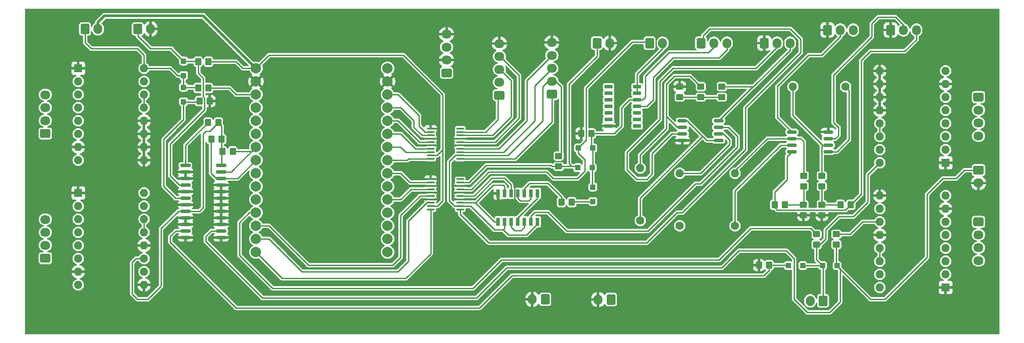
<source format=gbr>
%TF.GenerationSoftware,KiCad,Pcbnew,7.0.10*%
%TF.CreationDate,2024-09-26T22:41:12+03:00*%
%TF.ProjectId,Ver1,56657231-2e6b-4696-9361-645f70636258,rev?*%
%TF.SameCoordinates,Original*%
%TF.FileFunction,Copper,L1,Top*%
%TF.FilePolarity,Positive*%
%FSLAX46Y46*%
G04 Gerber Fmt 4.6, Leading zero omitted, Abs format (unit mm)*
G04 Created by KiCad (PCBNEW 7.0.10) date 2024-09-26 22:41:12*
%MOMM*%
%LPD*%
G01*
G04 APERTURE LIST*
G04 Aperture macros list*
%AMRoundRect*
0 Rectangle with rounded corners*
0 $1 Rounding radius*
0 $2 $3 $4 $5 $6 $7 $8 $9 X,Y pos of 4 corners*
0 Add a 4 corners polygon primitive as box body*
4,1,4,$2,$3,$4,$5,$6,$7,$8,$9,$2,$3,0*
0 Add four circle primitives for the rounded corners*
1,1,$1+$1,$2,$3*
1,1,$1+$1,$4,$5*
1,1,$1+$1,$6,$7*
1,1,$1+$1,$8,$9*
0 Add four rect primitives between the rounded corners*
20,1,$1+$1,$2,$3,$4,$5,0*
20,1,$1+$1,$4,$5,$6,$7,0*
20,1,$1+$1,$6,$7,$8,$9,0*
20,1,$1+$1,$8,$9,$2,$3,0*%
G04 Aperture macros list end*
%TA.AperFunction,SMDPad,CuDef*%
%ADD10RoundRect,0.100000X0.637500X0.100000X-0.637500X0.100000X-0.637500X-0.100000X0.637500X-0.100000X0*%
%TD*%
%TA.AperFunction,SMDPad,CuDef*%
%ADD11RoundRect,0.150000X0.800000X0.150000X-0.800000X0.150000X-0.800000X-0.150000X0.800000X-0.150000X0*%
%TD*%
%TA.AperFunction,SMDPad,CuDef*%
%ADD12R,1.597660X0.698500*%
%TD*%
%TA.AperFunction,SMDPad,CuDef*%
%ADD13RoundRect,0.250000X0.350000X0.450000X-0.350000X0.450000X-0.350000X-0.450000X0.350000X-0.450000X0*%
%TD*%
%TA.AperFunction,SMDPad,CuDef*%
%ADD14RoundRect,0.250000X-0.300000X-0.300000X0.300000X-0.300000X0.300000X0.300000X-0.300000X0.300000X0*%
%TD*%
%TA.AperFunction,ComponentPad*%
%ADD15C,1.600000*%
%TD*%
%TA.AperFunction,ComponentPad*%
%ADD16O,1.600000X1.600000*%
%TD*%
%TA.AperFunction,SMDPad,CuDef*%
%ADD17RoundRect,0.150000X-0.837500X-0.150000X0.837500X-0.150000X0.837500X0.150000X-0.837500X0.150000X0*%
%TD*%
%TA.AperFunction,ComponentPad*%
%ADD18RoundRect,0.250000X-0.600000X-0.725000X0.600000X-0.725000X0.600000X0.725000X-0.600000X0.725000X0*%
%TD*%
%TA.AperFunction,ComponentPad*%
%ADD19O,1.700000X1.950000*%
%TD*%
%TA.AperFunction,SMDPad,CuDef*%
%ADD20RoundRect,0.250000X-0.350000X-0.450000X0.350000X-0.450000X0.350000X0.450000X-0.350000X0.450000X0*%
%TD*%
%TA.AperFunction,ComponentPad*%
%ADD21RoundRect,0.250000X-0.750000X0.600000X-0.750000X-0.600000X0.750000X-0.600000X0.750000X0.600000X0*%
%TD*%
%TA.AperFunction,ComponentPad*%
%ADD22O,2.000000X1.700000*%
%TD*%
%TA.AperFunction,ComponentPad*%
%ADD23RoundRect,0.250000X0.725000X-0.600000X0.725000X0.600000X-0.725000X0.600000X-0.725000X-0.600000X0*%
%TD*%
%TA.AperFunction,ComponentPad*%
%ADD24O,1.950000X1.700000*%
%TD*%
%TA.AperFunction,SMDPad,CuDef*%
%ADD25R,0.698500X1.597660*%
%TD*%
%TA.AperFunction,SMDPad,CuDef*%
%ADD26RoundRect,0.250000X-0.450000X0.350000X-0.450000X-0.350000X0.450000X-0.350000X0.450000X0.350000X0*%
%TD*%
%TA.AperFunction,ComponentPad*%
%ADD27R,1.600000X1.600000*%
%TD*%
%TA.AperFunction,SMDPad,CuDef*%
%ADD28RoundRect,0.250000X0.300000X0.300000X-0.300000X0.300000X-0.300000X-0.300000X0.300000X-0.300000X0*%
%TD*%
%TA.AperFunction,ComponentPad*%
%ADD29RoundRect,0.250000X-0.600000X-0.750000X0.600000X-0.750000X0.600000X0.750000X-0.600000X0.750000X0*%
%TD*%
%TA.AperFunction,ComponentPad*%
%ADD30O,1.700000X2.000000*%
%TD*%
%TA.AperFunction,SMDPad,CuDef*%
%ADD31RoundRect,0.250000X0.300000X-0.300000X0.300000X0.300000X-0.300000X0.300000X-0.300000X-0.300000X0*%
%TD*%
%TA.AperFunction,ComponentPad*%
%ADD32RoundRect,0.250000X0.600000X0.750000X-0.600000X0.750000X-0.600000X-0.750000X0.600000X-0.750000X0*%
%TD*%
%TA.AperFunction,ComponentPad*%
%ADD33RoundRect,0.250000X-0.725000X0.600000X-0.725000X-0.600000X0.725000X-0.600000X0.725000X0.600000X0*%
%TD*%
%TA.AperFunction,SMDPad,CuDef*%
%ADD34RoundRect,0.250000X0.450000X-0.350000X0.450000X0.350000X-0.450000X0.350000X-0.450000X-0.350000X0*%
%TD*%
%TA.AperFunction,SMDPad,CuDef*%
%ADD35RoundRect,0.150000X-0.800000X-0.150000X0.800000X-0.150000X0.800000X0.150000X-0.800000X0.150000X0*%
%TD*%
%TA.AperFunction,ComponentPad*%
%ADD36C,2.000000*%
%TD*%
%TA.AperFunction,SMDPad,CuDef*%
%ADD37RoundRect,0.250000X-0.300000X0.300000X-0.300000X-0.300000X0.300000X-0.300000X0.300000X0.300000X0*%
%TD*%
%TA.AperFunction,ViaPad*%
%ADD38C,4.000000*%
%TD*%
%TA.AperFunction,Conductor*%
%ADD39C,0.250000*%
%TD*%
%TA.AperFunction,Conductor*%
%ADD40C,0.500000*%
%TD*%
G04 APERTURE END LIST*
D10*
%TO.P,U8,1,A1*%
%TO.N,Z_VEL5V*%
X116092900Y-61277000D03*
%TO.P,U8,2,VCCA*%
%TO.N,+5V*%
X116092900Y-60627000D03*
%TO.P,U8,3,A2*%
%TO.N,EN_LOG_Z5V*%
X116092900Y-59977000D03*
%TO.P,U8,4,A3*%
%TO.N,GND*%
X116092900Y-59327000D03*
%TO.P,U8,5,A4*%
%TO.N,LOG_Z5V*%
X116092900Y-58677000D03*
%TO.P,U8,6,A5*%
%TO.N,GND*%
X116092900Y-58027000D03*
%TO.P,U8,7,A6*%
%TO.N,STOP_Z_MAX5V*%
X116092900Y-57377000D03*
%TO.P,U8,8,A7*%
%TO.N,GND*%
X116092900Y-56727000D03*
%TO.P,U8,9,A8*%
%TO.N,STOP_Z_MIN5V*%
X116092900Y-56077000D03*
%TO.P,U8,10,OE*%
%TO.N,unconnected-(U8-OE-Pad10)*%
X116092900Y-55427000D03*
%TO.P,U8,11,GND*%
%TO.N,GND*%
X110367900Y-55427000D03*
%TO.P,U8,12,B8*%
%TO.N,STOP_Z_MAX*%
X110367900Y-56077000D03*
%TO.P,U8,13,B7*%
%TO.N,GND*%
X110367900Y-56727000D03*
%TO.P,U8,14,B6*%
%TO.N,STOP_Z_MIN*%
X110367900Y-57377000D03*
%TO.P,U8,15,B5*%
%TO.N,GND*%
X110367900Y-58027000D03*
%TO.P,U8,16,B4*%
%TO.N,LOG_Z_DIR*%
X110367900Y-58677000D03*
%TO.P,U8,17,B3*%
%TO.N,GND*%
X110367900Y-59327000D03*
%TO.P,U8,18,B2*%
%TO.N,EN_LOG_Z*%
X110367900Y-59977000D03*
%TO.P,U8,19,VCCB*%
%TO.N,VDD3V3*%
X110367900Y-60627000D03*
%TO.P,U8,20,B1*%
%TO.N,Z_VEL*%
X110367900Y-61277000D03*
%TD*%
%TO.P,U7,1,A1*%
%TO.N,Net-(J16-Pin_1)*%
X116092900Y-51498000D03*
%TO.P,U7,2,VCCA*%
%TO.N,+5V*%
X116092900Y-50848000D03*
%TO.P,U7,3,A2*%
%TO.N,Net-(J16-Pin_3)*%
X116092900Y-50198000D03*
%TO.P,U7,4,A3*%
%TO.N,Net-(J16-Pin_4)*%
X116092900Y-49548000D03*
%TO.P,U7,5,A4*%
%TO.N,GND*%
X116092900Y-48898000D03*
%TO.P,U7,6,A5*%
%TO.N,Net-(J17-Pin_4)*%
X116092900Y-48248000D03*
%TO.P,U7,7,A6*%
%TO.N,GND*%
X116092900Y-47598000D03*
%TO.P,U7,8,A7*%
%TO.N,Net-(J17-Pin_3)*%
X116092900Y-46948000D03*
%TO.P,U7,9,A8*%
%TO.N,Net-(J17-Pin_1)*%
X116092900Y-46298000D03*
%TO.P,U7,10,OE*%
%TO.N,unconnected-(U7-OE-Pad10)*%
X116092900Y-45648000D03*
%TO.P,U7,11,GND*%
%TO.N,GND*%
X110367900Y-45648000D03*
%TO.P,U7,12,B8*%
%TO.N,B2*%
X110367900Y-46298000D03*
%TO.P,U7,13,B7*%
%TO.N,A2*%
X110367900Y-46948000D03*
%TO.P,U7,14,B6*%
%TO.N,GND*%
X110367900Y-47598000D03*
%TO.P,U7,15,B5*%
%TO.N,X2*%
X110367900Y-48248000D03*
%TO.P,U7,16,B4*%
%TO.N,GND*%
X110367900Y-48898000D03*
%TO.P,U7,17,B3*%
%TO.N,X1*%
X110367900Y-49548000D03*
%TO.P,U7,18,B2*%
%TO.N,A1*%
X110367900Y-50198000D03*
%TO.P,U7,19,VCCB*%
%TO.N,VDD3V3*%
X110367900Y-50848000D03*
%TO.P,U7,20,B1*%
%TO.N,B1*%
X110367900Y-51498000D03*
%TD*%
D11*
%TO.P,U1,1*%
%TO.N,A1_10k*%
X187106400Y-50097000D03*
%TO.P,U1,2,-*%
%TO.N,Net-(U1A--)*%
X187106400Y-48827000D03*
%TO.P,U1,3,+*%
%TO.N,Net-(J18-Pin_2)*%
X187106400Y-47557000D03*
%TO.P,U1,4,V-*%
%TO.N,GND*%
X187106400Y-46287000D03*
%TO.P,U1,5,+*%
%TO.N,Net-(J19-Pin_2)*%
X180106400Y-46287000D03*
%TO.P,U1,6,-*%
%TO.N,Net-(U1B--)*%
X180106400Y-47557000D03*
%TO.P,U1,7*%
%TO.N,A2_10k*%
X180106400Y-48827000D03*
%TO.P,U1,8,V+*%
%TO.N,VDD3V3*%
X180106400Y-50097000D03*
%TD*%
D12*
%TO.P,U5,1*%
%TO.N,N/C*%
X144726400Y-37524000D03*
%TO.P,U5,2*%
X144726400Y-38794000D03*
%TO.P,U5,3*%
X144726400Y-40064000D03*
%TO.P,U5,4*%
X144726400Y-41331460D03*
%TO.P,U5,5*%
X144726400Y-42598920D03*
%TO.P,U5,6*%
X144726400Y-43868920D03*
%TO.P,U5,7,VSS*%
%TO.N,GND*%
X144726400Y-45138920D03*
%TO.P,U5,8*%
%TO.N,N/C*%
X150222960Y-45138920D03*
%TO.P,U5,9*%
X150222960Y-43868920D03*
%TO.P,U5,10*%
X150222960Y-42598920D03*
%TO.P,U5,11*%
%TO.N,Net-(J21-Pin_3)*%
X150222960Y-41331460D03*
%TO.P,U5,12*%
%TO.N,Net-(D2-A)*%
X150222960Y-40064000D03*
%TO.P,U5,13*%
%TO.N,+5V*%
X150222960Y-38794000D03*
%TO.P,U5,14,VDD*%
X150222960Y-37524000D03*
%TD*%
D13*
%TO.P,R34,1*%
%TO.N,Net-(R34-Pad1)*%
X178746400Y-60384000D03*
%TO.P,R34,2*%
%TO.N,VDD3V3*%
X176746400Y-60384000D03*
%TD*%
D14*
%TO.P,D2,1,K*%
%TO.N,STOP_Z_MIN5V*%
X138754400Y-53214500D03*
%TO.P,D2,2,A*%
%TO.N,Net-(D2-A)*%
X141554400Y-53214500D03*
%TD*%
D15*
%TO.P,R7,1*%
%TO.N,LOG_AZ_10M*%
X158442400Y-64448000D03*
D16*
%TO.P,R7,2*%
%TO.N,Net-(U3B--)*%
X158442400Y-54288000D03*
%TD*%
D17*
%TO.P,U6,1,~{INT}*%
%TO.N,~INT2*%
X63040650Y-52739250D03*
%TO.P,U6,2,A1*%
%TO.N,GND*%
X63040650Y-54009250D03*
%TO.P,U6,3,A2*%
X63040650Y-55279250D03*
%TO.P,U6,4,IO0_0*%
%TO.N,STOP_SD1_MIN*%
X63040650Y-56549250D03*
%TO.P,U6,5,IO0_1*%
%TO.N,GND*%
X63040650Y-57819250D03*
%TO.P,U6,6,IO0_2*%
%TO.N,STOP_SD1_MAX*%
X63040650Y-59089250D03*
%TO.P,U6,7,IO0_3*%
%TO.N,GND*%
X63040650Y-60359250D03*
%TO.P,U6,8,IO0_4*%
%TO.N,VDD3V3*%
X63040650Y-61629250D03*
%TO.P,U6,9,IO0_5*%
%TO.N,GND*%
X63040650Y-62899250D03*
%TO.P,U6,10,IO0_6*%
X63040650Y-64169250D03*
%TO.P,U6,11,IO0_7*%
%TO.N,STOP_SD2_MAX*%
X63040650Y-65439250D03*
%TO.P,U6,12,VSS*%
%TO.N,GND*%
X63040650Y-66709250D03*
%TO.P,U6,13,IO1_0*%
X69965650Y-66709250D03*
%TO.P,U6,14,IO1_1*%
%TO.N,STOP_SD2_MIN*%
X69965650Y-65439250D03*
%TO.P,U6,15,IO1_2*%
%TO.N,GND*%
X69965650Y-64169250D03*
%TO.P,U6,16,IO1_3*%
X69965650Y-62899250D03*
%TO.P,U6,17,IO1_4*%
X69965650Y-61629250D03*
%TO.P,U6,18,IO1_5*%
X69965650Y-60359250D03*
%TO.P,U6,19,IO1_6*%
X69965650Y-59089250D03*
%TO.P,U6,20,IO1_7*%
X69965650Y-57819250D03*
%TO.P,U6,21,A0*%
X69965650Y-56549250D03*
%TO.P,U6,22,SCL*%
%TO.N,Clock2_Pin*%
X69965650Y-55279250D03*
%TO.P,U6,23,SDA*%
%TO.N,Data2_Pin*%
X69965650Y-54009250D03*
%TO.P,U6,24,VDD*%
%TO.N,VDD3V3*%
X69965650Y-52739250D03*
%TD*%
D13*
%TO.P,R2,1*%
%TO.N,STOP_SD2_MAX*%
X175698400Y-72068000D03*
%TO.P,R2,2*%
%TO.N,GND*%
X173698400Y-72068000D03*
%TD*%
D15*
%TO.P,R33,1*%
%TO.N,A1_10k*%
X190446400Y-37524000D03*
D16*
%TO.P,R33,2*%
%TO.N,Net-(U1A--)*%
X180286400Y-37524000D03*
%TD*%
D18*
%TO.P,J20,1,Pin_1*%
%TO.N,GND*%
X174738400Y-29096000D03*
D19*
%TO.P,J20,2,Pin_2*%
%TO.N,Net-(J20-Pin_2)*%
X177238400Y-29096000D03*
%TO.P,J20,3,Pin_3*%
%TO.N,VDD3V3*%
X179738400Y-29096000D03*
%TD*%
D20*
%TO.P,R10,1*%
%TO.N,~INT2*%
X67408150Y-44484250D03*
%TO.P,R10,2*%
%TO.N,VDD3V3*%
X69408150Y-44484250D03*
%TD*%
%TO.P,R4,1*%
%TO.N,STOP_SD1_MIN*%
X65494400Y-32698000D03*
%TO.P,R4,2*%
%TO.N,VDD3V3*%
X67494400Y-32698000D03*
%TD*%
D21*
%TO.P,J6,1,Pin_1*%
%TO.N,STOP_SD2_MIN*%
X216100400Y-53686000D03*
D22*
%TO.P,J6,2,Pin_2*%
%TO.N,GND*%
X216100400Y-56186000D03*
%TD*%
D23*
%TO.P,J16,1,Pin_1*%
%TO.N,Net-(J16-Pin_1)*%
X133758400Y-38968000D03*
D24*
%TO.P,J16,2,Pin_2*%
%TO.N,+5V*%
X133758400Y-36468000D03*
%TO.P,J16,3,Pin_3*%
%TO.N,Net-(J16-Pin_3)*%
X133758400Y-33968000D03*
%TO.P,J16,4,Pin_4*%
%TO.N,Net-(J16-Pin_4)*%
X133758400Y-31468000D03*
%TO.P,J16,5,Pin_5*%
%TO.N,GND*%
X133758400Y-28968000D03*
%TD*%
D25*
%TO.P,U4,1*%
%TO.N,Net-(U4-Pad1)*%
X131005320Y-58155090D03*
%TO.P,U4,2*%
%TO.N,Net-(U4-Pad2)*%
X129735320Y-58155090D03*
%TO.P,U4,3*%
%TO.N,Z_DIR*%
X128465320Y-58155090D03*
%TO.P,U4,4*%
%TO.N,Net-(U4-Pad2)*%
X127197860Y-58155090D03*
%TO.P,U4,5*%
%TO.N,LOG_Z5V*%
X125930400Y-58155090D03*
%TO.P,U4,6*%
%TO.N,EN_LOG_Z5V*%
X124660400Y-58155090D03*
%TO.P,U4,7,VSS*%
%TO.N,GND*%
X123390400Y-58155090D03*
%TO.P,U4,8*%
%TO.N,EN_LOG_Z5V*%
X123390400Y-63651650D03*
%TO.P,U4,9*%
%TO.N,+5V*%
X124660400Y-63651650D03*
%TO.P,U4,10*%
%TO.N,Net-(U4-Pad10)*%
X125930400Y-63651650D03*
%TO.P,U4,11*%
%TO.N,Net-(U4-Pad1)*%
X127197860Y-63651650D03*
%TO.P,U4,12*%
%TO.N,Net-(U4-Pad10)*%
X128465320Y-63651650D03*
%TO.P,U4,13*%
%TO.N,FEEDBACK_Z5V*%
X129735320Y-63651650D03*
%TO.P,U4,14,VDD*%
%TO.N,+5V*%
X131005320Y-63651650D03*
%TD*%
D26*
%TO.P,R1,1*%
%TO.N,BRAKE_SD2_DIR*%
X184858400Y-66083000D03*
%TO.P,R1,2*%
%TO.N,Net-(A4-DIR)*%
X184858400Y-68083000D03*
%TD*%
D13*
%TO.P,R3,1*%
%TO.N,BRAKE_SD1_DIR*%
X67494400Y-37778000D03*
%TO.P,R3,2*%
%TO.N,Net-(A3-DIR)*%
X65494400Y-37778000D03*
%TD*%
D26*
%TO.P,R32,1*%
%TO.N,Net-(U1A--)*%
X185874400Y-54812000D03*
%TO.P,R32,2*%
%TO.N,Net-(R30-Pad1)*%
X185874400Y-56812000D03*
%TD*%
D27*
%TO.P,A3,1,GND*%
%TO.N,GND*%
X42364400Y-33968000D03*
D16*
%TO.P,A3,2,VDD*%
%TO.N,VDD3V3*%
X42364400Y-36508000D03*
%TO.P,A3,3,1B*%
%TO.N,Net-(A3-1B)*%
X42364400Y-39048000D03*
%TO.P,A3,4,1A*%
%TO.N,Net-(A3-1A)*%
X42364400Y-41588000D03*
%TO.P,A3,5,2A*%
%TO.N,Net-(A3-2A)*%
X42364400Y-44128000D03*
%TO.P,A3,6,2B*%
%TO.N,Net-(A3-2B)*%
X42364400Y-46668000D03*
%TO.P,A3,7,GND*%
%TO.N,GND*%
X42364400Y-49208000D03*
%TO.P,A3,8,VMOT*%
%TO.N,+12V*%
X42364400Y-51748000D03*
%TO.P,A3,9,~{ENABLE}*%
%TO.N,GND*%
X55064400Y-51748000D03*
%TO.P,A3,10,MS1*%
X55064400Y-49208000D03*
%TO.P,A3,11,MS2*%
X55064400Y-46668000D03*
%TO.P,A3,12,MS3*%
X55064400Y-44128000D03*
%TO.P,A3,13,~{RESET}*%
%TO.N,Net-(A3-~{RESET})*%
X55064400Y-41588000D03*
%TO.P,A3,14,~{SLEEP}*%
X55064400Y-39048000D03*
%TO.P,A3,15,STEP*%
%TO.N,BRAKE_SD1_STEP*%
X55064400Y-36508000D03*
%TO.P,A3,16,DIR*%
%TO.N,Net-(A3-DIR)*%
X55064400Y-33968000D03*
%TD*%
D28*
%TO.P,D6,1,K*%
%TO.N,Net-(D2-A)*%
X141684400Y-49404500D03*
%TO.P,D6,2,A*%
%TO.N,STOP_Z_MAX5V*%
X138884400Y-49404500D03*
%TD*%
D14*
%TO.P,D5,1,K*%
%TO.N,STOP_SD2_MAX*%
X179388400Y-72163000D03*
%TO.P,D5,2,A*%
%TO.N,Net-(A4-DIR)*%
X182188400Y-72163000D03*
%TD*%
D29*
%TO.P,J23,1,Pin_1*%
%TO.N,STOP_Z_MIN5V*%
X142460400Y-29096000D03*
D30*
%TO.P,J23,2,Pin_2*%
%TO.N,GND*%
X144960400Y-29096000D03*
%TD*%
D31*
%TO.P,D1,1,K*%
%TO.N,Net-(A3-DIR)*%
X62684400Y-35368000D03*
%TO.P,D1,2,A*%
%TO.N,STOP_SD1_MIN*%
X62684400Y-32568000D03*
%TD*%
D32*
%TO.P,J11,1,Pin_1*%
%TO.N,+12V*%
X132494400Y-78672000D03*
D30*
%TO.P,J11,2,Pin_2*%
%TO.N,GND*%
X129994400Y-78672000D03*
%TD*%
D18*
%TO.P,J19,1,Pin_1*%
%TO.N,GND*%
X186930400Y-26556000D03*
D19*
%TO.P,J19,2,Pin_2*%
%TO.N,Net-(J19-Pin_2)*%
X189430400Y-26556000D03*
%TO.P,J19,3,Pin_3*%
%TO.N,VDD3V3*%
X191930400Y-26556000D03*
%TD*%
D33*
%TO.P,J3,1,Pin_1*%
%TO.N,Net-(A4-2B)*%
X216100400Y-39556000D03*
D24*
%TO.P,J3,2,Pin_2*%
%TO.N,Net-(A4-2A)*%
X216100400Y-42056000D03*
%TO.P,J3,3,Pin_3*%
%TO.N,Net-(A4-1A)*%
X216100400Y-44556000D03*
%TO.P,J3,4,Pin_4*%
%TO.N,Net-(A4-1B)*%
X216100400Y-47056000D03*
%TD*%
D18*
%TO.P,J21,1,Pin_1*%
%TO.N,Z_VEL5V*%
X162546400Y-29096000D03*
D19*
%TO.P,J21,2,Pin_2*%
%TO.N,Net-(D2-A)*%
X165046400Y-29096000D03*
%TO.P,J21,3,Pin_3*%
%TO.N,Net-(J21-Pin_3)*%
X167546400Y-29096000D03*
%TD*%
D26*
%TO.P,R36,1*%
%TO.N,Net-(U1B--)*%
X182336400Y-54812000D03*
%TO.P,R36,2*%
%TO.N,Net-(R34-Pad1)*%
X182336400Y-56812000D03*
%TD*%
D15*
%TO.P,R37,1*%
%TO.N,A2_10k*%
X169110400Y-64448000D03*
D16*
%TO.P,R37,2*%
%TO.N,Net-(U1B--)*%
X169110400Y-54288000D03*
%TD*%
D27*
%TO.P,A1,1,GND*%
%TO.N,GND*%
X42364400Y-58098000D03*
D16*
%TO.P,A1,2,VDD*%
%TO.N,VDD3V3*%
X42364400Y-60638000D03*
%TO.P,A1,3,1B*%
%TO.N,Net-(A1-1B)*%
X42364400Y-63178000D03*
%TO.P,A1,4,1A*%
%TO.N,Net-(A1-1A)*%
X42364400Y-65718000D03*
%TO.P,A1,5,2A*%
%TO.N,Net-(A1-2A)*%
X42364400Y-68258000D03*
%TO.P,A1,6,2B*%
%TO.N,Net-(A1-2B)*%
X42364400Y-70798000D03*
%TO.P,A1,7,GND*%
%TO.N,GND*%
X42364400Y-73338000D03*
%TO.P,A1,8,VMOT*%
%TO.N,+12V*%
X42364400Y-75878000D03*
%TO.P,A1,9,~{ENABLE}*%
%TO.N,GND*%
X55064400Y-75878000D03*
%TO.P,A1,10,MS1*%
%TO.N,VDD3V3*%
X55064400Y-73338000D03*
%TO.P,A1,11,MS2*%
X55064400Y-70798000D03*
%TO.P,A1,12,MS3*%
%TO.N,GND*%
X55064400Y-68258000D03*
%TO.P,A1,13,~{RESET}*%
%TO.N,Net-(A1-~{RESET})*%
X55064400Y-65718000D03*
%TO.P,A1,14,~{SLEEP}*%
X55064400Y-63178000D03*
%TO.P,A1,15,STEP*%
%TO.N,SD1_STEP*%
X55064400Y-60638000D03*
%TO.P,A1,16,DIR*%
%TO.N,SD1_DIR*%
X55064400Y-58098000D03*
%TD*%
D23*
%TO.P,J5,1,Pin_1*%
%TO.N,Net-(A1-2B)*%
X36014400Y-70718000D03*
D24*
%TO.P,J5,2,Pin_2*%
%TO.N,Net-(A1-2A)*%
X36014400Y-68218000D03*
%TO.P,J5,3,Pin_3*%
%TO.N,Net-(A1-1A)*%
X36014400Y-65718000D03*
%TO.P,J5,4,Pin_4*%
%TO.N,Net-(A1-1B)*%
X36014400Y-63218000D03*
%TD*%
D29*
%TO.P,J8,1,Pin_1*%
%TO.N,Net-(A3-DIR)*%
X43674400Y-26348000D03*
D30*
%TO.P,J8,2,Pin_2*%
%TO.N,VDD3V3*%
X46174400Y-26348000D03*
%TD*%
D34*
%TO.P,R35,1*%
%TO.N,GND*%
X182318400Y-62400000D03*
%TO.P,R35,2*%
%TO.N,Net-(R34-Pad1)*%
X182318400Y-60400000D03*
%TD*%
D13*
%TO.P,R11,1*%
%TO.N,Data2_Pin*%
X72184650Y-50039000D03*
%TO.P,R11,2*%
%TO.N,VDD3V3*%
X70184650Y-50039000D03*
%TD*%
D29*
%TO.P,J22,1,Pin_1*%
%TO.N,STOP_Z_MAX5V*%
X152620400Y-29096000D03*
D30*
%TO.P,J22,2,Pin_2*%
%TO.N,+5V*%
X155120400Y-29096000D03*
%TD*%
D31*
%TO.P,D3,1,K*%
%TO.N,STOP_SD1_MAX*%
X62684400Y-40448000D03*
%TO.P,D3,2,A*%
%TO.N,Net-(A3-DIR)*%
X62684400Y-37648000D03*
%TD*%
D34*
%TO.P,R31,1*%
%TO.N,GND*%
X185874400Y-62400000D03*
%TO.P,R31,2*%
%TO.N,Net-(R30-Pad1)*%
X185874400Y-60400000D03*
%TD*%
D18*
%TO.P,J18,1,Pin_1*%
%TO.N,GND*%
X199122400Y-26556000D03*
D19*
%TO.P,J18,2,Pin_2*%
%TO.N,Net-(J18-Pin_2)*%
X201622400Y-26556000D03*
%TO.P,J18,3,Pin_3*%
%TO.N,VDD3V3*%
X204122400Y-26556000D03*
%TD*%
D23*
%TO.P,J17,1,Pin_1*%
%TO.N,Net-(J17-Pin_1)*%
X123644400Y-39182000D03*
D24*
%TO.P,J17,2,Pin_2*%
%TO.N,+5V*%
X123644400Y-36682000D03*
%TO.P,J17,3,Pin_3*%
%TO.N,Net-(J17-Pin_3)*%
X123644400Y-34182000D03*
%TO.P,J17,4,Pin_4*%
%TO.N,Net-(J17-Pin_4)*%
X123644400Y-31682000D03*
%TO.P,J17,5,Pin_5*%
%TO.N,GND*%
X123644400Y-29182000D03*
%TD*%
D29*
%TO.P,J9,1,Pin_1*%
%TO.N,STOP_SD1_MIN*%
X53834400Y-26348000D03*
D30*
%TO.P,J9,2,Pin_2*%
%TO.N,GND*%
X56334400Y-26348000D03*
%TD*%
D20*
%TO.P,R30,1*%
%TO.N,Net-(R30-Pad1)*%
X189446400Y-60384000D03*
%TO.P,R30,2*%
%TO.N,VDD3V3*%
X191446400Y-60384000D03*
%TD*%
D34*
%TO.P,R38,1*%
%TO.N,Net-(R38-Pad1)*%
X166570400Y-39524000D03*
%TO.P,R38,2*%
%TO.N,VDD3V3*%
X166570400Y-37524000D03*
%TD*%
D23*
%TO.P,J7,1,Pin_1*%
%TO.N,Net-(A3-2B)*%
X36014400Y-46588000D03*
D24*
%TO.P,J7,2,Pin_2*%
%TO.N,Net-(A3-2A)*%
X36014400Y-44088000D03*
%TO.P,J7,3,Pin_3*%
%TO.N,Net-(A3-1A)*%
X36014400Y-41588000D03*
%TO.P,J7,4,Pin_4*%
%TO.N,Net-(A3-1B)*%
X36014400Y-39088000D03*
%TD*%
D35*
%TO.P,U3,1*%
%TO.N,AZ_10M*%
X158950400Y-44128000D03*
%TO.P,U3,2,-*%
%TO.N,Net-(U3A--)*%
X158950400Y-45398000D03*
%TO.P,U3,3,+*%
%TO.N,Net-(J20-Pin_2)*%
X158950400Y-46668000D03*
%TO.P,U3,4,V-*%
%TO.N,GND*%
X158950400Y-47938000D03*
%TO.P,U3,5,+*%
%TO.N,AZ_10M*%
X165950400Y-47938000D03*
%TO.P,U3,6,-*%
%TO.N,Net-(U3B--)*%
X165950400Y-46668000D03*
%TO.P,U3,7*%
%TO.N,FEEDBACK_Z5V*%
X165950400Y-45398000D03*
%TO.P,U3,8,V+*%
%TO.N,VDD3V3*%
X165950400Y-44128000D03*
%TD*%
D36*
%TO.P,J1,1,VIN*%
%TO.N,+12V*%
X102054400Y-33968000D03*
%TO.P,J1,2,GND*%
%TO.N,GND*%
X102054400Y-36508000D03*
%TO.P,J1,3,GPIO13*%
%TO.N,B2*%
X102054400Y-39048000D03*
%TO.P,J1,4,GPIO12*%
%TO.N,A2*%
X102054400Y-41588000D03*
%TO.P,J1,5,GPIO14*%
%TO.N,X2*%
X102054400Y-44128000D03*
%TO.P,J1,6,GPIO27*%
%TO.N,X1*%
X102054400Y-46668000D03*
%TO.P,J1,7,A9*%
%TO.N,A1*%
X102054400Y-49208000D03*
%TO.P,J1,8,A8*%
%TO.N,B1*%
X102054400Y-51748000D03*
%TO.P,J1,9,A5*%
%TO.N,STOP_Z_MAX*%
X102054400Y-54288000D03*
%TO.P,J1,10,A4*%
%TO.N,LOG_AZ_10M*%
X102054400Y-56828000D03*
%TO.P,J1,11,A7*%
%TO.N,STOP_Z_MIN*%
X102054400Y-59368000D03*
%TO.P,J1,12,A6*%
%TO.N,AZ_10M*%
X102054400Y-61908000D03*
%TO.P,J1,13,VN*%
%TO.N,A2_10k*%
X102054400Y-64448000D03*
%TO.P,J1,14,VP*%
%TO.N,A1_10k*%
X102054400Y-66988000D03*
%TO.P,J1,15,EN*%
%TO.N,unconnected-(J1-EN-Pad15)*%
X102054400Y-69528000D03*
%TO.P,J1,16,VDD3V3*%
%TO.N,VDD3V3*%
X76654400Y-33968000D03*
%TO.P,J1,17,GND*%
%TO.N,GND*%
X76654400Y-36508000D03*
%TO.P,J1,18,GPIO15*%
%TO.N,BRAKE_SD1_DIR*%
X76654400Y-39048000D03*
%TO.P,J1,19,GPIO2*%
%TO.N,BRAKE_SD1_STEP*%
X76654400Y-41588000D03*
%TO.P,J1,20,GPIO4*%
%TO.N,SD1_DIR*%
X76654400Y-44128000D03*
%TO.P,J1,21,RX2*%
%TO.N,SD1_STEP*%
X76654400Y-46668000D03*
%TO.P,J1,22,TX2*%
%TO.N,Data2_Pin*%
X76654400Y-49208000D03*
%TO.P,J1,23,GPIO5*%
%TO.N,Clock2_Pin*%
X76654400Y-51748000D03*
%TO.P,J1,24,GPIO18*%
%TO.N,SD2_STEP*%
X76654400Y-54288000D03*
%TO.P,J1,25,GPIO19*%
%TO.N,SD2_DIR*%
X76654400Y-56828000D03*
%TO.P,J1,26,GPIO21*%
%TO.N,BRAKE_SD2_STEP*%
X76654400Y-59368000D03*
%TO.P,J1,27,RX0*%
%TO.N,BRAKE_SD2_DIR*%
X76654400Y-61908000D03*
%TO.P,J1,28,TX0*%
%TO.N,LOG_Z_DIR*%
X76654400Y-64448000D03*
%TO.P,J1,29,GPIO22*%
%TO.N,EN_LOG_Z*%
X76654400Y-66988000D03*
%TO.P,J1,30,GPIO23*%
%TO.N,Z_VEL*%
X76654400Y-69528000D03*
%TD*%
D20*
%TO.P,R42,1*%
%TO.N,Z_DIR*%
X135598400Y-59876000D03*
%TO.P,R42,2*%
%TO.N,Net-(D4-A)*%
X137598400Y-59876000D03*
%TD*%
%TO.P,R12,1*%
%TO.N,Clock2_Pin*%
X68034400Y-47684000D03*
%TO.P,R12,2*%
%TO.N,VDD3V3*%
X70034400Y-47684000D03*
%TD*%
D33*
%TO.P,J2,1,Pin_1*%
%TO.N,Net-(A2-2B)*%
X216100400Y-63686000D03*
D24*
%TO.P,J2,2,Pin_2*%
%TO.N,Net-(A2-2A)*%
X216100400Y-66186000D03*
%TO.P,J2,3,Pin_3*%
%TO.N,Net-(A2-1A)*%
X216100400Y-68686000D03*
%TO.P,J2,4,Pin_4*%
%TO.N,Net-(A2-1B)*%
X216100400Y-71186000D03*
%TD*%
D15*
%TO.P,R41,1*%
%TO.N,AZ_10M*%
X150822400Y-63432000D03*
D16*
%TO.P,R41,2*%
%TO.N,Net-(U3A--)*%
X150822400Y-53272000D03*
%TD*%
D32*
%TO.P,J12,1,Pin_1*%
%TO.N,+12V*%
X145194400Y-78712000D03*
D30*
%TO.P,J12,2,Pin_2*%
%TO.N,GND*%
X142694400Y-78712000D03*
%TD*%
D34*
%TO.P,R6,1*%
%TO.N,STOP_SD2_MIN*%
X188668400Y-68083000D03*
%TO.P,R6,2*%
%TO.N,VDD3V3*%
X188668400Y-66083000D03*
%TD*%
D13*
%TO.P,R43,1*%
%TO.N,Net-(D2-A)*%
X141408400Y-46604500D03*
%TO.P,R43,2*%
%TO.N,GND*%
X139408400Y-46604500D03*
%TD*%
D26*
%TO.P,R40,1*%
%TO.N,Net-(U3A--)*%
X162506400Y-37524000D03*
%TO.P,R40,2*%
%TO.N,Net-(R38-Pad1)*%
X162506400Y-39524000D03*
%TD*%
%TO.P,R39,1*%
%TO.N,GND*%
X158442400Y-37524000D03*
%TO.P,R39,2*%
%TO.N,Net-(R38-Pad1)*%
X158442400Y-39524000D03*
%TD*%
D34*
%TO.P,R44,1*%
%TO.N,STOP_Z_MIN5V*%
X135074400Y-52944500D03*
%TO.P,R44,2*%
%TO.N,+5V*%
X135074400Y-50944500D03*
%TD*%
D32*
%TO.P,J4,1,Pin_1*%
%TO.N,Net-(A4-DIR)*%
X186108400Y-78972000D03*
D30*
%TO.P,J4,2,Pin_2*%
%TO.N,VDD3V3*%
X183608400Y-78972000D03*
%TD*%
D20*
%TO.P,R5,1*%
%TO.N,STOP_SD1_MAX*%
X65764400Y-40318000D03*
%TO.P,R5,2*%
%TO.N,GND*%
X67764400Y-40318000D03*
%TD*%
D23*
%TO.P,J10,1,Pin_1*%
%TO.N,+12V*%
X113438400Y-34864000D03*
D24*
%TO.P,J10,2,Pin_2*%
%TO.N,GND*%
X113438400Y-32364000D03*
%TO.P,J10,3,Pin_3*%
%TO.N,+5V*%
X113438400Y-29864000D03*
%TO.P,J10,4,Pin_4*%
%TO.N,GND*%
X113438400Y-27364000D03*
%TD*%
D37*
%TO.P,D4,1,K*%
%TO.N,Net-(D2-A)*%
X141678400Y-56952000D03*
%TO.P,D4,2,A*%
%TO.N,Net-(D4-A)*%
X141678400Y-59752000D03*
%TD*%
D14*
%TO.P,D7,1,K*%
%TO.N,Net-(A4-DIR)*%
X185998400Y-72163000D03*
%TO.P,D7,2,A*%
%TO.N,STOP_SD2_MIN*%
X188798400Y-72163000D03*
%TD*%
D27*
%TO.P,A4,1,GND*%
%TO.N,GND*%
X209750400Y-52256000D03*
D16*
%TO.P,A4,2,VDD*%
%TO.N,VDD3V3*%
X209750400Y-49716000D03*
%TO.P,A4,3,1B*%
%TO.N,Net-(A4-1B)*%
X209750400Y-47176000D03*
%TO.P,A4,4,1A*%
%TO.N,Net-(A4-1A)*%
X209750400Y-44636000D03*
%TO.P,A4,5,2A*%
%TO.N,Net-(A4-2A)*%
X209750400Y-42096000D03*
%TO.P,A4,6,2B*%
%TO.N,Net-(A4-2B)*%
X209750400Y-39556000D03*
%TO.P,A4,7,GND*%
%TO.N,GND*%
X209750400Y-37016000D03*
%TO.P,A4,8,VMOT*%
%TO.N,+12V*%
X209750400Y-34476000D03*
%TO.P,A4,9,~{ENABLE}*%
%TO.N,GND*%
X197050400Y-34476000D03*
%TO.P,A4,10,MS1*%
X197050400Y-37016000D03*
%TO.P,A4,11,MS2*%
X197050400Y-39556000D03*
%TO.P,A4,12,MS3*%
X197050400Y-42096000D03*
%TO.P,A4,13,~{RESET}*%
%TO.N,Net-(A4-~{RESET})*%
X197050400Y-44636000D03*
%TO.P,A4,14,~{SLEEP}*%
X197050400Y-47176000D03*
%TO.P,A4,15,STEP*%
%TO.N,BRAKE_SD2_STEP*%
X197050400Y-49716000D03*
%TO.P,A4,16,DIR*%
%TO.N,Net-(A4-DIR)*%
X197050400Y-52256000D03*
%TD*%
D27*
%TO.P,A2,1,GND*%
%TO.N,GND*%
X209750400Y-76386000D03*
D16*
%TO.P,A2,2,VDD*%
%TO.N,VDD3V3*%
X209750400Y-73846000D03*
%TO.P,A2,3,1B*%
%TO.N,Net-(A2-1B)*%
X209750400Y-71306000D03*
%TO.P,A2,4,1A*%
%TO.N,Net-(A2-1A)*%
X209750400Y-68766000D03*
%TO.P,A2,5,2A*%
%TO.N,Net-(A2-2A)*%
X209750400Y-66226000D03*
%TO.P,A2,6,2B*%
%TO.N,Net-(A2-2B)*%
X209750400Y-63686000D03*
%TO.P,A2,7,GND*%
%TO.N,GND*%
X209750400Y-61146000D03*
%TO.P,A2,8,VMOT*%
%TO.N,+12V*%
X209750400Y-58606000D03*
%TO.P,A2,9,~{ENABLE}*%
%TO.N,GND*%
X197050400Y-58606000D03*
%TO.P,A2,10,MS1*%
%TO.N,VDD3V3*%
X197050400Y-61146000D03*
%TO.P,A2,11,MS2*%
X197050400Y-63686000D03*
%TO.P,A2,12,MS3*%
%TO.N,GND*%
X197050400Y-66226000D03*
%TO.P,A2,13,~{RESET}*%
%TO.N,Net-(A2-~{RESET})*%
X197050400Y-68766000D03*
%TO.P,A2,14,~{SLEEP}*%
X197050400Y-71306000D03*
%TO.P,A2,15,STEP*%
%TO.N,SD2_STEP*%
X197050400Y-73846000D03*
%TO.P,A2,16,DIR*%
%TO.N,SD2_DIR*%
X197050400Y-76386000D03*
%TD*%
D38*
%TO.N,GND*%
X216094400Y-26428000D03*
X36094400Y-26428000D03*
X216094400Y-81428000D03*
X36094400Y-81428000D03*
%TD*%
D39*
%TO.N,VDD3V3*%
X52778400Y-71560000D02*
X52778400Y-77656000D01*
X193494400Y-32444000D02*
X195272400Y-30666000D01*
X191351400Y-66083000D02*
X193748400Y-63686000D01*
X193748400Y-63686000D02*
X197050400Y-63686000D01*
X111717400Y-60627000D02*
X112722400Y-59622000D01*
D40*
X46174400Y-25078000D02*
X46174400Y-26348000D01*
D39*
X112722400Y-49716000D02*
X112722400Y-39048000D01*
X172554400Y-37524000D02*
X172666400Y-37524000D01*
X179114400Y-51089000D02*
X179114400Y-55558000D01*
X55826400Y-78672000D02*
X58366400Y-76132000D01*
X70034400Y-47684000D02*
X70034400Y-45110500D01*
X179114400Y-55558000D02*
X176746400Y-57926000D01*
X172158400Y-37524000D02*
X172666400Y-37524000D01*
X172666400Y-37524000D02*
X179738400Y-30452000D01*
X52778400Y-77656000D02*
X53794400Y-78672000D01*
X177238400Y-61400000D02*
X190430400Y-61400000D01*
X183608400Y-78972000D02*
X183608400Y-79454000D01*
X180106400Y-50097000D02*
X179114400Y-51089000D01*
D40*
X76654400Y-33968000D02*
X66494400Y-23808000D01*
D39*
X176746400Y-57926000D02*
X176746400Y-60384000D01*
X204122400Y-28420000D02*
X204122400Y-26556000D01*
X191446400Y-60384000D02*
X193494400Y-58336000D01*
X58366400Y-64956000D02*
X61693150Y-61629250D01*
X67494400Y-32698000D02*
X72844400Y-32698000D01*
X105102400Y-31428000D02*
X79194400Y-31428000D01*
X110367900Y-60627000D02*
X111717400Y-60627000D01*
X188668400Y-66083000D02*
X191351400Y-66083000D01*
X61693150Y-61629250D02*
X63040650Y-61629250D01*
X166570400Y-37524000D02*
X172158400Y-37524000D01*
X112722400Y-39048000D02*
X105102400Y-31428000D01*
X111590400Y-50848000D02*
X112722400Y-49716000D01*
X70034400Y-45110500D02*
X69408150Y-44484250D01*
X72844400Y-32698000D02*
X74114400Y-33968000D01*
X70034400Y-52656500D02*
X70034400Y-50039000D01*
X179738400Y-30452000D02*
X179738400Y-29096000D01*
X176746400Y-60908000D02*
X177238400Y-61400000D01*
D40*
X66494400Y-23808000D02*
X47444400Y-23808000D01*
D39*
X70034400Y-50039000D02*
X70034400Y-47684000D01*
X165950400Y-44128000D02*
X172554400Y-37524000D01*
X53540400Y-70798000D02*
X52778400Y-71560000D01*
X79194400Y-31428000D02*
X76654400Y-33968000D01*
X74114400Y-33968000D02*
X76654400Y-33968000D01*
X66494400Y-60892000D02*
X66494400Y-46668000D01*
X67002400Y-46160000D02*
X67732400Y-46160000D01*
X63040650Y-61629250D02*
X65757150Y-61629250D01*
X66494400Y-46668000D02*
X67002400Y-46160000D01*
X65757150Y-61629250D02*
X66494400Y-60892000D01*
X112722400Y-59622000D02*
X112722400Y-49716000D01*
X193494400Y-58336000D02*
X193494400Y-32444000D01*
X176746400Y-60384000D02*
X176746400Y-60908000D01*
X110367900Y-50848000D02*
X111590400Y-50848000D01*
X201876400Y-30666000D02*
X204122400Y-28420000D01*
X58366400Y-76132000D02*
X58366400Y-64956000D01*
X55064400Y-70798000D02*
X53540400Y-70798000D01*
X195272400Y-30666000D02*
X201876400Y-30666000D01*
X53794400Y-78672000D02*
X55826400Y-78672000D01*
X190430400Y-61400000D02*
X191446400Y-60384000D01*
D40*
X47444400Y-23808000D02*
X46174400Y-25078000D01*
D39*
X67732400Y-46160000D02*
X69408150Y-44484250D01*
D40*
%TO.N,Net-(A1-1B)*%
X42324400Y-63218000D02*
X42364400Y-63178000D01*
%TO.N,Net-(A1-2A)*%
X42324400Y-68218000D02*
X42364400Y-68258000D01*
%TO.N,Net-(A1-2B)*%
X42284400Y-70718000D02*
X42364400Y-70798000D01*
D39*
%TO.N,Net-(A1-~{RESET})*%
X55064400Y-63178000D02*
X55064400Y-65718000D01*
D40*
%TO.N,Net-(A2-1A)*%
X215980400Y-68886000D02*
X216100400Y-68766000D01*
%TO.N,Net-(A2-2A)*%
X216020400Y-66346000D02*
X216100400Y-66266000D01*
%TO.N,Net-(A2-2B)*%
X216060400Y-63806000D02*
X216100400Y-63766000D01*
D39*
%TO.N,Net-(A2-~{RESET})*%
X197050400Y-68766000D02*
X197050400Y-71306000D01*
D40*
%TO.N,Net-(A3-1B)*%
X42324400Y-39088000D02*
X42364400Y-39048000D01*
%TO.N,Net-(A3-2A)*%
X42324400Y-44088000D02*
X42364400Y-44128000D01*
%TO.N,Net-(A3-2B)*%
X42284400Y-46588000D02*
X42364400Y-46668000D01*
D39*
%TO.N,Net-(A3-~{RESET})*%
X55064400Y-39048000D02*
X55064400Y-41588000D01*
%TO.N,Net-(A3-DIR)*%
X60144400Y-33968000D02*
X55064400Y-33968000D01*
X61544400Y-35368000D02*
X60144400Y-33968000D01*
X44904400Y-30158000D02*
X53794400Y-30158000D01*
X55064400Y-31428000D02*
X55064400Y-33968000D01*
X65364400Y-37648000D02*
X65494400Y-37778000D01*
X62684400Y-37648000D02*
X62684400Y-35368000D01*
X43674400Y-26348000D02*
X43674400Y-28928000D01*
X43674400Y-28928000D02*
X44904400Y-30158000D01*
X53794400Y-30158000D02*
X55064400Y-31428000D01*
X62684400Y-37648000D02*
X65364400Y-37648000D01*
X62684400Y-35368000D02*
X61544400Y-35368000D01*
D40*
%TO.N,Net-(A4-1A)*%
X215980400Y-44756000D02*
X216100400Y-44636000D01*
%TO.N,Net-(A4-2A)*%
X216020400Y-42216000D02*
X216100400Y-42136000D01*
%TO.N,Net-(A4-2B)*%
X216060400Y-39676000D02*
X216100400Y-39636000D01*
D39*
%TO.N,Net-(A4-~{RESET})*%
X197050400Y-44636000D02*
X197050400Y-47176000D01*
%TO.N,Net-(A4-DIR)*%
X184858400Y-71023000D02*
X185998400Y-72163000D01*
X189176400Y-62670000D02*
X191970400Y-62670000D01*
X185541400Y-68083000D02*
X186636400Y-66988000D01*
X191970400Y-62670000D02*
X194764400Y-59876000D01*
X186108400Y-78972000D02*
X186108400Y-72273000D01*
X184858400Y-68083000D02*
X185541400Y-68083000D01*
X194764400Y-59876000D02*
X194764400Y-54542000D01*
X186636400Y-65210000D02*
X189176400Y-62670000D01*
X184858400Y-68083000D02*
X184858400Y-71023000D01*
X194764400Y-54542000D02*
X197050400Y-52256000D01*
X182188400Y-72163000D02*
X185998400Y-72163000D01*
X186636400Y-66988000D02*
X186636400Y-65210000D01*
X186108400Y-72273000D02*
X185998400Y-72163000D01*
%TO.N,STOP_Z_MIN5V*%
X138484400Y-52944500D02*
X138754400Y-53214500D01*
X137614400Y-52944500D02*
X138484400Y-52944500D01*
X133814400Y-52944500D02*
X135074400Y-52944500D01*
X142460400Y-29096000D02*
X142460400Y-31662000D01*
X121104400Y-52764000D02*
X133633900Y-52764000D01*
X117791400Y-56077000D02*
X121104400Y-52764000D01*
X137106400Y-37016000D02*
X137106400Y-52436500D01*
X142460400Y-31662000D02*
X137106400Y-37016000D01*
X116092900Y-56077000D02*
X117791400Y-56077000D01*
X137106400Y-52436500D02*
X137614400Y-52944500D01*
X137106400Y-52944500D02*
X137614400Y-52944500D01*
X135074400Y-52944500D02*
X137106400Y-52944500D01*
X133633900Y-52764000D02*
X133814400Y-52944500D01*
%TO.N,Net-(D2-A)*%
X165046400Y-29904000D02*
X164030400Y-30920000D01*
X145805900Y-46604500D02*
X147266400Y-45144000D01*
X141408400Y-49128500D02*
X141684400Y-49404500D01*
X147266400Y-45144000D02*
X147266400Y-41571490D01*
X141684400Y-53084500D02*
X141554400Y-53214500D01*
X141554400Y-56828000D02*
X141678400Y-56952000D01*
X141684400Y-49404500D02*
X141684400Y-53084500D01*
X156410400Y-30920000D02*
X151838400Y-35492000D01*
X165046400Y-29096000D02*
X165046400Y-29904000D01*
X164030400Y-30920000D02*
X156410400Y-30920000D01*
X151838400Y-35492000D02*
X151838400Y-39556000D01*
X151838400Y-39556000D02*
X151330400Y-40064000D01*
X151330400Y-40064000D02*
X150222960Y-40064000D01*
X141408400Y-46604500D02*
X145805900Y-46604500D01*
X141554400Y-53214500D02*
X141554400Y-56828000D01*
X148773890Y-40064000D02*
X150222960Y-40064000D01*
X147266400Y-41571490D02*
X148773890Y-40064000D01*
X141408400Y-46604500D02*
X141408400Y-49128500D01*
%TO.N,Net-(D4-A)*%
X137722400Y-59752000D02*
X137598400Y-59876000D01*
X141678400Y-59752000D02*
X137722400Y-59752000D01*
%TO.N,STOP_Z_MAX5V*%
X140408400Y-37778000D02*
X149298400Y-28888000D01*
X138693900Y-55304000D02*
X140154400Y-53843500D01*
X140408400Y-47880500D02*
X140408400Y-37778000D01*
X140154400Y-51684500D02*
X138884400Y-50414500D01*
X149298400Y-28888000D02*
X152814400Y-28888000D01*
X118269400Y-57377000D02*
X121612400Y-54034000D01*
X138884400Y-49404500D02*
X140408400Y-47880500D01*
X138884400Y-50414500D02*
X138884400Y-49404500D01*
X121612400Y-54034000D02*
X132788400Y-54034000D01*
X134058400Y-55304000D02*
X138693900Y-55304000D01*
X116092900Y-57377000D02*
X118269400Y-57377000D01*
X132788400Y-54034000D02*
X134058400Y-55304000D01*
X140154400Y-53843500D02*
X140154400Y-51684500D01*
%TO.N,Net-(J16-Pin_1)*%
X133804400Y-39008000D02*
X133804400Y-44382000D01*
X133804400Y-44382000D02*
X126688400Y-51498000D01*
X126688400Y-51498000D02*
X116092900Y-51498000D01*
%TO.N,Net-(J16-Pin_3)*%
X124432400Y-50198000D02*
X116092900Y-50198000D01*
X130502400Y-44128000D02*
X124432400Y-50198000D01*
X130502400Y-37310000D02*
X130502400Y-44128000D01*
X133804400Y-34008000D02*
X130502400Y-37310000D01*
%TO.N,+5V*%
X134566400Y-36508000D02*
X135582400Y-37524000D01*
X114997400Y-60627000D02*
X116092900Y-60627000D01*
X124660400Y-63651650D02*
X124660400Y-64964830D01*
X155394400Y-28888000D02*
X155314400Y-28888000D01*
X155120400Y-30178000D02*
X155120400Y-29096000D01*
X115146400Y-50848000D02*
X113992400Y-52002000D01*
X135582400Y-50436500D02*
X135074400Y-50944500D01*
X150222960Y-38794000D02*
X150222960Y-37524000D01*
X128869180Y-66237370D02*
X131005320Y-64101230D01*
X113992400Y-52002000D02*
X113992400Y-59622000D01*
X132026400Y-37524000D02*
X132026400Y-44128000D01*
X125306400Y-50848000D02*
X116092900Y-50848000D01*
X113992400Y-59622000D02*
X114997400Y-60627000D01*
X125419860Y-66237370D02*
X128869180Y-66237370D01*
X132026400Y-44128000D02*
X125306400Y-50848000D01*
X133718400Y-36508000D02*
X133042400Y-36508000D01*
X135582400Y-37524000D02*
X135582400Y-50436500D01*
X133042400Y-36508000D02*
X132026400Y-37524000D01*
X122680859Y-65221370D02*
X118086489Y-60627000D01*
X133758400Y-36468000D02*
X133718400Y-36508000D01*
X150222960Y-35075440D02*
X150222960Y-37524000D01*
X116092900Y-50848000D02*
X115146400Y-50848000D01*
X131005320Y-64101230D02*
X131005320Y-63651650D01*
X124403860Y-65221370D02*
X125419860Y-66237370D01*
X124660400Y-64964830D02*
X124403860Y-65221370D01*
X133804400Y-36508000D02*
X134566400Y-36508000D01*
X124403860Y-65221370D02*
X122680859Y-65221370D01*
X150222960Y-35075440D02*
X155120400Y-30178000D01*
X118086489Y-60627000D02*
X116092900Y-60627000D01*
%TO.N,Net-(J17-Pin_1)*%
X123390400Y-43874000D02*
X120966400Y-46298000D01*
X123644400Y-39048000D02*
X123390400Y-39302000D01*
X120966400Y-46298000D02*
X116092900Y-46298000D01*
X123390400Y-39302000D02*
X123390400Y-43874000D01*
%TO.N,Net-(J17-Pin_3)*%
X125930400Y-36334000D02*
X125930400Y-43366000D01*
X125930400Y-43366000D02*
X122348400Y-46948000D01*
X122348400Y-46948000D02*
X116092900Y-46948000D01*
X123644400Y-34048000D02*
X125930400Y-36334000D01*
%TO.N,Net-(J18-Pin_2)*%
X195526400Y-25332000D02*
X196796400Y-24062000D01*
X201622400Y-25586000D02*
X201622400Y-26556000D01*
X188094400Y-44428000D02*
X188094400Y-35304000D01*
X188094400Y-35304000D02*
X195526400Y-27872000D01*
X187106400Y-47557000D02*
X188465400Y-47557000D01*
X200098400Y-24062000D02*
X201622400Y-25586000D01*
X189094400Y-45428000D02*
X188094400Y-44428000D01*
X189094400Y-46928000D02*
X189094400Y-45428000D01*
X196796400Y-24062000D02*
X200098400Y-24062000D01*
X188465400Y-47557000D02*
X189094400Y-46928000D01*
X195526400Y-27872000D02*
X195526400Y-25332000D01*
%TO.N,Net-(J19-Pin_2)*%
X185874400Y-31428000D02*
X189430400Y-27872000D01*
X183334400Y-31428000D02*
X185874400Y-31428000D01*
X177296400Y-37466000D02*
X183334400Y-31428000D01*
X189430400Y-27872000D02*
X189430400Y-26556000D01*
X177296400Y-43477000D02*
X177296400Y-37466000D01*
X180106400Y-46287000D02*
X177296400Y-43477000D01*
%TO.N,Net-(J20-Pin_2)*%
X150094400Y-55428000D02*
X148282400Y-53616000D01*
X152150400Y-55428000D02*
X150094400Y-55428000D01*
X148282400Y-50224000D02*
X154632400Y-43874000D01*
X148282400Y-53616000D02*
X148282400Y-50224000D01*
X158950400Y-46668000D02*
X156918400Y-46668000D01*
X154632400Y-43874000D02*
X154632400Y-36508000D01*
X177238400Y-29904000D02*
X177238400Y-29096000D01*
X157172400Y-33968000D02*
X173174400Y-33968000D01*
X156918400Y-46668000D02*
X153094400Y-50492000D01*
X154632400Y-36508000D02*
X157172400Y-33968000D01*
X153094400Y-54484000D02*
X152150400Y-55428000D01*
X153094400Y-50492000D02*
X153094400Y-54484000D01*
X173174400Y-33968000D02*
X177238400Y-29904000D01*
%TO.N,Z_VEL5V*%
X157934400Y-61908000D02*
X158950400Y-61908000D01*
X164284400Y-26348000D02*
X163014400Y-27618000D01*
X158950400Y-61908000D02*
X171142400Y-49716000D01*
X181810400Y-30920000D02*
X181810400Y-28380000D01*
X171142400Y-49716000D02*
X171142400Y-41588000D01*
X121612400Y-67750000D02*
X152092400Y-67750000D01*
X116092900Y-61277000D02*
X116092900Y-62230500D01*
X152092400Y-67750000D02*
X157934400Y-61908000D01*
X163014400Y-27618000D02*
X163014400Y-28888000D01*
X116092900Y-62230500D02*
X121612400Y-67750000D01*
X179778400Y-26348000D02*
X164284400Y-26348000D01*
X181810400Y-28380000D02*
X179778400Y-26348000D01*
X171142400Y-41588000D02*
X181810400Y-30920000D01*
%TO.N,Net-(J21-Pin_3)*%
X152094940Y-41331460D02*
X150222960Y-41331460D01*
X153362400Y-35746000D02*
X153362400Y-40064000D01*
X167546400Y-30372000D02*
X167586400Y-30412000D01*
X168014400Y-29476000D02*
X168014400Y-28888000D01*
X167586400Y-30412000D02*
X166062400Y-31936000D01*
X153362400Y-40064000D02*
X152094940Y-41331460D01*
X167546400Y-29096000D02*
X167546400Y-30372000D01*
X166062400Y-31936000D02*
X157172400Y-31936000D01*
X157172400Y-31936000D02*
X153362400Y-35746000D01*
%TO.N,STOP_Z_MAX*%
X110367900Y-56077000D02*
X106383400Y-56077000D01*
X104594400Y-54288000D02*
X102054400Y-54288000D01*
X106372400Y-56066000D02*
X104594400Y-54288000D01*
X106383400Y-56077000D02*
X106372400Y-56066000D01*
%TO.N,STOP_Z_MIN*%
X110367900Y-57377000D02*
X106585400Y-57377000D01*
X106585400Y-57377000D02*
X104594400Y-59368000D01*
X104594400Y-59368000D02*
X102054400Y-59368000D01*
%TO.N,Net-(R30-Pad1)*%
X189446400Y-60384000D02*
X185890400Y-60384000D01*
X185874400Y-56812000D02*
X185874400Y-60400000D01*
X185890400Y-60384000D02*
X185874400Y-60400000D01*
%TO.N,Net-(U1A--)*%
X185831400Y-54497000D02*
X186146400Y-54812000D01*
X185831400Y-49152001D02*
X185831400Y-54497000D01*
X187106400Y-48827000D02*
X186156401Y-48827000D01*
X180286400Y-43112000D02*
X180286400Y-37524000D01*
X187106400Y-48827000D02*
X186001400Y-48827000D01*
X186156401Y-48827000D02*
X185831400Y-49152001D01*
X186001400Y-48827000D02*
X180286400Y-43112000D01*
%TO.N,A1_10k*%
X190446400Y-37524000D02*
X191094400Y-38172000D01*
X191094400Y-47769000D02*
X188766400Y-50097000D01*
X188766400Y-50097000D02*
X187106400Y-50097000D01*
X191094400Y-38172000D02*
X191094400Y-47769000D01*
%TO.N,Net-(R34-Pad1)*%
X178746400Y-60384000D02*
X182302400Y-60384000D01*
X182336400Y-56812000D02*
X182336400Y-60382000D01*
X182336400Y-60382000D02*
X182318400Y-60400000D01*
X182302400Y-60384000D02*
X182318400Y-60400000D01*
%TO.N,Net-(U1B--)*%
X169110400Y-54288000D02*
X169110400Y-53780000D01*
X182336400Y-48112000D02*
X182336400Y-54812000D01*
X169110400Y-53780000D02*
X175333400Y-47557000D01*
X181781400Y-47557000D02*
X182336400Y-48112000D01*
X175333400Y-47557000D02*
X180106400Y-47557000D01*
X180106400Y-47557000D02*
X181781400Y-47557000D01*
%TO.N,A2_10k*%
X169110400Y-64448000D02*
X169110400Y-57688000D01*
X177971400Y-48827000D02*
X180106400Y-48827000D01*
X169110400Y-57688000D02*
X177971400Y-48827000D01*
%TO.N,Net-(R38-Pad1)*%
X166570400Y-39524000D02*
X158442400Y-39524000D01*
%TO.N,Net-(U3A--)*%
X155902400Y-37016000D02*
X155902400Y-43299999D01*
X155902400Y-43299999D02*
X158000401Y-45398000D01*
X160474400Y-35492000D02*
X157426400Y-35492000D01*
X155902400Y-45620000D02*
X155902400Y-43299999D01*
X157426400Y-35492000D02*
X155902400Y-37016000D01*
X150822400Y-50700000D02*
X155902400Y-45620000D01*
X158000401Y-45398000D02*
X158950400Y-45398000D01*
X150822400Y-53272000D02*
X150822400Y-50700000D01*
X162506400Y-37524000D02*
X160474400Y-35492000D01*
%TO.N,AZ_10M*%
X150822400Y-63432000D02*
X150822400Y-59114000D01*
X162709202Y-47227198D02*
X162709202Y-46973198D01*
X150822400Y-59114000D02*
X162709202Y-47227198D01*
X163674004Y-47938000D02*
X162709202Y-46973198D01*
X162709202Y-46973198D02*
X159864004Y-44128000D01*
X165950400Y-47938000D02*
X163674004Y-47938000D01*
X159864004Y-44128000D02*
X158950400Y-44128000D01*
%TO.N,Z_DIR*%
X132982770Y-56260370D02*
X129483860Y-56260370D01*
X128465320Y-57278910D02*
X128465320Y-58155090D01*
X129483860Y-56260370D02*
X128465320Y-57278910D01*
X128467860Y-58152550D02*
X128465320Y-58155090D01*
X135598400Y-58876000D02*
X132982770Y-56260370D01*
X135598400Y-59876000D02*
X135598400Y-58876000D01*
%TO.N,A2*%
X104594400Y-41588000D02*
X107134400Y-44128000D01*
X108684400Y-46948000D02*
X110367900Y-46948000D01*
X107134400Y-44128000D02*
X107134400Y-45398000D01*
X102054400Y-41588000D02*
X104594400Y-41588000D01*
X107134400Y-45398000D02*
X108684400Y-46948000D01*
%TO.N,B2*%
X102054400Y-39048000D02*
X104086400Y-39048000D01*
X108150400Y-43112000D02*
X108150400Y-45144000D01*
X108150400Y-45144000D02*
X109304400Y-46298000D01*
X109304400Y-46298000D02*
X110367900Y-46298000D01*
X104086400Y-39048000D02*
X108150400Y-43112000D01*
%TO.N,X2*%
X110367900Y-48248000D02*
X108206400Y-48248000D01*
X104086400Y-44128000D02*
X102054400Y-44128000D01*
X108206400Y-48248000D02*
X104086400Y-44128000D01*
%TO.N,X1*%
X107474400Y-49548000D02*
X104594400Y-46668000D01*
X104594400Y-46668000D02*
X102054400Y-46668000D01*
X110367900Y-49548000D02*
X107474400Y-49548000D01*
%TO.N,B1*%
X105864400Y-51748000D02*
X102054400Y-51748000D01*
X110367900Y-51498000D02*
X106114400Y-51498000D01*
X106114400Y-51498000D02*
X105864400Y-51748000D01*
%TO.N,A1*%
X104594400Y-49208000D02*
X102054400Y-49208000D01*
X105584400Y-50198000D02*
X104594400Y-49208000D01*
X110367900Y-50198000D02*
X105584400Y-50198000D01*
%TO.N,FEEDBACK_Z5V*%
X133039860Y-61848370D02*
X130499860Y-61848370D01*
X169618400Y-47176000D02*
X169618400Y-49208000D01*
X136655490Y-65464000D02*
X133042400Y-61850910D01*
X162506400Y-56320000D02*
X161490400Y-56320000D01*
X161490400Y-56320000D02*
X152346400Y-65464000D01*
X129735320Y-62612910D02*
X129735320Y-63651650D01*
X169618400Y-49208000D02*
X162506400Y-56320000D01*
X129735320Y-63123570D02*
X129735320Y-63651650D01*
X165950400Y-45398000D02*
X167840400Y-45398000D01*
X167840400Y-45398000D02*
X169618400Y-47176000D01*
X130499860Y-61848370D02*
X129735320Y-62612910D01*
X152346400Y-65464000D02*
X136655490Y-65464000D01*
%TO.N,Net-(U4-Pad1)*%
X131005320Y-58155090D02*
X131005320Y-59120290D01*
X127197860Y-62927750D02*
X127197860Y-63651650D01*
X131005320Y-59120290D02*
X127197860Y-62927750D01*
%TO.N,LOG_Z5V*%
X124657860Y-55244370D02*
X125930400Y-56516910D01*
X116092900Y-58677000D02*
X118747400Y-58677000D01*
X118747400Y-58677000D02*
X122180030Y-55244370D01*
X122180030Y-55244370D02*
X124657860Y-55244370D01*
X125930400Y-56516910D02*
X125930400Y-58155090D01*
%TO.N,EN_LOG_Z5V*%
X122648320Y-63651650D02*
X118973670Y-59977000D01*
X122464030Y-56585370D02*
X119072400Y-59977000D01*
X124660400Y-56841910D02*
X124403860Y-56585370D01*
X124660400Y-58155090D02*
X124660400Y-56841910D01*
X123390400Y-63651650D02*
X122648320Y-63651650D01*
X124403860Y-56585370D02*
X122464030Y-56585370D01*
X119072400Y-59977000D02*
X116092900Y-59977000D01*
%TO.N,EN_LOG_Z*%
X106118400Y-63489001D02*
X106118400Y-71306000D01*
X79194400Y-66988000D02*
X76654400Y-66988000D01*
X110367900Y-59977000D02*
X109630401Y-59977000D01*
X85544400Y-73338000D02*
X79194400Y-66988000D01*
X109630401Y-59977000D02*
X106118400Y-63489001D01*
X104086400Y-73338000D02*
X85544400Y-73338000D01*
X106118400Y-71306000D02*
X104086400Y-73338000D01*
%TO.N,LOG_Z_DIR*%
X79194400Y-64448000D02*
X76654400Y-64448000D01*
X104594400Y-62416000D02*
X104594400Y-70544000D01*
X108333400Y-58677000D02*
X104594400Y-62416000D01*
X104594400Y-70544000D02*
X103070400Y-72068000D01*
X110367900Y-58677000D02*
X108333400Y-58677000D01*
X86814400Y-72068000D02*
X79194400Y-64448000D01*
X103070400Y-72068000D02*
X86814400Y-72068000D01*
%TO.N,Z_VEL*%
X110367900Y-61277000D02*
X110367900Y-69850500D01*
X110367900Y-69850500D02*
X105610400Y-74608000D01*
X105610400Y-74608000D02*
X81734400Y-74608000D01*
X81734400Y-74608000D02*
X76654400Y-69528000D01*
%TO.N,Net-(J16-Pin_4)*%
X123558400Y-49548000D02*
X116092900Y-49548000D01*
X128978400Y-44128000D02*
X123558400Y-49548000D01*
X133724400Y-31508000D02*
X133804400Y-31508000D01*
X133804400Y-31508000D02*
X128978400Y-36334000D01*
X128978400Y-36334000D02*
X128978400Y-44128000D01*
%TO.N,Net-(J17-Pin_4)*%
X127454400Y-35358000D02*
X123644400Y-31548000D01*
X116092900Y-48248000D02*
X122826400Y-48248000D01*
X122826400Y-48248000D02*
X127454400Y-43620000D01*
X127454400Y-43620000D02*
X127454400Y-35358000D01*
%TO.N,BRAKE_SD2_DIR*%
X73479400Y-63813000D02*
X75384400Y-61908000D01*
X124025400Y-71052000D02*
X118564400Y-76513000D01*
X172158400Y-64956000D02*
X166062400Y-71052000D01*
X184858400Y-66083000D02*
X183731400Y-64956000D01*
X166062400Y-71052000D02*
X124025400Y-71052000D01*
X118564400Y-76513000D02*
X79829400Y-76513000D01*
X75384400Y-61908000D02*
X76654400Y-61908000D01*
X73479400Y-70163000D02*
X73479400Y-63813000D01*
X183731400Y-64956000D02*
X172158400Y-64956000D01*
X79829400Y-76513000D02*
X73479400Y-70163000D01*
%TO.N,BRAKE_SD1_DIR*%
X72844400Y-39048000D02*
X76654400Y-39048000D01*
X67494400Y-37778000D02*
X71574400Y-37778000D01*
X71574400Y-37778000D02*
X72844400Y-39048000D01*
%TO.N,STOP_SD1_MIN*%
X66689400Y-42028000D02*
X60144400Y-48573000D01*
X60144400Y-48573000D02*
X60144400Y-54796000D01*
X66689400Y-39622900D02*
X66689400Y-42028000D01*
X60404400Y-30288000D02*
X62684400Y-32568000D01*
X60404400Y-30158000D02*
X60404400Y-30288000D01*
X53834400Y-27658000D02*
X56334400Y-30158000D01*
X56334400Y-30158000D02*
X60404400Y-30158000D01*
X66494400Y-39427900D02*
X66689400Y-39622900D01*
X65494400Y-32698000D02*
X65494400Y-34873000D01*
X62684400Y-32568000D02*
X65364400Y-32568000D01*
X61897650Y-56549250D02*
X60144400Y-54796000D01*
X65494400Y-34873000D02*
X66494400Y-35873000D01*
X65364400Y-32568000D02*
X65494400Y-32698000D01*
X63040650Y-56549250D02*
X61897650Y-56549250D01*
X53834400Y-26348000D02*
X53834400Y-27658000D01*
X66494400Y-35873000D02*
X66494400Y-39427900D01*
%TO.N,STOP_SD1_MAX*%
X62814400Y-40318000D02*
X62684400Y-40448000D01*
X58874400Y-47684000D02*
X58874400Y-56828000D01*
X62684400Y-43874000D02*
X58874400Y-47684000D01*
X58874400Y-56828000D02*
X61135650Y-59089250D01*
X62684400Y-40448000D02*
X62684400Y-43874000D01*
X61135650Y-59089250D02*
X63040650Y-59089250D01*
X65634400Y-40448000D02*
X65764400Y-40318000D01*
X62684400Y-40448000D02*
X65634400Y-40448000D01*
%TO.N,STOP_SD2_MAX*%
X61185150Y-65439250D02*
X63040650Y-65439250D01*
X179778400Y-71773000D02*
X179388400Y-72163000D01*
X174698400Y-74100000D02*
X126057400Y-74100000D01*
X72844400Y-80323000D02*
X60144400Y-67623000D01*
X179293400Y-72068000D02*
X179388400Y-72163000D01*
X119834400Y-80323000D02*
X72844400Y-80323000D01*
X175698400Y-72068000D02*
X175698400Y-73100000D01*
X126057400Y-74100000D02*
X119834400Y-80323000D01*
X175698400Y-72068000D02*
X179293400Y-72068000D01*
X175698400Y-73100000D02*
X174698400Y-74100000D01*
X60144400Y-67623000D02*
X60144400Y-66480000D01*
X60144400Y-66480000D02*
X61185150Y-65439250D01*
%TO.N,STOP_SD2_MIN*%
X189430400Y-79180000D02*
X189430400Y-72830000D01*
X183080400Y-81212000D02*
X187398400Y-81212000D01*
X69965650Y-65439250D02*
X68043150Y-65439250D01*
X198066400Y-78672000D02*
X195272400Y-78672000D01*
X188798400Y-72198000D02*
X188798400Y-72163000D01*
X67002400Y-66480000D02*
X67002400Y-67496000D01*
X68043150Y-65439250D02*
X67002400Y-66480000D01*
X179016400Y-69274000D02*
X180540400Y-70798000D01*
X193494400Y-76894000D02*
X189430400Y-72830000D01*
X209242400Y-55304000D02*
X206194400Y-58352000D01*
X206194400Y-70544000D02*
X198066400Y-78672000D01*
X188668400Y-68083000D02*
X188668400Y-72033000D01*
X216100400Y-53686000D02*
X213400400Y-53686000D01*
X119199400Y-78418000D02*
X125041400Y-72576000D01*
X213400400Y-53686000D02*
X211782400Y-55304000D01*
X180540400Y-78672000D02*
X183080400Y-81212000D01*
X166570400Y-72576000D02*
X169872400Y-69274000D01*
X169872400Y-69274000D02*
X179016400Y-69274000D01*
X195272400Y-78672000D02*
X193494400Y-76894000D01*
X67002400Y-67496000D02*
X77924400Y-78418000D01*
X125041400Y-72576000D02*
X166570400Y-72576000D01*
X189430400Y-72830000D02*
X188798400Y-72198000D01*
X187398400Y-81212000D02*
X189430400Y-79180000D01*
X206194400Y-58352000D02*
X206194400Y-70544000D01*
X188668400Y-72033000D02*
X188798400Y-72163000D01*
X180540400Y-70798000D02*
X180540400Y-78672000D01*
X77924400Y-78418000D02*
X119199400Y-78418000D01*
X188668400Y-68083000D02*
X188128400Y-68083000D01*
X211782400Y-55304000D02*
X209242400Y-55304000D01*
%TO.N,Net-(U4-Pad10)*%
X127832860Y-65348370D02*
X128465320Y-64715910D01*
X126562860Y-65348370D02*
X127832860Y-65348370D01*
X125930400Y-64710830D02*
X125927860Y-64713370D01*
X125930400Y-63651650D02*
X125930400Y-64710830D01*
X128465320Y-64715910D02*
X128465320Y-63651650D01*
X125927860Y-64713370D02*
X126562860Y-65348370D01*
%TO.N,Net-(U4-Pad2)*%
X129735320Y-59159540D02*
X129735320Y-58155090D01*
X129261490Y-59633370D02*
X129735320Y-59159540D01*
X127197860Y-58155090D02*
X127197860Y-59119020D01*
X127197860Y-59119020D02*
X127712210Y-59633370D01*
X127712210Y-59633370D02*
X129261490Y-59633370D01*
%TO.N,~INT2*%
X63040650Y-48851750D02*
X63040650Y-52739250D01*
X67408150Y-44484250D02*
X63040650Y-48851750D01*
%TO.N,Data2_Pin*%
X75823400Y-50039000D02*
X76654400Y-49208000D01*
X71853150Y-54009250D02*
X76654400Y-49208000D01*
X69965650Y-54009250D02*
X71853150Y-54009250D01*
X72184650Y-50039000D02*
X75823400Y-50039000D01*
%TO.N,Clock2_Pin*%
X68018400Y-54319499D02*
X68978151Y-55279250D01*
X68978151Y-55279250D02*
X69965650Y-55279250D01*
X73123150Y-55279250D02*
X76654400Y-51748000D01*
X68018400Y-47700000D02*
X68018400Y-54319499D01*
X69965650Y-55279250D02*
X73123150Y-55279250D01*
X68034400Y-47684000D02*
X68018400Y-47700000D01*
%TO.N,Net-(U3B--)*%
X168094400Y-48700000D02*
X168094400Y-47862001D01*
X166900399Y-46668000D02*
X165950400Y-46668000D01*
X168094400Y-47862001D02*
X166900399Y-46668000D01*
X162506400Y-54288000D02*
X168094400Y-48700000D01*
X158442400Y-54288000D02*
X162506400Y-54288000D01*
%TO.N,GND*%
X178508400Y-28634000D02*
X178508400Y-29904000D01*
X167332400Y-38540000D02*
X161744400Y-38540000D01*
X123895860Y-59633370D02*
X126150200Y-59633370D01*
X123390400Y-58604670D02*
X123387860Y-58607210D01*
X123390400Y-58155090D02*
X123390400Y-58604670D01*
X135836400Y-52002000D02*
X134058400Y-52002000D01*
X63040650Y-62899250D02*
X62053151Y-62899250D01*
X126150200Y-59633370D02*
X126554650Y-59228920D01*
X153870400Y-28634000D02*
X153870400Y-29650000D01*
X123387860Y-59125370D02*
X123895860Y-59633370D01*
X126554650Y-59228920D02*
X126554650Y-56704160D01*
X123387860Y-58607210D02*
X123387860Y-59125370D01*
X116133900Y-59368000D02*
X116092900Y-59327000D01*
%TD*%
%TA.AperFunction,Conductor*%
%TO.N,GND*%
G36*
X104941829Y-31873185D02*
G01*
X104962471Y-31889819D01*
X112260581Y-39187929D01*
X112294066Y-39249252D01*
X112296900Y-39275610D01*
X112296900Y-49488390D01*
X112277215Y-49555429D01*
X112260581Y-49576071D01*
X111617580Y-50219071D01*
X111556257Y-50252556D01*
X111486565Y-50247572D01*
X111430632Y-50205700D01*
X111406215Y-50140236D01*
X111405899Y-50131390D01*
X111405899Y-50066482D01*
X111402836Y-50047141D01*
X111391046Y-49972696D01*
X111368930Y-49929292D01*
X111356035Y-49860626D01*
X111368932Y-49816704D01*
X111385905Y-49783393D01*
X111391046Y-49773304D01*
X111391046Y-49773302D01*
X111391047Y-49773301D01*
X111401849Y-49705095D01*
X111405900Y-49679519D01*
X111405899Y-49503758D01*
X111425583Y-49436720D01*
X111431523Y-49428272D01*
X111529500Y-49300586D01*
X111589955Y-49154631D01*
X111597412Y-49098000D01*
X111230433Y-49098000D01*
X111174138Y-49084485D01*
X111130701Y-49062352D01*
X111036924Y-49047500D01*
X109698882Y-49047500D01*
X109605095Y-49062354D01*
X109561661Y-49084485D01*
X109505367Y-49098000D01*
X109125977Y-49098000D01*
X109094942Y-49117684D01*
X109060719Y-49122500D01*
X107702009Y-49122500D01*
X107634970Y-49102815D01*
X107614328Y-49086181D01*
X106260380Y-47732233D01*
X104871594Y-46343446D01*
X104847620Y-46319472D01*
X104847618Y-46319470D01*
X104826103Y-46308508D01*
X104809510Y-46298340D01*
X104789980Y-46284150D01*
X104767015Y-46276688D01*
X104749041Y-46269243D01*
X104727527Y-46258281D01*
X104722410Y-46257470D01*
X104703673Y-46254503D01*
X104684758Y-46249962D01*
X104661794Y-46242500D01*
X104661793Y-46242500D01*
X104627888Y-46242500D01*
X103369926Y-46242500D01*
X103302887Y-46222815D01*
X103257544Y-46170905D01*
X103184968Y-46015266D01*
X103064477Y-45843185D01*
X103054445Y-45828858D01*
X102893541Y-45667954D01*
X102707134Y-45537432D01*
X102707128Y-45537429D01*
X102679438Y-45524517D01*
X102649124Y-45510381D01*
X102596685Y-45464210D01*
X102577533Y-45397017D01*
X102597748Y-45330135D01*
X102649125Y-45285618D01*
X102707134Y-45258568D01*
X102893539Y-45128047D01*
X103054447Y-44967139D01*
X103184968Y-44780734D01*
X103257544Y-44625094D01*
X103303717Y-44572656D01*
X103369926Y-44553500D01*
X103858790Y-44553500D01*
X103925829Y-44573185D01*
X103946471Y-44589819D01*
X107857872Y-48501220D01*
X107953180Y-48596528D01*
X107974699Y-48607492D01*
X107991278Y-48617651D01*
X108010819Y-48631849D01*
X108033781Y-48639309D01*
X108051754Y-48646753D01*
X108073274Y-48657719D01*
X108097124Y-48661495D01*
X108116045Y-48666039D01*
X108132341Y-48671334D01*
X108139007Y-48673500D01*
X108172912Y-48673500D01*
X109060718Y-48673500D01*
X109127757Y-48693185D01*
X109133348Y-48698000D01*
X109505367Y-48698000D01*
X109561661Y-48711514D01*
X109604949Y-48733571D01*
X109605098Y-48733647D01*
X109698875Y-48748499D01*
X109698881Y-48748500D01*
X111036918Y-48748499D01*
X111130704Y-48733646D01*
X111170557Y-48713340D01*
X111174139Y-48711515D01*
X111230433Y-48698000D01*
X111597410Y-48698000D01*
X111597411Y-48697998D01*
X111589957Y-48641372D01*
X111589955Y-48641366D01*
X111529500Y-48495412D01*
X111529498Y-48495410D01*
X111431523Y-48367726D01*
X111406329Y-48302557D01*
X111405899Y-48292256D01*
X111405899Y-48203758D01*
X111425584Y-48136721D01*
X111431523Y-48128274D01*
X111529498Y-48000589D01*
X111529499Y-48000587D01*
X111589955Y-47854631D01*
X111597412Y-47798000D01*
X111230433Y-47798000D01*
X111174138Y-47784485D01*
X111130701Y-47762352D01*
X111036924Y-47747500D01*
X109698882Y-47747500D01*
X109605095Y-47762354D01*
X109561661Y-47784485D01*
X109505367Y-47798000D01*
X109125977Y-47798000D01*
X109094942Y-47817684D01*
X109060719Y-47822500D01*
X108434010Y-47822500D01*
X108366971Y-47802815D01*
X108346329Y-47786181D01*
X104339618Y-43779470D01*
X104318103Y-43768508D01*
X104301510Y-43758340D01*
X104281980Y-43744150D01*
X104259015Y-43736688D01*
X104241041Y-43729243D01*
X104219527Y-43718281D01*
X104214410Y-43717470D01*
X104195673Y-43714503D01*
X104176758Y-43709962D01*
X104153794Y-43702500D01*
X104153793Y-43702500D01*
X104119888Y-43702500D01*
X103369926Y-43702500D01*
X103302887Y-43682815D01*
X103257544Y-43630905D01*
X103247855Y-43610127D01*
X103184968Y-43475266D01*
X103054447Y-43288861D01*
X103054445Y-43288858D01*
X102893541Y-43127954D01*
X102707134Y-42997432D01*
X102707128Y-42997429D01*
X102679438Y-42984517D01*
X102649124Y-42970381D01*
X102596685Y-42924210D01*
X102577533Y-42857017D01*
X102597748Y-42790135D01*
X102649125Y-42745618D01*
X102707134Y-42718568D01*
X102893539Y-42588047D01*
X103054447Y-42427139D01*
X103184968Y-42240734D01*
X103257544Y-42085094D01*
X103303717Y-42032656D01*
X103369926Y-42013500D01*
X104366790Y-42013500D01*
X104433829Y-42033185D01*
X104454471Y-42049819D01*
X106672581Y-44267929D01*
X106706066Y-44329252D01*
X106708900Y-44355610D01*
X106708900Y-45465394D01*
X106716362Y-45488358D01*
X106720903Y-45507273D01*
X106721396Y-45510382D01*
X106724681Y-45531127D01*
X106735643Y-45552641D01*
X106743088Y-45570615D01*
X106750550Y-45593580D01*
X106764740Y-45613110D01*
X106774908Y-45629703D01*
X106785870Y-45651218D01*
X106785872Y-45651220D01*
X106809846Y-45675194D01*
X108335872Y-47201220D01*
X108431180Y-47296528D01*
X108452699Y-47307492D01*
X108469278Y-47317651D01*
X108488819Y-47331849D01*
X108511781Y-47339309D01*
X108529754Y-47346753D01*
X108551274Y-47357719D01*
X108575124Y-47361495D01*
X108594045Y-47366039D01*
X108613000Y-47372198D01*
X108617007Y-47373500D01*
X108650912Y-47373500D01*
X109060718Y-47373500D01*
X109127757Y-47393185D01*
X109133348Y-47398000D01*
X109505367Y-47398000D01*
X109561662Y-47411515D01*
X109605098Y-47433647D01*
X109698875Y-47448499D01*
X109698881Y-47448500D01*
X111036918Y-47448499D01*
X111130704Y-47433646D01*
X111163150Y-47417113D01*
X111174139Y-47411515D01*
X111230433Y-47398000D01*
X111597410Y-47398000D01*
X111597411Y-47397998D01*
X111589957Y-47341372D01*
X111589955Y-47341366D01*
X111529500Y-47195412D01*
X111529498Y-47195410D01*
X111431523Y-47067726D01*
X111406329Y-47002557D01*
X111405899Y-46992256D01*
X111405899Y-46816482D01*
X111391046Y-46722696D01*
X111368930Y-46679292D01*
X111356035Y-46610626D01*
X111368932Y-46566704D01*
X111391046Y-46523304D01*
X111391046Y-46523302D01*
X111391047Y-46523301D01*
X111405899Y-46429524D01*
X111405900Y-46429519D01*
X111405899Y-46253758D01*
X111425583Y-46186720D01*
X111431523Y-46178272D01*
X111529500Y-46050586D01*
X111589955Y-45904631D01*
X111597412Y-45848000D01*
X111230433Y-45848000D01*
X111174138Y-45834485D01*
X111168507Y-45831616D01*
X111152579Y-45823500D01*
X111130701Y-45812352D01*
X111036924Y-45797500D01*
X110291900Y-45797500D01*
X110224861Y-45777815D01*
X110179106Y-45725011D01*
X110167900Y-45673500D01*
X110167900Y-44948000D01*
X110567900Y-44948000D01*
X110567900Y-45448000D01*
X111597410Y-45448000D01*
X111597411Y-45447998D01*
X111589957Y-45391372D01*
X111589955Y-45391366D01*
X111529500Y-45245414D01*
X111433324Y-45120075D01*
X111307986Y-45023899D01*
X111162034Y-44963445D01*
X111162030Y-44963444D01*
X111044730Y-44948000D01*
X110567900Y-44948000D01*
X110167900Y-44948000D01*
X109691075Y-44948000D01*
X109573771Y-44963442D01*
X109573766Y-44963444D01*
X109427814Y-45023899D01*
X109302475Y-45120075D01*
X109206300Y-45245412D01*
X109174003Y-45323385D01*
X109130162Y-45377788D01*
X109063868Y-45399853D01*
X108996168Y-45382574D01*
X108971761Y-45363613D01*
X108612219Y-45004071D01*
X108578734Y-44942748D01*
X108575900Y-44916390D01*
X108575900Y-43044608D01*
X108575899Y-43044604D01*
X108568439Y-43021645D01*
X108563895Y-43002721D01*
X108563126Y-42997865D01*
X108560119Y-42978874D01*
X108549153Y-42957354D01*
X108541708Y-42939378D01*
X108534249Y-42916420D01*
X108534249Y-42916419D01*
X108520051Y-42896878D01*
X108509892Y-42880299D01*
X108498928Y-42858780D01*
X108403620Y-42763472D01*
X104363594Y-38723446D01*
X104339620Y-38699472D01*
X104339618Y-38699470D01*
X104318103Y-38688508D01*
X104301510Y-38678340D01*
X104281980Y-38664150D01*
X104259015Y-38656688D01*
X104241041Y-38649243D01*
X104219527Y-38638281D01*
X104214410Y-38637470D01*
X104195673Y-38634503D01*
X104176758Y-38629962D01*
X104153794Y-38622500D01*
X104153793Y-38622500D01*
X104119888Y-38622500D01*
X103369926Y-38622500D01*
X103302887Y-38602815D01*
X103257544Y-38550905D01*
X103242086Y-38517756D01*
X103184968Y-38395266D01*
X103062486Y-38220342D01*
X103054445Y-38208858D01*
X102893541Y-38047954D01*
X102825527Y-38000331D01*
X102781902Y-37945755D01*
X102774708Y-37876257D01*
X102806230Y-37813902D01*
X102837634Y-37789701D01*
X102877624Y-37768060D01*
X102877631Y-37768055D01*
X102924456Y-37731609D01*
X102186933Y-36994086D01*
X102196715Y-36992680D01*
X102327500Y-36932952D01*
X102436161Y-36838798D01*
X102513893Y-36717844D01*
X102537476Y-36637524D01*
X103277834Y-37377882D01*
X103378131Y-37224369D01*
X103477987Y-36996717D01*
X103539012Y-36755738D01*
X103539014Y-36755729D01*
X103559541Y-36508005D01*
X103559541Y-36507994D01*
X103539014Y-36260270D01*
X103539012Y-36260261D01*
X103477987Y-36019282D01*
X103378131Y-35791630D01*
X103277834Y-35638116D01*
X102537476Y-36378475D01*
X102513893Y-36298156D01*
X102436161Y-36177202D01*
X102327500Y-36083048D01*
X102196715Y-36023320D01*
X102186934Y-36021913D01*
X102924457Y-35284390D01*
X102924456Y-35284389D01*
X102877629Y-35247943D01*
X102877625Y-35247940D01*
X102837632Y-35226297D01*
X102788042Y-35177078D01*
X102772934Y-35108861D01*
X102797105Y-35043306D01*
X102825522Y-35015671D01*
X102893539Y-34968047D01*
X103054447Y-34807139D01*
X103184968Y-34620734D01*
X103281139Y-34414496D01*
X103340035Y-34194692D01*
X103359868Y-33968000D01*
X103340035Y-33741308D01*
X103286342Y-33540922D01*
X103281141Y-33521511D01*
X103281138Y-33521502D01*
X103279396Y-33517767D01*
X103184968Y-33315266D01*
X103054447Y-33128861D01*
X103054445Y-33128858D01*
X102893541Y-32967954D01*
X102707134Y-32837432D01*
X102707132Y-32837431D01*
X102500897Y-32741261D01*
X102500888Y-32741258D01*
X102281097Y-32682366D01*
X102281093Y-32682365D01*
X102281092Y-32682365D01*
X102281091Y-32682364D01*
X102281086Y-32682364D01*
X102054402Y-32662532D01*
X102054398Y-32662532D01*
X101827713Y-32682364D01*
X101827702Y-32682366D01*
X101607911Y-32741258D01*
X101607902Y-32741261D01*
X101401667Y-32837431D01*
X101401665Y-32837432D01*
X101215258Y-32967954D01*
X101054354Y-33128858D01*
X100923832Y-33315265D01*
X100923831Y-33315267D01*
X100827661Y-33521502D01*
X100827658Y-33521511D01*
X100768766Y-33741302D01*
X100768764Y-33741313D01*
X100748932Y-33967998D01*
X100748932Y-33968001D01*
X100768764Y-34194686D01*
X100768766Y-34194697D01*
X100827658Y-34414488D01*
X100827661Y-34414497D01*
X100923831Y-34620732D01*
X100923832Y-34620734D01*
X101054354Y-34807141D01*
X101215259Y-34968046D01*
X101283272Y-35015669D01*
X101326897Y-35070246D01*
X101334091Y-35139744D01*
X101302568Y-35202099D01*
X101271167Y-35226298D01*
X101231165Y-35247945D01*
X101184342Y-35284388D01*
X101184342Y-35284390D01*
X101921866Y-36021913D01*
X101912085Y-36023320D01*
X101781300Y-36083048D01*
X101672639Y-36177202D01*
X101594907Y-36298156D01*
X101571323Y-36378475D01*
X100830964Y-35638116D01*
X100730667Y-35791632D01*
X100630812Y-36019282D01*
X100569787Y-36260261D01*
X100569785Y-36260270D01*
X100549259Y-36507994D01*
X100549259Y-36508005D01*
X100569785Y-36755729D01*
X100569787Y-36755738D01*
X100630812Y-36996717D01*
X100730666Y-37224364D01*
X100830964Y-37377882D01*
X101571323Y-36637523D01*
X101594907Y-36717844D01*
X101672639Y-36838798D01*
X101781300Y-36932952D01*
X101912085Y-36992680D01*
X101921866Y-36994086D01*
X101184342Y-37731609D01*
X101231168Y-37768055D01*
X101231170Y-37768056D01*
X101271166Y-37789701D01*
X101320757Y-37838920D01*
X101335865Y-37907137D01*
X101311695Y-37972693D01*
X101283272Y-38000331D01*
X101215259Y-38047953D01*
X101054354Y-38208858D01*
X100923832Y-38395265D01*
X100923831Y-38395267D01*
X100827661Y-38601502D01*
X100827658Y-38601511D01*
X100768766Y-38821302D01*
X100768764Y-38821313D01*
X100748932Y-39047998D01*
X100748932Y-39048001D01*
X100768764Y-39274686D01*
X100768766Y-39274697D01*
X100827658Y-39494488D01*
X100827661Y-39494497D01*
X100923831Y-39700732D01*
X100923832Y-39700734D01*
X101054354Y-39887141D01*
X101215258Y-40048045D01*
X101215261Y-40048047D01*
X101401666Y-40178568D01*
X101459675Y-40205618D01*
X101512114Y-40251791D01*
X101531266Y-40318984D01*
X101511050Y-40385865D01*
X101459675Y-40430382D01*
X101401667Y-40457431D01*
X101401665Y-40457432D01*
X101215258Y-40587954D01*
X101054354Y-40748858D01*
X100923832Y-40935265D01*
X100923831Y-40935267D01*
X100827661Y-41141502D01*
X100827658Y-41141511D01*
X100768766Y-41361302D01*
X100768764Y-41361313D01*
X100748932Y-41587998D01*
X100748932Y-41588001D01*
X100768764Y-41814686D01*
X100768766Y-41814697D01*
X100827658Y-42034488D01*
X100827661Y-42034497D01*
X100923831Y-42240732D01*
X100923832Y-42240734D01*
X101054354Y-42427141D01*
X101215258Y-42588045D01*
X101215261Y-42588047D01*
X101401666Y-42718568D01*
X101459675Y-42745618D01*
X101512114Y-42791791D01*
X101531266Y-42858984D01*
X101511050Y-42925865D01*
X101459675Y-42970381D01*
X101443381Y-42977980D01*
X101401667Y-42997431D01*
X101401665Y-42997432D01*
X101215258Y-43127954D01*
X101054354Y-43288858D01*
X100923832Y-43475265D01*
X100923831Y-43475267D01*
X100827661Y-43681502D01*
X100827658Y-43681511D01*
X100768766Y-43901302D01*
X100768764Y-43901313D01*
X100748932Y-44127998D01*
X100748932Y-44128001D01*
X100768764Y-44354686D01*
X100768766Y-44354697D01*
X100827658Y-44574488D01*
X100827661Y-44574497D01*
X100923831Y-44780732D01*
X100923832Y-44780734D01*
X101054354Y-44967141D01*
X101215258Y-45128045D01*
X101215261Y-45128047D01*
X101401666Y-45258568D01*
X101459675Y-45285618D01*
X101512114Y-45331791D01*
X101531266Y-45398984D01*
X101511050Y-45465865D01*
X101459675Y-45510382D01*
X101401667Y-45537431D01*
X101401665Y-45537432D01*
X101215258Y-45667954D01*
X101054354Y-45828858D01*
X100923832Y-46015265D01*
X100923831Y-46015267D01*
X100827661Y-46221502D01*
X100827658Y-46221511D01*
X100768766Y-46441302D01*
X100768764Y-46441313D01*
X100748932Y-46667998D01*
X100748932Y-46668001D01*
X100768764Y-46894686D01*
X100768766Y-46894697D01*
X100827658Y-47114488D01*
X100827661Y-47114497D01*
X100923831Y-47320732D01*
X100923832Y-47320734D01*
X101054354Y-47507141D01*
X101215258Y-47668045D01*
X101258987Y-47698664D01*
X101401666Y-47798568D01*
X101459675Y-47825618D01*
X101512114Y-47871791D01*
X101531266Y-47938984D01*
X101511050Y-48005865D01*
X101459675Y-48050382D01*
X101401667Y-48077431D01*
X101401665Y-48077432D01*
X101215258Y-48207954D01*
X101054354Y-48368858D01*
X100923832Y-48555265D01*
X100923831Y-48555267D01*
X100827661Y-48761502D01*
X100827658Y-48761511D01*
X100768766Y-48981302D01*
X100768764Y-48981313D01*
X100748932Y-49207998D01*
X100748932Y-49208001D01*
X100768764Y-49434686D01*
X100768766Y-49434697D01*
X100827658Y-49654488D01*
X100827661Y-49654497D01*
X100923831Y-49860732D01*
X100923832Y-49860734D01*
X101054354Y-50047141D01*
X101215258Y-50208045D01*
X101230001Y-50218368D01*
X101401666Y-50338568D01*
X101459675Y-50365618D01*
X101512114Y-50411791D01*
X101531266Y-50478984D01*
X101511050Y-50545865D01*
X101459675Y-50590381D01*
X101455508Y-50592325D01*
X101401667Y-50617431D01*
X101401665Y-50617432D01*
X101215258Y-50747954D01*
X101054354Y-50908858D01*
X100923832Y-51095265D01*
X100923831Y-51095267D01*
X100827661Y-51301502D01*
X100827658Y-51301511D01*
X100768766Y-51521302D01*
X100768764Y-51521313D01*
X100748932Y-51747998D01*
X100748932Y-51748001D01*
X100768764Y-51974686D01*
X100768766Y-51974697D01*
X100827658Y-52194488D01*
X100827661Y-52194497D01*
X100923831Y-52400732D01*
X100923832Y-52400734D01*
X101054354Y-52587141D01*
X101215258Y-52748045D01*
X101215261Y-52748047D01*
X101401666Y-52878568D01*
X101459675Y-52905618D01*
X101512114Y-52951791D01*
X101531266Y-53018984D01*
X101511050Y-53085865D01*
X101459675Y-53130382D01*
X101401667Y-53157431D01*
X101401665Y-53157432D01*
X101215258Y-53287954D01*
X101054354Y-53448858D01*
X100923832Y-53635265D01*
X100923831Y-53635267D01*
X100827661Y-53841502D01*
X100827658Y-53841511D01*
X100768766Y-54061302D01*
X100768764Y-54061313D01*
X100748932Y-54287998D01*
X100748932Y-54288001D01*
X100768764Y-54514686D01*
X100768766Y-54514697D01*
X100827658Y-54734488D01*
X100827661Y-54734497D01*
X100923831Y-54940732D01*
X100923832Y-54940734D01*
X101054354Y-55127141D01*
X101215258Y-55288045D01*
X101215261Y-55288047D01*
X101401666Y-55418568D01*
X101459675Y-55445618D01*
X101512114Y-55491791D01*
X101531266Y-55558984D01*
X101511050Y-55625865D01*
X101459675Y-55670381D01*
X101454695Y-55672704D01*
X101401667Y-55697431D01*
X101401665Y-55697432D01*
X101215258Y-55827954D01*
X101054354Y-55988858D01*
X100923832Y-56175265D01*
X100923831Y-56175267D01*
X100827661Y-56381502D01*
X100827658Y-56381511D01*
X100768766Y-56601302D01*
X100768764Y-56601313D01*
X100748932Y-56827998D01*
X100748932Y-56828001D01*
X100768764Y-57054686D01*
X100768766Y-57054697D01*
X100827658Y-57274488D01*
X100827661Y-57274497D01*
X100923831Y-57480732D01*
X100923832Y-57480734D01*
X101054354Y-57667141D01*
X101215258Y-57828045D01*
X101230645Y-57838819D01*
X101401666Y-57958568D01*
X101459675Y-57985618D01*
X101512114Y-58031791D01*
X101531266Y-58098984D01*
X101511050Y-58165865D01*
X101459675Y-58210382D01*
X101401667Y-58237431D01*
X101401665Y-58237432D01*
X101215258Y-58367954D01*
X101054354Y-58528858D01*
X100923832Y-58715265D01*
X100923831Y-58715267D01*
X100827661Y-58921502D01*
X100827658Y-58921511D01*
X100768766Y-59141302D01*
X100768764Y-59141313D01*
X100748932Y-59367998D01*
X100748932Y-59368001D01*
X100768764Y-59594686D01*
X100768766Y-59594697D01*
X100827658Y-59814488D01*
X100827661Y-59814497D01*
X100923831Y-60020732D01*
X100923832Y-60020734D01*
X101054354Y-60207141D01*
X101215258Y-60368045D01*
X101215261Y-60368047D01*
X101401666Y-60498568D01*
X101459675Y-60525618D01*
X101512114Y-60571791D01*
X101531266Y-60638984D01*
X101511050Y-60705865D01*
X101459675Y-60750381D01*
X101442672Y-60758310D01*
X101401667Y-60777431D01*
X101401665Y-60777432D01*
X101215258Y-60907954D01*
X101054354Y-61068858D01*
X100923832Y-61255265D01*
X100923831Y-61255267D01*
X100827661Y-61461502D01*
X100827658Y-61461511D01*
X100768766Y-61681302D01*
X100768764Y-61681313D01*
X100748932Y-61907998D01*
X100748932Y-61908001D01*
X100768764Y-62134686D01*
X100768766Y-62134697D01*
X100827658Y-62354488D01*
X100827661Y-62354497D01*
X100923831Y-62560732D01*
X100923832Y-62560734D01*
X101054354Y-62747141D01*
X101215258Y-62908045D01*
X101215261Y-62908047D01*
X101401666Y-63038568D01*
X101450430Y-63061307D01*
X101459675Y-63065618D01*
X101512114Y-63111791D01*
X101531266Y-63178984D01*
X101511050Y-63245865D01*
X101459675Y-63290381D01*
X101442672Y-63298310D01*
X101401667Y-63317431D01*
X101401665Y-63317432D01*
X101215258Y-63447954D01*
X101054354Y-63608858D01*
X100923832Y-63795265D01*
X100923831Y-63795267D01*
X100827661Y-64001502D01*
X100827658Y-64001511D01*
X100768766Y-64221302D01*
X100768764Y-64221313D01*
X100748932Y-64447998D01*
X100748932Y-64448001D01*
X100768764Y-64674686D01*
X100768766Y-64674697D01*
X100827658Y-64894488D01*
X100827661Y-64894497D01*
X100923831Y-65100732D01*
X100923832Y-65100734D01*
X101054354Y-65287141D01*
X101215258Y-65448045D01*
X101233274Y-65460660D01*
X101401666Y-65578568D01*
X101450711Y-65601438D01*
X101459675Y-65605618D01*
X101512114Y-65651791D01*
X101531266Y-65718984D01*
X101511050Y-65785865D01*
X101459675Y-65830382D01*
X101401667Y-65857431D01*
X101401665Y-65857432D01*
X101215258Y-65987954D01*
X101054354Y-66148858D01*
X100923832Y-66335265D01*
X100923831Y-66335267D01*
X100827661Y-66541502D01*
X100827658Y-66541511D01*
X100768766Y-66761302D01*
X100768764Y-66761313D01*
X100748932Y-66987998D01*
X100748932Y-66988001D01*
X100768764Y-67214686D01*
X100768766Y-67214697D01*
X100827658Y-67434488D01*
X100827661Y-67434497D01*
X100923831Y-67640732D01*
X100923832Y-67640734D01*
X101054354Y-67827141D01*
X101215258Y-67988045D01*
X101215261Y-67988047D01*
X101401666Y-68118568D01*
X101450430Y-68141307D01*
X101459675Y-68145618D01*
X101512114Y-68191791D01*
X101531266Y-68258984D01*
X101511050Y-68325865D01*
X101459675Y-68370382D01*
X101401667Y-68397431D01*
X101401665Y-68397432D01*
X101215258Y-68527954D01*
X101054354Y-68688858D01*
X100923832Y-68875265D01*
X100923831Y-68875267D01*
X100827661Y-69081502D01*
X100827658Y-69081511D01*
X100768766Y-69301302D01*
X100768764Y-69301313D01*
X100748932Y-69527998D01*
X100748932Y-69528001D01*
X100768764Y-69754686D01*
X100768766Y-69754697D01*
X100827658Y-69974488D01*
X100827661Y-69974497D01*
X100923831Y-70180732D01*
X100923832Y-70180734D01*
X101054354Y-70367141D01*
X101215258Y-70528045D01*
X101215261Y-70528047D01*
X101401666Y-70658568D01*
X101607904Y-70754739D01*
X101607909Y-70754740D01*
X101607911Y-70754741D01*
X101653696Y-70767009D01*
X101827708Y-70813635D01*
X101989630Y-70827801D01*
X102054398Y-70833468D01*
X102054400Y-70833468D01*
X102054402Y-70833468D01*
X102111073Y-70828509D01*
X102281092Y-70813635D01*
X102500896Y-70754739D01*
X102707134Y-70658568D01*
X102893539Y-70528047D01*
X103054447Y-70367139D01*
X103184968Y-70180734D01*
X103281139Y-69974496D01*
X103340035Y-69754692D01*
X103359868Y-69528000D01*
X103340035Y-69301308D01*
X103281139Y-69081504D01*
X103184968Y-68875266D01*
X103054447Y-68688861D01*
X103054445Y-68688858D01*
X102893541Y-68527954D01*
X102707134Y-68397432D01*
X102707128Y-68397429D01*
X102649125Y-68370382D01*
X102596685Y-68324210D01*
X102577533Y-68257017D01*
X102597748Y-68190135D01*
X102649125Y-68145618D01*
X102707134Y-68118568D01*
X102893539Y-67988047D01*
X103054447Y-67827139D01*
X103184968Y-67640734D01*
X103281139Y-67434496D01*
X103340035Y-67214692D01*
X103359868Y-66988000D01*
X103340035Y-66761308D01*
X103281139Y-66541504D01*
X103184968Y-66335266D01*
X103054447Y-66148861D01*
X103054445Y-66148858D01*
X102893541Y-65987954D01*
X102707134Y-65857432D01*
X102707128Y-65857429D01*
X102656153Y-65833659D01*
X102649124Y-65830381D01*
X102596685Y-65784210D01*
X102577533Y-65717017D01*
X102597748Y-65650135D01*
X102649125Y-65605618D01*
X102658089Y-65601438D01*
X102707134Y-65578568D01*
X102893539Y-65448047D01*
X103054447Y-65287139D01*
X103184968Y-65100734D01*
X103281139Y-64894496D01*
X103340035Y-64674692D01*
X103359868Y-64448000D01*
X103359788Y-64447091D01*
X103348143Y-64313980D01*
X103340035Y-64221308D01*
X103286765Y-64022500D01*
X103281141Y-64001511D01*
X103281138Y-64001502D01*
X103240475Y-63914300D01*
X103184968Y-63795266D01*
X103060436Y-63617414D01*
X103054445Y-63608858D01*
X102893541Y-63447954D01*
X102707134Y-63317432D01*
X102707128Y-63317429D01*
X102674364Y-63302151D01*
X102649124Y-63290381D01*
X102596685Y-63244210D01*
X102577533Y-63177017D01*
X102597748Y-63110135D01*
X102649125Y-63065618D01*
X102658370Y-63061307D01*
X102707134Y-63038568D01*
X102893539Y-62908047D01*
X103054447Y-62747139D01*
X103184968Y-62560734D01*
X103281139Y-62354496D01*
X103340035Y-62134692D01*
X103359868Y-61908000D01*
X103357634Y-61882470D01*
X103351600Y-61813494D01*
X103340035Y-61681308D01*
X103286765Y-61482500D01*
X103281141Y-61461511D01*
X103281138Y-61461502D01*
X103267960Y-61433242D01*
X103184968Y-61255266D01*
X103059766Y-61076457D01*
X103054445Y-61068858D01*
X102893541Y-60907954D01*
X102707134Y-60777432D01*
X102707128Y-60777429D01*
X102671542Y-60760835D01*
X102649124Y-60750381D01*
X102596685Y-60704210D01*
X102577533Y-60637017D01*
X102597748Y-60570135D01*
X102649125Y-60525618D01*
X102707134Y-60498568D01*
X102893539Y-60368047D01*
X103054447Y-60207139D01*
X103184968Y-60020734D01*
X103257544Y-59865094D01*
X103303717Y-59812656D01*
X103369926Y-59793500D01*
X104661792Y-59793500D01*
X104661793Y-59793500D01*
X104684760Y-59786036D01*
X104703676Y-59781495D01*
X104727526Y-59777719D01*
X104749036Y-59766757D01*
X104767014Y-59759310D01*
X104789981Y-59751849D01*
X104809518Y-59737653D01*
X104826106Y-59727488D01*
X104847620Y-59716528D01*
X104942928Y-59621220D01*
X104942928Y-59621219D01*
X106725328Y-57838819D01*
X106786651Y-57805334D01*
X106813009Y-57802500D01*
X109060718Y-57802500D01*
X109127757Y-57822185D01*
X109133348Y-57827000D01*
X109505367Y-57827000D01*
X109561661Y-57840514D01*
X109597163Y-57858604D01*
X109605098Y-57862647D01*
X109698875Y-57877499D01*
X109698881Y-57877500D01*
X111036918Y-57877499D01*
X111130704Y-57862646D01*
X111163150Y-57846113D01*
X111174139Y-57840515D01*
X111230433Y-57827000D01*
X111597410Y-57827000D01*
X111597411Y-57826998D01*
X111589957Y-57770372D01*
X111589955Y-57770366D01*
X111529500Y-57624412D01*
X111529498Y-57624410D01*
X111431523Y-57496726D01*
X111406329Y-57431557D01*
X111405899Y-57421256D01*
X111405899Y-57332758D01*
X111425584Y-57265721D01*
X111431523Y-57257274D01*
X111529498Y-57129589D01*
X111529499Y-57129587D01*
X111589955Y-56983631D01*
X111597412Y-56927000D01*
X111230433Y-56927000D01*
X111174138Y-56913485D01*
X111130701Y-56891352D01*
X111036924Y-56876500D01*
X109698882Y-56876500D01*
X109605095Y-56891354D01*
X109561661Y-56913485D01*
X109505367Y-56927000D01*
X109125977Y-56927000D01*
X109094942Y-56946684D01*
X109060719Y-56951500D01*
X106518004Y-56951500D01*
X106495039Y-56958962D01*
X106476122Y-56963503D01*
X106452273Y-56967280D01*
X106430758Y-56978243D01*
X106412785Y-56985688D01*
X106389818Y-56993150D01*
X106389816Y-56993151D01*
X106370283Y-57007343D01*
X106353701Y-57017505D01*
X106332182Y-57028470D01*
X106243941Y-57116711D01*
X106243940Y-57116710D01*
X106243938Y-57116713D01*
X106236870Y-57123780D01*
X106236870Y-57123781D01*
X105328861Y-58031791D01*
X104454471Y-58906181D01*
X104393148Y-58939666D01*
X104366790Y-58942500D01*
X103369926Y-58942500D01*
X103302887Y-58922815D01*
X103257544Y-58870905D01*
X103249918Y-58854551D01*
X103184968Y-58715266D01*
X103056351Y-58531580D01*
X103054445Y-58528858D01*
X102893541Y-58367954D01*
X102707134Y-58237432D01*
X102707128Y-58237429D01*
X102671542Y-58220835D01*
X102649124Y-58210381D01*
X102596685Y-58164210D01*
X102577533Y-58097017D01*
X102597748Y-58030135D01*
X102649125Y-57985618D01*
X102707134Y-57958568D01*
X102893539Y-57828047D01*
X103054447Y-57667139D01*
X103184968Y-57480734D01*
X103281139Y-57274496D01*
X103340035Y-57054692D01*
X103359868Y-56828000D01*
X103357634Y-56802470D01*
X103351524Y-56732631D01*
X103340035Y-56601308D01*
X103281139Y-56381504D01*
X103184968Y-56175266D01*
X103079189Y-56024197D01*
X103054445Y-55988858D01*
X102893541Y-55827954D01*
X102707134Y-55697432D01*
X102707128Y-55697429D01*
X102672367Y-55681220D01*
X102649124Y-55670381D01*
X102596685Y-55624210D01*
X102577533Y-55557017D01*
X102597748Y-55490135D01*
X102649125Y-55445618D01*
X102707134Y-55418568D01*
X102893539Y-55288047D01*
X103054447Y-55127139D01*
X103184968Y-54940734D01*
X103257544Y-54785094D01*
X103303717Y-54732656D01*
X103369926Y-54713500D01*
X104366790Y-54713500D01*
X104433829Y-54733185D01*
X104454471Y-54749819D01*
X106034872Y-56330220D01*
X106130180Y-56425528D01*
X106151700Y-56436493D01*
X106168275Y-56446649D01*
X106187819Y-56460849D01*
X106210781Y-56468309D01*
X106228754Y-56475753D01*
X106250274Y-56486719D01*
X106274124Y-56490495D01*
X106293045Y-56495039D01*
X106314889Y-56502136D01*
X106316007Y-56502500D01*
X106349912Y-56502500D01*
X109060718Y-56502500D01*
X109127757Y-56522185D01*
X109133348Y-56527000D01*
X109505367Y-56527000D01*
X109561662Y-56540515D01*
X109605098Y-56562647D01*
X109698875Y-56577499D01*
X109698881Y-56577500D01*
X111036918Y-56577499D01*
X111130704Y-56562646D01*
X111163150Y-56546113D01*
X111174139Y-56540515D01*
X111230433Y-56527000D01*
X111597410Y-56527000D01*
X111597411Y-56526998D01*
X111589957Y-56470372D01*
X111589955Y-56470366D01*
X111529500Y-56324412D01*
X111529498Y-56324410D01*
X111431523Y-56196726D01*
X111406329Y-56131557D01*
X111405899Y-56121256D01*
X111405899Y-56032758D01*
X111425584Y-55965721D01*
X111431523Y-55957274D01*
X111529498Y-55829589D01*
X111529499Y-55829587D01*
X111589955Y-55683631D01*
X111597412Y-55627000D01*
X111230433Y-55627000D01*
X111174138Y-55613485D01*
X111130701Y-55591352D01*
X111036924Y-55576500D01*
X109698882Y-55576500D01*
X109605095Y-55591354D01*
X109561661Y-55613485D01*
X109505367Y-55627000D01*
X109125977Y-55627000D01*
X109094942Y-55646684D01*
X109060719Y-55651500D01*
X106611010Y-55651500D01*
X106543971Y-55631815D01*
X106523329Y-55615181D01*
X106135148Y-55227000D01*
X109138387Y-55227000D01*
X110167900Y-55227000D01*
X110167900Y-54727000D01*
X110567900Y-54727000D01*
X110567900Y-55227000D01*
X111597410Y-55227000D01*
X111597411Y-55226998D01*
X111589957Y-55170372D01*
X111589955Y-55170366D01*
X111529500Y-55024414D01*
X111433324Y-54899075D01*
X111307986Y-54802899D01*
X111162034Y-54742445D01*
X111162030Y-54742444D01*
X111044730Y-54727000D01*
X110567900Y-54727000D01*
X110167900Y-54727000D01*
X109691075Y-54727000D01*
X109573771Y-54742442D01*
X109573766Y-54742444D01*
X109427814Y-54802899D01*
X109302475Y-54899075D01*
X109206299Y-55024413D01*
X109145844Y-55170368D01*
X109138387Y-55227000D01*
X106135148Y-55227000D01*
X104847618Y-53939470D01*
X104826103Y-53928508D01*
X104809510Y-53918340D01*
X104789980Y-53904150D01*
X104767015Y-53896688D01*
X104749041Y-53889243D01*
X104727527Y-53878281D01*
X104722410Y-53877470D01*
X104703673Y-53874503D01*
X104684758Y-53869962D01*
X104661794Y-53862500D01*
X104661793Y-53862500D01*
X104627888Y-53862500D01*
X103369926Y-53862500D01*
X103302887Y-53842815D01*
X103257544Y-53790905D01*
X103255650Y-53786843D01*
X103184968Y-53635266D01*
X103075835Y-53479406D01*
X103054445Y-53448858D01*
X102893541Y-53287954D01*
X102707134Y-53157432D01*
X102707128Y-53157429D01*
X102679438Y-53144517D01*
X102649124Y-53130381D01*
X102596685Y-53084210D01*
X102577533Y-53017017D01*
X102597748Y-52950135D01*
X102649125Y-52905618D01*
X102707134Y-52878568D01*
X102893539Y-52748047D01*
X103054447Y-52587139D01*
X103184968Y-52400734D01*
X103257544Y-52245094D01*
X103303717Y-52192656D01*
X103369926Y-52173500D01*
X105931792Y-52173500D01*
X105931793Y-52173500D01*
X105954760Y-52166036D01*
X105973676Y-52161495D01*
X105997526Y-52157719D01*
X106019036Y-52146757D01*
X106037014Y-52139310D01*
X106059981Y-52131849D01*
X106079518Y-52117653D01*
X106096106Y-52107488D01*
X106117620Y-52096528D01*
X106212928Y-52001220D01*
X106254329Y-51959819D01*
X106315652Y-51926334D01*
X106342010Y-51923500D01*
X109457284Y-51923500D01*
X109513576Y-51937014D01*
X109575394Y-51968512D01*
X109605098Y-51983647D01*
X109698875Y-51998499D01*
X109698881Y-51998500D01*
X111036918Y-51998499D01*
X111130704Y-51983646D01*
X111243742Y-51926050D01*
X111333450Y-51836342D01*
X111391046Y-51723304D01*
X111391046Y-51723302D01*
X111391047Y-51723301D01*
X111405899Y-51629524D01*
X111405900Y-51629519D01*
X111405899Y-51397500D01*
X111425583Y-51330461D01*
X111478387Y-51284706D01*
X111529899Y-51273500D01*
X111657792Y-51273500D01*
X111657793Y-51273500D01*
X111680760Y-51266036D01*
X111699676Y-51261495D01*
X111723526Y-51257719D01*
X111745036Y-51246757D01*
X111763014Y-51239310D01*
X111785981Y-51231849D01*
X111805518Y-51217653D01*
X111822106Y-51207488D01*
X111843620Y-51196528D01*
X111938928Y-51101220D01*
X112085219Y-50954929D01*
X112146542Y-50921444D01*
X112216234Y-50926428D01*
X112272167Y-50968300D01*
X112296584Y-51033764D01*
X112296900Y-51042610D01*
X112296900Y-59394390D01*
X112277215Y-59461429D01*
X112260581Y-59482071D01*
X111617580Y-60125071D01*
X111556257Y-60158556D01*
X111486565Y-60153572D01*
X111430632Y-60111700D01*
X111406215Y-60046236D01*
X111405899Y-60037410D01*
X111405899Y-59932757D01*
X111425584Y-59865720D01*
X111431523Y-59857272D01*
X111529500Y-59729586D01*
X111589955Y-59583631D01*
X111597412Y-59527000D01*
X111230433Y-59527000D01*
X111174138Y-59513485D01*
X111130701Y-59491352D01*
X111036924Y-59476500D01*
X109698882Y-59476500D01*
X109605095Y-59491354D01*
X109561661Y-59513485D01*
X109505367Y-59527000D01*
X109138390Y-59527000D01*
X109138388Y-59527001D01*
X109145842Y-59583627D01*
X109145843Y-59583630D01*
X109195027Y-59702370D01*
X109202496Y-59771840D01*
X109171221Y-59834319D01*
X109168147Y-59837504D01*
X106689291Y-62316362D01*
X105865180Y-63140473D01*
X105828636Y-63177017D01*
X105769871Y-63235781D01*
X105758910Y-63257294D01*
X105748746Y-63273879D01*
X105734552Y-63293415D01*
X105734551Y-63293418D01*
X105727088Y-63316386D01*
X105719643Y-63334359D01*
X105708680Y-63355874D01*
X105704903Y-63379723D01*
X105700362Y-63398640D01*
X105692900Y-63421605D01*
X105692900Y-71078390D01*
X105673215Y-71145429D01*
X105656581Y-71166071D01*
X103946471Y-72876181D01*
X103885148Y-72909666D01*
X103858790Y-72912500D01*
X85772009Y-72912500D01*
X85704970Y-72892815D01*
X85684328Y-72876181D01*
X82591254Y-69783107D01*
X79471594Y-66663446D01*
X79447620Y-66639472D01*
X79447618Y-66639470D01*
X79426103Y-66628508D01*
X79409510Y-66618340D01*
X79389980Y-66604150D01*
X79367015Y-66596688D01*
X79349041Y-66589243D01*
X79327527Y-66578281D01*
X79322410Y-66577470D01*
X79303673Y-66574503D01*
X79284758Y-66569962D01*
X79261794Y-66562500D01*
X79261793Y-66562500D01*
X79227888Y-66562500D01*
X77969926Y-66562500D01*
X77902887Y-66542815D01*
X77857544Y-66490905D01*
X77853279Y-66481759D01*
X77784968Y-66335266D01*
X77654447Y-66148861D01*
X77654445Y-66148858D01*
X77493541Y-65987954D01*
X77307134Y-65857432D01*
X77307128Y-65857429D01*
X77256153Y-65833659D01*
X77249124Y-65830381D01*
X77196685Y-65784210D01*
X77177533Y-65717017D01*
X77197748Y-65650135D01*
X77249125Y-65605618D01*
X77258089Y-65601438D01*
X77307134Y-65578568D01*
X77493539Y-65448047D01*
X77654447Y-65287139D01*
X77784968Y-65100734D01*
X77857544Y-64945094D01*
X77903717Y-64892656D01*
X77969926Y-64873500D01*
X78966790Y-64873500D01*
X79033829Y-64893185D01*
X79054471Y-64909819D01*
X86465872Y-72321220D01*
X86561180Y-72416528D01*
X86582700Y-72427493D01*
X86599275Y-72437649D01*
X86618819Y-72451849D01*
X86641781Y-72459309D01*
X86659754Y-72466753D01*
X86681274Y-72477719D01*
X86705124Y-72481495D01*
X86724045Y-72486039D01*
X86745889Y-72493136D01*
X86747007Y-72493500D01*
X86747008Y-72493500D01*
X103137792Y-72493500D01*
X103137793Y-72493500D01*
X103160760Y-72486036D01*
X103179676Y-72481495D01*
X103203526Y-72477719D01*
X103225036Y-72466757D01*
X103243014Y-72459310D01*
X103265981Y-72451849D01*
X103285518Y-72437653D01*
X103302106Y-72427488D01*
X103323620Y-72416528D01*
X103418928Y-72321220D01*
X104918953Y-70821195D01*
X104918954Y-70821194D01*
X104942928Y-70797220D01*
X104953893Y-70775698D01*
X104964054Y-70759118D01*
X104978249Y-70739581D01*
X104985709Y-70716616D01*
X104993159Y-70698634D01*
X104993496Y-70697974D01*
X105004119Y-70677126D01*
X105007895Y-70653276D01*
X105012436Y-70634360D01*
X105019900Y-70611393D01*
X105019900Y-70476607D01*
X105019900Y-62643610D01*
X105039585Y-62576571D01*
X105056219Y-62555929D01*
X108473329Y-59138819D01*
X108534652Y-59105334D01*
X108561010Y-59102500D01*
X109060718Y-59102500D01*
X109127757Y-59122185D01*
X109133348Y-59127000D01*
X109505367Y-59127000D01*
X109561661Y-59140514D01*
X109563218Y-59141308D01*
X109605098Y-59162647D01*
X109698875Y-59177499D01*
X109698881Y-59177500D01*
X111036918Y-59177499D01*
X111130704Y-59162646D01*
X111169328Y-59142966D01*
X111174139Y-59140515D01*
X111230433Y-59127000D01*
X111597410Y-59127000D01*
X111597411Y-59126998D01*
X111589957Y-59070372D01*
X111589955Y-59070366D01*
X111529500Y-58924412D01*
X111529498Y-58924410D01*
X111431523Y-58796726D01*
X111406329Y-58731557D01*
X111405899Y-58721256D01*
X111405899Y-58632758D01*
X111425584Y-58565721D01*
X111431523Y-58557274D01*
X111529498Y-58429589D01*
X111529499Y-58429587D01*
X111589955Y-58283631D01*
X111597412Y-58227000D01*
X111230433Y-58227000D01*
X111174138Y-58213485D01*
X111130701Y-58191352D01*
X111036924Y-58176500D01*
X109698882Y-58176500D01*
X109605095Y-58191354D01*
X109561661Y-58213485D01*
X109505367Y-58227000D01*
X109125977Y-58227000D01*
X109094942Y-58246684D01*
X109060719Y-58251500D01*
X108400793Y-58251500D01*
X108266007Y-58251500D01*
X108266005Y-58251500D01*
X108266001Y-58251501D01*
X108243042Y-58258961D01*
X108224124Y-58263503D01*
X108200278Y-58267279D01*
X108200270Y-58267282D01*
X108178752Y-58278245D01*
X108160789Y-58285686D01*
X108137817Y-58293151D01*
X108137816Y-58293151D01*
X108118284Y-58307342D01*
X108101703Y-58317504D01*
X108080180Y-58328472D01*
X108080179Y-58328472D01*
X106208135Y-60200517D01*
X104341180Y-62067472D01*
X104307252Y-62101400D01*
X104245871Y-62162780D01*
X104234910Y-62184293D01*
X104224746Y-62200878D01*
X104210552Y-62220414D01*
X104210551Y-62220417D01*
X104203088Y-62243385D01*
X104195643Y-62261358D01*
X104184680Y-62282873D01*
X104180903Y-62306722D01*
X104176362Y-62325639D01*
X104168900Y-62348604D01*
X104168900Y-70316390D01*
X104149215Y-70383429D01*
X104132581Y-70404071D01*
X102930471Y-71606181D01*
X102869148Y-71639666D01*
X102842790Y-71642500D01*
X87042010Y-71642500D01*
X86974971Y-71622815D01*
X86954329Y-71606181D01*
X79447618Y-64099470D01*
X79426103Y-64088508D01*
X79409510Y-64078340D01*
X79389980Y-64064150D01*
X79367015Y-64056688D01*
X79349041Y-64049243D01*
X79327527Y-64038281D01*
X79322410Y-64037470D01*
X79303673Y-64034503D01*
X79284758Y-64029962D01*
X79261794Y-64022500D01*
X79261793Y-64022500D01*
X79227888Y-64022500D01*
X77969926Y-64022500D01*
X77902887Y-64002815D01*
X77857544Y-63950905D01*
X77840475Y-63914300D01*
X77784968Y-63795266D01*
X77660436Y-63617414D01*
X77654445Y-63608858D01*
X77493541Y-63447954D01*
X77307134Y-63317432D01*
X77307128Y-63317429D01*
X77274364Y-63302151D01*
X77249124Y-63290381D01*
X77196685Y-63244210D01*
X77177533Y-63177017D01*
X77197748Y-63110135D01*
X77249125Y-63065618D01*
X77258370Y-63061307D01*
X77307134Y-63038568D01*
X77493539Y-62908047D01*
X77654447Y-62747139D01*
X77784968Y-62560734D01*
X77881139Y-62354496D01*
X77940035Y-62134692D01*
X77959868Y-61908000D01*
X77957634Y-61882470D01*
X77951600Y-61813494D01*
X77940035Y-61681308D01*
X77886765Y-61482500D01*
X77881141Y-61461511D01*
X77881138Y-61461502D01*
X77867960Y-61433242D01*
X77784968Y-61255266D01*
X77659766Y-61076457D01*
X77654445Y-61068858D01*
X77493541Y-60907954D01*
X77307134Y-60777432D01*
X77307128Y-60777429D01*
X77271542Y-60760835D01*
X77249124Y-60750381D01*
X77196685Y-60704210D01*
X77177533Y-60637017D01*
X77197748Y-60570135D01*
X77249125Y-60525618D01*
X77307134Y-60498568D01*
X77493539Y-60368047D01*
X77654447Y-60207139D01*
X77784968Y-60020734D01*
X77881139Y-59814496D01*
X77940035Y-59594692D01*
X77959868Y-59368000D01*
X77958356Y-59350723D01*
X77949998Y-59255187D01*
X77940035Y-59141308D01*
X77886466Y-58941385D01*
X77881141Y-58921511D01*
X77881138Y-58921502D01*
X77879155Y-58917250D01*
X77784968Y-58715266D01*
X77656351Y-58531580D01*
X77654445Y-58528858D01*
X77493541Y-58367954D01*
X77307134Y-58237432D01*
X77307128Y-58237429D01*
X77271542Y-58220835D01*
X77249124Y-58210381D01*
X77196685Y-58164210D01*
X77177533Y-58097017D01*
X77197748Y-58030135D01*
X77249125Y-57985618D01*
X77307134Y-57958568D01*
X77493539Y-57828047D01*
X77654447Y-57667139D01*
X77784968Y-57480734D01*
X77881139Y-57274496D01*
X77940035Y-57054692D01*
X77959868Y-56828000D01*
X77957634Y-56802470D01*
X77951524Y-56732631D01*
X77940035Y-56601308D01*
X77881139Y-56381504D01*
X77784968Y-56175266D01*
X77679189Y-56024197D01*
X77654445Y-55988858D01*
X77493541Y-55827954D01*
X77307134Y-55697432D01*
X77307128Y-55697429D01*
X77272367Y-55681220D01*
X77249124Y-55670381D01*
X77196685Y-55624210D01*
X77177533Y-55557017D01*
X77197748Y-55490135D01*
X77249125Y-55445618D01*
X77307134Y-55418568D01*
X77493539Y-55288047D01*
X77654447Y-55127139D01*
X77784968Y-54940734D01*
X77881139Y-54734496D01*
X77940035Y-54514692D01*
X77959868Y-54288000D01*
X77957634Y-54262470D01*
X77953351Y-54213516D01*
X77940035Y-54061308D01*
X77893796Y-53888739D01*
X77881141Y-53841511D01*
X77881138Y-53841502D01*
X77784968Y-53635266D01*
X77675835Y-53479406D01*
X77654445Y-53448858D01*
X77493541Y-53287954D01*
X77307134Y-53157432D01*
X77307128Y-53157429D01*
X77279438Y-53144517D01*
X77249124Y-53130381D01*
X77196685Y-53084210D01*
X77177533Y-53017017D01*
X77197748Y-52950135D01*
X77249125Y-52905618D01*
X77307134Y-52878568D01*
X77493539Y-52748047D01*
X77654447Y-52587139D01*
X77784968Y-52400734D01*
X77881139Y-52194496D01*
X77940035Y-51974692D01*
X77959868Y-51748000D01*
X77940035Y-51521308D01*
X77893598Y-51348000D01*
X77881141Y-51301511D01*
X77881138Y-51301502D01*
X77868080Y-51273500D01*
X77784968Y-51095266D01*
X77654447Y-50908861D01*
X77654445Y-50908858D01*
X77493541Y-50747954D01*
X77307134Y-50617432D01*
X77307128Y-50617429D01*
X77279438Y-50604517D01*
X77249124Y-50590381D01*
X77196685Y-50544210D01*
X77177533Y-50477017D01*
X77197748Y-50410135D01*
X77249125Y-50365618D01*
X77307134Y-50338568D01*
X77493539Y-50208047D01*
X77654447Y-50047139D01*
X77784968Y-49860734D01*
X77881139Y-49654496D01*
X77940035Y-49434692D01*
X77959868Y-49208000D01*
X77940035Y-48981308D01*
X77882717Y-48767393D01*
X77881141Y-48761511D01*
X77881138Y-48761502D01*
X77870178Y-48737999D01*
X77784968Y-48555266D01*
X77654447Y-48368861D01*
X77654445Y-48368858D01*
X77493541Y-48207954D01*
X77307134Y-48077432D01*
X77307128Y-48077429D01*
X77276727Y-48063253D01*
X77249124Y-48050381D01*
X77196685Y-48004210D01*
X77177533Y-47937017D01*
X77197748Y-47870135D01*
X77249125Y-47825618D01*
X77307134Y-47798568D01*
X77493539Y-47668047D01*
X77654447Y-47507139D01*
X77784968Y-47320734D01*
X77881139Y-47114496D01*
X77940035Y-46894692D01*
X77959868Y-46668000D01*
X77940035Y-46441308D01*
X77881139Y-46221504D01*
X77784968Y-46015266D01*
X77664477Y-45843185D01*
X77654445Y-45828858D01*
X77493541Y-45667954D01*
X77307134Y-45537432D01*
X77307128Y-45537429D01*
X77279438Y-45524517D01*
X77249124Y-45510381D01*
X77196685Y-45464210D01*
X77177533Y-45397017D01*
X77197748Y-45330135D01*
X77249125Y-45285618D01*
X77307134Y-45258568D01*
X77493539Y-45128047D01*
X77654447Y-44967139D01*
X77784968Y-44780734D01*
X77881139Y-44574496D01*
X77940035Y-44354692D01*
X77959868Y-44128000D01*
X77959799Y-44127217D01*
X77951936Y-44037336D01*
X77940035Y-43901308D01*
X77882717Y-43687393D01*
X77881141Y-43681511D01*
X77881138Y-43681502D01*
X77866269Y-43649615D01*
X77784968Y-43475266D01*
X77654447Y-43288861D01*
X77654445Y-43288858D01*
X77493541Y-43127954D01*
X77307134Y-42997432D01*
X77307128Y-42997429D01*
X77279438Y-42984517D01*
X77249124Y-42970381D01*
X77196685Y-42924210D01*
X77177533Y-42857017D01*
X77197748Y-42790135D01*
X77249125Y-42745618D01*
X77307134Y-42718568D01*
X77493539Y-42588047D01*
X77654447Y-42427139D01*
X77784968Y-42240734D01*
X77881139Y-42034496D01*
X77940035Y-41814692D01*
X77959868Y-41588000D01*
X77959577Y-41584679D01*
X77948001Y-41452358D01*
X77940035Y-41361308D01*
X77881139Y-41141504D01*
X77784968Y-40935266D01*
X77675543Y-40778989D01*
X77654445Y-40748858D01*
X77493541Y-40587954D01*
X77307134Y-40457432D01*
X77307128Y-40457429D01*
X77273502Y-40441749D01*
X77249124Y-40430381D01*
X77196685Y-40384210D01*
X77177533Y-40317017D01*
X77197748Y-40250135D01*
X77249125Y-40205618D01*
X77307134Y-40178568D01*
X77493539Y-40048047D01*
X77654447Y-39887139D01*
X77784968Y-39700734D01*
X77881139Y-39494496D01*
X77940035Y-39274692D01*
X77959868Y-39048000D01*
X77959381Y-39042438D01*
X77948221Y-38914874D01*
X77940035Y-38821308D01*
X77881139Y-38601504D01*
X77784968Y-38395266D01*
X77662486Y-38220342D01*
X77654445Y-38208858D01*
X77493541Y-38047954D01*
X77425527Y-38000331D01*
X77381902Y-37945755D01*
X77374708Y-37876257D01*
X77406230Y-37813902D01*
X77437634Y-37789701D01*
X77477624Y-37768060D01*
X77477631Y-37768055D01*
X77524456Y-37731609D01*
X76786933Y-36994086D01*
X76796715Y-36992680D01*
X76927500Y-36932952D01*
X77036161Y-36838798D01*
X77113893Y-36717844D01*
X77137476Y-36637524D01*
X77877834Y-37377882D01*
X77978131Y-37224369D01*
X78077987Y-36996717D01*
X78139012Y-36755738D01*
X78139014Y-36755729D01*
X78159541Y-36508005D01*
X78159541Y-36507994D01*
X78139014Y-36260270D01*
X78139012Y-36260261D01*
X78077987Y-36019282D01*
X77978131Y-35791630D01*
X77877834Y-35638116D01*
X77137476Y-36378475D01*
X77113893Y-36298156D01*
X77036161Y-36177202D01*
X76927500Y-36083048D01*
X76796715Y-36023320D01*
X76786934Y-36021913D01*
X77524457Y-35284390D01*
X77524456Y-35284389D01*
X77477629Y-35247943D01*
X77477625Y-35247940D01*
X77437632Y-35226297D01*
X77388042Y-35177078D01*
X77372934Y-35108861D01*
X77397105Y-35043306D01*
X77425522Y-35015671D01*
X77493539Y-34968047D01*
X77654447Y-34807139D01*
X77784968Y-34620734D01*
X77881139Y-34414496D01*
X77940035Y-34194692D01*
X77959868Y-33968000D01*
X77940035Y-33741308D01*
X77886342Y-33540922D01*
X77881141Y-33521511D01*
X77881140Y-33521510D01*
X77881139Y-33521504D01*
X77861067Y-33478461D01*
X77850576Y-33409386D01*
X77879095Y-33345602D01*
X77885756Y-33338390D01*
X79334329Y-31889819D01*
X79395652Y-31856334D01*
X79422010Y-31853500D01*
X104874790Y-31853500D01*
X104941829Y-31873185D01*
G37*
%TD.AperFunction*%
%TA.AperFunction,Conductor*%
G36*
X72683829Y-33143185D02*
G01*
X72704471Y-33159819D01*
X73765872Y-34221220D01*
X73861180Y-34316528D01*
X73882700Y-34327493D01*
X73899275Y-34337649D01*
X73918819Y-34351849D01*
X73941781Y-34359309D01*
X73959754Y-34366753D01*
X73981274Y-34377719D01*
X74005124Y-34381495D01*
X74024045Y-34386039D01*
X74045889Y-34393136D01*
X74047007Y-34393500D01*
X74080912Y-34393500D01*
X75338874Y-34393500D01*
X75405913Y-34413185D01*
X75451255Y-34465094D01*
X75489130Y-34546315D01*
X75523831Y-34620732D01*
X75523832Y-34620734D01*
X75654354Y-34807141D01*
X75815259Y-34968046D01*
X75883272Y-35015669D01*
X75926897Y-35070246D01*
X75934091Y-35139744D01*
X75902568Y-35202099D01*
X75871167Y-35226298D01*
X75831165Y-35247945D01*
X75784342Y-35284388D01*
X75784342Y-35284390D01*
X76521866Y-36021913D01*
X76512085Y-36023320D01*
X76381300Y-36083048D01*
X76272639Y-36177202D01*
X76194907Y-36298156D01*
X76171323Y-36378475D01*
X75430964Y-35638116D01*
X75330667Y-35791632D01*
X75230812Y-36019282D01*
X75169787Y-36260261D01*
X75169785Y-36260270D01*
X75149259Y-36507994D01*
X75149259Y-36508005D01*
X75169785Y-36755729D01*
X75169787Y-36755738D01*
X75230812Y-36996717D01*
X75330666Y-37224364D01*
X75430964Y-37377882D01*
X76171323Y-36637523D01*
X76194907Y-36717844D01*
X76272639Y-36838798D01*
X76381300Y-36932952D01*
X76512085Y-36992680D01*
X76521866Y-36994086D01*
X75784342Y-37731609D01*
X75831168Y-37768055D01*
X75831170Y-37768056D01*
X75871166Y-37789701D01*
X75920757Y-37838920D01*
X75935865Y-37907137D01*
X75911695Y-37972693D01*
X75883272Y-38000331D01*
X75815259Y-38047953D01*
X75654354Y-38208858D01*
X75523832Y-38395265D01*
X75523831Y-38395267D01*
X75451256Y-38550905D01*
X75405083Y-38603344D01*
X75338874Y-38622500D01*
X73072010Y-38622500D01*
X73004971Y-38602815D01*
X72984329Y-38586181D01*
X71827618Y-37429470D01*
X71806103Y-37418508D01*
X71789510Y-37408340D01*
X71769980Y-37394150D01*
X71747015Y-37386688D01*
X71729041Y-37379243D01*
X71707527Y-37368281D01*
X71702410Y-37367470D01*
X71683673Y-37364503D01*
X71664758Y-37359962D01*
X71641794Y-37352500D01*
X71641793Y-37352500D01*
X71607888Y-37352500D01*
X68513018Y-37352500D01*
X68445979Y-37332815D01*
X68400224Y-37280011D01*
X68389903Y-37243286D01*
X68384277Y-37196436D01*
X68328761Y-37055658D01*
X68328760Y-37055657D01*
X68328760Y-37055656D01*
X68237322Y-36935077D01*
X68116743Y-36843639D01*
X68008308Y-36800878D01*
X67975964Y-36788123D01*
X67975963Y-36788122D01*
X67975961Y-36788122D01*
X67930113Y-36782617D01*
X67887502Y-36777500D01*
X67101298Y-36777500D01*
X67086570Y-36779268D01*
X67058681Y-36782617D01*
X66989774Y-36771064D01*
X66938050Y-36724091D01*
X66919900Y-36659501D01*
X66919900Y-35805610D01*
X66919900Y-35805607D01*
X66912436Y-35782639D01*
X66907896Y-35763728D01*
X66904119Y-35739874D01*
X66893156Y-35718359D01*
X66885711Y-35700383D01*
X66878250Y-35677420D01*
X66864056Y-35657884D01*
X66853890Y-35641294D01*
X66842928Y-35619780D01*
X66747620Y-35524472D01*
X65956219Y-34733071D01*
X65922734Y-34671748D01*
X65919900Y-34645390D01*
X65919900Y-33794379D01*
X65939585Y-33727340D01*
X65992389Y-33681585D01*
X65998378Y-33679037D01*
X66116742Y-33632361D01*
X66237322Y-33540922D01*
X66328761Y-33420342D01*
X66379046Y-33292826D01*
X66421951Y-33237685D01*
X66487859Y-33214492D01*
X66555843Y-33230612D01*
X66604320Y-33280929D01*
X66609748Y-33292814D01*
X66645052Y-33382339D01*
X66660039Y-33420343D01*
X66751477Y-33540922D01*
X66872056Y-33632360D01*
X66872057Y-33632360D01*
X66872058Y-33632361D01*
X67012836Y-33687877D01*
X67101298Y-33698500D01*
X67101303Y-33698500D01*
X67887497Y-33698500D01*
X67887502Y-33698500D01*
X67975964Y-33687877D01*
X68116742Y-33632361D01*
X68237322Y-33540922D01*
X68328761Y-33420342D01*
X68384277Y-33279564D01*
X68389902Y-33232714D01*
X68417439Y-33168503D01*
X68475321Y-33129369D01*
X68513018Y-33123500D01*
X72616790Y-33123500D01*
X72683829Y-33143185D01*
G37*
%TD.AperFunction*%
%TA.AperFunction,Conductor*%
G36*
X66282052Y-24378185D02*
G01*
X66302694Y-24394819D01*
X75238694Y-33330819D01*
X75272179Y-33392142D01*
X75267195Y-33461834D01*
X75225323Y-33517767D01*
X75159859Y-33542184D01*
X75151013Y-33542500D01*
X74342010Y-33542500D01*
X74274971Y-33522815D01*
X74254329Y-33506181D01*
X73097618Y-32349470D01*
X73076103Y-32338508D01*
X73059510Y-32328340D01*
X73039980Y-32314150D01*
X73017015Y-32306688D01*
X72999041Y-32299243D01*
X72977527Y-32288281D01*
X72972410Y-32287470D01*
X72953673Y-32284503D01*
X72934758Y-32279962D01*
X72911794Y-32272500D01*
X72911793Y-32272500D01*
X72877888Y-32272500D01*
X68513018Y-32272500D01*
X68445979Y-32252815D01*
X68400224Y-32200011D01*
X68389903Y-32163286D01*
X68384277Y-32116436D01*
X68328761Y-31975658D01*
X68328760Y-31975657D01*
X68328760Y-31975656D01*
X68237322Y-31855077D01*
X68116743Y-31763639D01*
X67975961Y-31708122D01*
X67930326Y-31702642D01*
X67887502Y-31697500D01*
X67101298Y-31697500D01*
X67062253Y-31702188D01*
X67012838Y-31708122D01*
X66872056Y-31763639D01*
X66751477Y-31855077D01*
X66660039Y-31975656D01*
X66632175Y-32046315D01*
X66609753Y-32103171D01*
X66566849Y-32158314D01*
X66500941Y-32181507D01*
X66432956Y-32165386D01*
X66384480Y-32115070D01*
X66379048Y-32103178D01*
X66328761Y-31975658D01*
X66328760Y-31975657D01*
X66328760Y-31975656D01*
X66237322Y-31855077D01*
X66116743Y-31763639D01*
X65975961Y-31708122D01*
X65930326Y-31702642D01*
X65887502Y-31697500D01*
X65101298Y-31697500D01*
X65062253Y-31702188D01*
X65012838Y-31708122D01*
X64872056Y-31763639D01*
X64751477Y-31855077D01*
X64660038Y-31975657D01*
X64625206Y-32063989D01*
X64582300Y-32119134D01*
X64516392Y-32142327D01*
X64509851Y-32142500D01*
X63611062Y-32142500D01*
X63544023Y-32122815D01*
X63498268Y-32070011D01*
X63495707Y-32063989D01*
X63488737Y-32046315D01*
X63481732Y-32028551D01*
X63468761Y-31995657D01*
X63377322Y-31875077D01*
X63256743Y-31783639D01*
X63115961Y-31728122D01*
X63070326Y-31722642D01*
X63027502Y-31717500D01*
X63027497Y-31717500D01*
X62487010Y-31717500D01*
X62419971Y-31697815D01*
X62399329Y-31681181D01*
X60855988Y-30137840D01*
X60822503Y-30076517D01*
X60821198Y-30069575D01*
X60814119Y-30024874D01*
X60752928Y-29904780D01*
X60752926Y-29904778D01*
X60752923Y-29904774D01*
X60657625Y-29809476D01*
X60657621Y-29809473D01*
X60657620Y-29809472D01*
X60537526Y-29748281D01*
X60537524Y-29748280D01*
X60537521Y-29748279D01*
X60437889Y-29732500D01*
X60437888Y-29732500D01*
X60421144Y-29729848D01*
X60404401Y-29727196D01*
X60404400Y-29727196D01*
X60380552Y-29730973D01*
X60361155Y-29732500D01*
X56562010Y-29732500D01*
X56494971Y-29712815D01*
X56474329Y-29696181D01*
X54592111Y-27813963D01*
X54558626Y-27752640D01*
X54563610Y-27682948D01*
X54605482Y-27627015D01*
X54634300Y-27610928D01*
X54706742Y-27582361D01*
X54827322Y-27490922D01*
X54918761Y-27370342D01*
X54970475Y-27239204D01*
X55013380Y-27184062D01*
X55079288Y-27160869D01*
X55147272Y-27176989D01*
X55187404Y-27213573D01*
X55296286Y-27369073D01*
X55296291Y-27369079D01*
X55463317Y-27536105D01*
X55656821Y-27671600D01*
X55870907Y-27771429D01*
X55870916Y-27771433D01*
X56084400Y-27828634D01*
X56084400Y-26783501D01*
X56192085Y-26832680D01*
X56298637Y-26848000D01*
X56370163Y-26848000D01*
X56476715Y-26832680D01*
X56584400Y-26783501D01*
X56584400Y-27828633D01*
X56797883Y-27771433D01*
X56797892Y-27771429D01*
X57011977Y-27671600D01*
X57011979Y-27671599D01*
X57205473Y-27536113D01*
X57205479Y-27536108D01*
X57372508Y-27369079D01*
X57372513Y-27369073D01*
X57507999Y-27175579D01*
X57508000Y-27175577D01*
X57607829Y-26961492D01*
X57607833Y-26961483D01*
X57668967Y-26733326D01*
X57668969Y-26733315D01*
X57680807Y-26598000D01*
X56768086Y-26598000D01*
X56793893Y-26557844D01*
X56834400Y-26419889D01*
X56834400Y-26276111D01*
X56793893Y-26138156D01*
X56768086Y-26098000D01*
X57680807Y-26098000D01*
X57680807Y-26097999D01*
X57668969Y-25962684D01*
X57668967Y-25962673D01*
X57607833Y-25734516D01*
X57607829Y-25734507D01*
X57508000Y-25520422D01*
X57507999Y-25520420D01*
X57372513Y-25326926D01*
X57372508Y-25326920D01*
X57205482Y-25159894D01*
X57011978Y-25024399D01*
X56797892Y-24924570D01*
X56797886Y-24924567D01*
X56584400Y-24867364D01*
X56584400Y-25912498D01*
X56476715Y-25863320D01*
X56370163Y-25848000D01*
X56298637Y-25848000D01*
X56192085Y-25863320D01*
X56084400Y-25912498D01*
X56084400Y-24867364D01*
X56084399Y-24867364D01*
X55870913Y-24924567D01*
X55870907Y-24924570D01*
X55656822Y-25024399D01*
X55656820Y-25024400D01*
X55463326Y-25159886D01*
X55463320Y-25159891D01*
X55296291Y-25326920D01*
X55296290Y-25326922D01*
X55187404Y-25482427D01*
X55132827Y-25526051D01*
X55063328Y-25533244D01*
X55000974Y-25501722D01*
X54970475Y-25456793D01*
X54918762Y-25325660D01*
X54918761Y-25325658D01*
X54827322Y-25205077D01*
X54706743Y-25113639D01*
X54565961Y-25058122D01*
X54520326Y-25052642D01*
X54477502Y-25047500D01*
X53191298Y-25047500D01*
X53152253Y-25052188D01*
X53102838Y-25058122D01*
X52962056Y-25113639D01*
X52841477Y-25205077D01*
X52750039Y-25325656D01*
X52694522Y-25466438D01*
X52689502Y-25508248D01*
X52683900Y-25554898D01*
X52683900Y-27141102D01*
X52686274Y-27160869D01*
X52694522Y-27229561D01*
X52750039Y-27370343D01*
X52841477Y-27490922D01*
X52962056Y-27582360D01*
X52962057Y-27582360D01*
X52962058Y-27582361D01*
X53102836Y-27637877D01*
X53191298Y-27648500D01*
X53293824Y-27648500D01*
X53360863Y-27668185D01*
X53406618Y-27720989D01*
X53411754Y-27734177D01*
X53416361Y-27748354D01*
X53420903Y-27767273D01*
X53423022Y-27780653D01*
X53424681Y-27791127D01*
X53435643Y-27812641D01*
X53443088Y-27830615D01*
X53450550Y-27853580D01*
X53464740Y-27873110D01*
X53474908Y-27889703D01*
X53485870Y-27911218D01*
X53485872Y-27911220D01*
X53509846Y-27935194D01*
X55985872Y-30411220D01*
X56081180Y-30506528D01*
X56102699Y-30517492D01*
X56119278Y-30527651D01*
X56138819Y-30541849D01*
X56161781Y-30549309D01*
X56179754Y-30556753D01*
X56201274Y-30567719D01*
X56225124Y-30571495D01*
X56244045Y-30576039D01*
X56255211Y-30579667D01*
X56267007Y-30583500D01*
X56300912Y-30583500D01*
X60046790Y-30583500D01*
X60113829Y-30603185D01*
X60134471Y-30619819D01*
X61797581Y-32282929D01*
X61831066Y-32344252D01*
X61833900Y-32370610D01*
X61833900Y-32911102D01*
X61839526Y-32957954D01*
X61844522Y-32999561D01*
X61844522Y-32999563D01*
X61844523Y-32999564D01*
X61850210Y-33013986D01*
X61900039Y-33140343D01*
X61991477Y-33260922D01*
X62112056Y-33352360D01*
X62112057Y-33352360D01*
X62112058Y-33352361D01*
X62252836Y-33407877D01*
X62341298Y-33418500D01*
X62341303Y-33418500D01*
X63027497Y-33418500D01*
X63027502Y-33418500D01*
X63115964Y-33407877D01*
X63256742Y-33352361D01*
X63377322Y-33260922D01*
X63468761Y-33140342D01*
X63495707Y-33072009D01*
X63538613Y-33016866D01*
X63604520Y-32993673D01*
X63611062Y-32993500D01*
X64469900Y-32993500D01*
X64536939Y-33013185D01*
X64582694Y-33065989D01*
X64593900Y-33117500D01*
X64593900Y-33191102D01*
X64594925Y-33199634D01*
X64604522Y-33279561D01*
X64660039Y-33420343D01*
X64751477Y-33540922D01*
X64872057Y-33632361D01*
X64892339Y-33640359D01*
X64990391Y-33679026D01*
X65045533Y-33721930D01*
X65068727Y-33787837D01*
X65068900Y-33794379D01*
X65068900Y-34940394D01*
X65076362Y-34963358D01*
X65080903Y-34982273D01*
X65081348Y-34985079D01*
X65084681Y-35006127D01*
X65095643Y-35027641D01*
X65103088Y-35045615D01*
X65110550Y-35068580D01*
X65124740Y-35088110D01*
X65134908Y-35104703D01*
X65145870Y-35126218D01*
X66032581Y-36012929D01*
X66066066Y-36074252D01*
X66068900Y-36100610D01*
X66068900Y-36659501D01*
X66049215Y-36726540D01*
X65996411Y-36772295D01*
X65930119Y-36782617D01*
X65902229Y-36779268D01*
X65887502Y-36777500D01*
X65101298Y-36777500D01*
X65062253Y-36782188D01*
X65012838Y-36788122D01*
X64872056Y-36843639D01*
X64751477Y-36935077D01*
X64660038Y-37055657D01*
X64635662Y-37117473D01*
X64630768Y-37129885D01*
X64625206Y-37143989D01*
X64582300Y-37199134D01*
X64516392Y-37222327D01*
X64509851Y-37222500D01*
X63611062Y-37222500D01*
X63544023Y-37202815D01*
X63498268Y-37150011D01*
X63495707Y-37143989D01*
X63490148Y-37129893D01*
X63476651Y-37095666D01*
X63468761Y-37075657D01*
X63377322Y-36955077D01*
X63256741Y-36863638D01*
X63188409Y-36836691D01*
X63133266Y-36793785D01*
X63110073Y-36727877D01*
X63109900Y-36721337D01*
X63109900Y-36294662D01*
X63129585Y-36227623D01*
X63182389Y-36181868D01*
X63188397Y-36179312D01*
X63256742Y-36152361D01*
X63377322Y-36060922D01*
X63468761Y-35940342D01*
X63524277Y-35799564D01*
X63534900Y-35711102D01*
X63534900Y-35024898D01*
X63524277Y-34936436D01*
X63468761Y-34795658D01*
X63468760Y-34795657D01*
X63468760Y-34795656D01*
X63377322Y-34675077D01*
X63256743Y-34583639D01*
X63115961Y-34528122D01*
X63070326Y-34522642D01*
X63027502Y-34517500D01*
X62341298Y-34517500D01*
X62302253Y-34522188D01*
X62252838Y-34528122D01*
X62112056Y-34583639D01*
X61991477Y-34675077D01*
X61900038Y-34795658D01*
X61900037Y-34795660D01*
X61877128Y-34853754D01*
X61834223Y-34908898D01*
X61768315Y-34932091D01*
X61700330Y-34915970D01*
X61674093Y-34895945D01*
X60397618Y-33619470D01*
X60376103Y-33608508D01*
X60359510Y-33598340D01*
X60339980Y-33584150D01*
X60317015Y-33576688D01*
X60299041Y-33569243D01*
X60277527Y-33558281D01*
X60272410Y-33557470D01*
X60253673Y-33554503D01*
X60234758Y-33549962D01*
X60211794Y-33542500D01*
X60211793Y-33542500D01*
X60177888Y-33542500D01*
X56158688Y-33542500D01*
X56091649Y-33522815D01*
X56047689Y-33473774D01*
X56004073Y-33386179D01*
X55888184Y-33232717D01*
X55881162Y-33223418D01*
X55730441Y-33086019D01*
X55730439Y-33086017D01*
X55552163Y-32975634D01*
X55553020Y-32974248D01*
X55507387Y-32931934D01*
X55489900Y-32868444D01*
X55489900Y-31360608D01*
X55489899Y-31360604D01*
X55482439Y-31337645D01*
X55477895Y-31318721D01*
X55477199Y-31314325D01*
X55474119Y-31294874D01*
X55463153Y-31273354D01*
X55455708Y-31255378D01*
X55448249Y-31232420D01*
X55448249Y-31232419D01*
X55434049Y-31212875D01*
X55423893Y-31196300D01*
X55412928Y-31174780D01*
X55317620Y-31079472D01*
X54071594Y-29833446D01*
X54047620Y-29809472D01*
X54047618Y-29809470D01*
X54026103Y-29798508D01*
X54009510Y-29788340D01*
X53989980Y-29774150D01*
X53967015Y-29766688D01*
X53949041Y-29759243D01*
X53927527Y-29748281D01*
X53922410Y-29747470D01*
X53903673Y-29744503D01*
X53884758Y-29739962D01*
X53861794Y-29732500D01*
X53861793Y-29732500D01*
X53827888Y-29732500D01*
X45132010Y-29732500D01*
X45064971Y-29712815D01*
X45044329Y-29696181D01*
X44136219Y-28788071D01*
X44102734Y-28726748D01*
X44099900Y-28700390D01*
X44099900Y-27772500D01*
X44119585Y-27705461D01*
X44172389Y-27659706D01*
X44223900Y-27648500D01*
X44317497Y-27648500D01*
X44317502Y-27648500D01*
X44405964Y-27637877D01*
X44546742Y-27582361D01*
X44667322Y-27490922D01*
X44758761Y-27370342D01*
X44814277Y-27229564D01*
X44824900Y-27141102D01*
X44824900Y-26848000D01*
X44844585Y-26780962D01*
X44897389Y-26735207D01*
X44966547Y-26725263D01*
X45030103Y-26754288D01*
X45067877Y-26813066D01*
X45068142Y-26813983D01*
X45093628Y-26903554D01*
X45096996Y-26915392D01*
X45096996Y-26915394D01*
X45192032Y-27106253D01*
X45320527Y-27276406D01*
X45320528Y-27276407D01*
X45478098Y-27420052D01*
X45659381Y-27532298D01*
X45858202Y-27609321D01*
X46067790Y-27648500D01*
X46067792Y-27648500D01*
X46281008Y-27648500D01*
X46281010Y-27648500D01*
X46490598Y-27609321D01*
X46689419Y-27532298D01*
X46870702Y-27420052D01*
X47028272Y-27276407D01*
X47156766Y-27106255D01*
X47228849Y-26961492D01*
X47251803Y-26915394D01*
X47251803Y-26915393D01*
X47251805Y-26915389D01*
X47310156Y-26710310D01*
X47324900Y-26551194D01*
X47324900Y-26144806D01*
X47310156Y-25985690D01*
X47251805Y-25780611D01*
X47251803Y-25780606D01*
X47251803Y-25780605D01*
X47156767Y-25589746D01*
X47028272Y-25419593D01*
X46925231Y-25325658D01*
X46906133Y-25308248D01*
X46869853Y-25248537D01*
X46871614Y-25178690D01*
X46901990Y-25128933D01*
X47636105Y-24394819D01*
X47697428Y-24361334D01*
X47723786Y-24358500D01*
X66215013Y-24358500D01*
X66282052Y-24378185D01*
G37*
%TD.AperFunction*%
%TA.AperFunction,Conductor*%
G36*
X179617829Y-26793185D02*
G01*
X179638471Y-26809819D01*
X181348581Y-28519929D01*
X181382066Y-28581252D01*
X181384900Y-28607610D01*
X181384900Y-30692390D01*
X181365215Y-30759429D01*
X181348581Y-30780071D01*
X170889180Y-41239472D01*
X170865206Y-41263446D01*
X170793871Y-41334780D01*
X170782910Y-41356293D01*
X170772746Y-41372878D01*
X170758552Y-41392414D01*
X170758551Y-41392417D01*
X170751088Y-41415385D01*
X170743643Y-41433358D01*
X170732680Y-41454873D01*
X170728903Y-41478722D01*
X170724362Y-41497639D01*
X170716900Y-41520604D01*
X170716900Y-49488390D01*
X170697215Y-49555429D01*
X170680581Y-49576071D01*
X158810471Y-61446181D01*
X158749148Y-61479666D01*
X158722790Y-61482500D01*
X158001793Y-61482500D01*
X157867007Y-61482500D01*
X157867004Y-61482501D01*
X157844035Y-61489963D01*
X157825122Y-61494503D01*
X157801274Y-61498280D01*
X157779759Y-61509242D01*
X157761789Y-61516685D01*
X157738821Y-61524148D01*
X157738817Y-61524149D01*
X157719280Y-61538344D01*
X157702698Y-61548506D01*
X157681183Y-61559469D01*
X157681180Y-61559471D01*
X151952471Y-67288181D01*
X151891148Y-67321666D01*
X151864790Y-67324500D01*
X121840010Y-67324500D01*
X121772971Y-67304815D01*
X121752329Y-67288181D01*
X116554719Y-62090571D01*
X116521234Y-62029248D01*
X116518400Y-62002890D01*
X116518400Y-61901499D01*
X116538085Y-61834460D01*
X116590889Y-61788705D01*
X116642400Y-61777499D01*
X116761917Y-61777499D01*
X116761918Y-61777499D01*
X116855704Y-61762646D01*
X116968742Y-61705050D01*
X117058450Y-61615342D01*
X117116046Y-61502304D01*
X117116046Y-61502302D01*
X117116047Y-61502301D01*
X117127445Y-61430332D01*
X117130900Y-61408519D01*
X117130899Y-61176500D01*
X117150583Y-61109461D01*
X117203387Y-61063706D01*
X117254899Y-61052500D01*
X117858879Y-61052500D01*
X117925918Y-61072185D01*
X117946560Y-61088819D01*
X122332331Y-65474590D01*
X122427639Y-65569898D01*
X122449159Y-65580863D01*
X122465734Y-65591019D01*
X122485278Y-65605219D01*
X122508240Y-65612679D01*
X122526213Y-65620123D01*
X122547733Y-65631089D01*
X122571583Y-65634865D01*
X122590504Y-65639409D01*
X122612348Y-65646506D01*
X122613466Y-65646870D01*
X122647371Y-65646870D01*
X124176250Y-65646870D01*
X124243289Y-65666555D01*
X124263931Y-65683189D01*
X125071332Y-66490590D01*
X125166640Y-66585898D01*
X125188159Y-66596862D01*
X125204738Y-66607021D01*
X125224279Y-66621219D01*
X125247241Y-66628679D01*
X125265214Y-66636123D01*
X125286734Y-66647089D01*
X125310584Y-66650865D01*
X125329505Y-66655409D01*
X125351349Y-66662506D01*
X125352467Y-66662870D01*
X125352468Y-66662870D01*
X128936572Y-66662870D01*
X128936573Y-66662870D01*
X128959540Y-66655406D01*
X128978456Y-66650865D01*
X129002306Y-66647089D01*
X129023816Y-66636127D01*
X129041794Y-66628680D01*
X129064761Y-66621219D01*
X129084298Y-66607023D01*
X129100886Y-66596858D01*
X129122400Y-66585898D01*
X129217708Y-66490590D01*
X129217708Y-66490589D01*
X130920998Y-64787297D01*
X130982321Y-64753813D01*
X131008679Y-64750979D01*
X131399426Y-64750979D01*
X131399434Y-64750979D01*
X131399449Y-64750977D01*
X131399452Y-64750977D01*
X131424557Y-64748066D01*
X131424558Y-64748065D01*
X131424561Y-64748065D01*
X131527335Y-64702686D01*
X131606776Y-64623245D01*
X131652155Y-64520471D01*
X131655070Y-64495345D01*
X131655069Y-62807956D01*
X131655067Y-62807937D01*
X131652156Y-62782832D01*
X131652155Y-62782830D01*
X131652155Y-62782829D01*
X131606776Y-62680055D01*
X131527335Y-62600614D01*
X131493105Y-62585500D01*
X131424562Y-62555235D01*
X131399438Y-62552320D01*
X130697018Y-62552320D01*
X130629979Y-62532635D01*
X130584224Y-62479831D01*
X130574280Y-62410673D01*
X130603305Y-62347117D01*
X130609315Y-62340662D01*
X130639792Y-62310186D01*
X130701116Y-62276703D01*
X130727470Y-62273870D01*
X132812250Y-62273870D01*
X132879289Y-62293555D01*
X132899931Y-62310189D01*
X136306962Y-65717220D01*
X136402270Y-65812528D01*
X136423789Y-65823492D01*
X136440368Y-65833651D01*
X136459909Y-65847849D01*
X136482871Y-65855309D01*
X136500844Y-65862753D01*
X136522364Y-65873719D01*
X136546214Y-65877495D01*
X136565135Y-65882039D01*
X136586979Y-65889136D01*
X136588097Y-65889500D01*
X136588098Y-65889500D01*
X152413792Y-65889500D01*
X152413793Y-65889500D01*
X152436760Y-65882036D01*
X152455676Y-65877495D01*
X152479526Y-65873719D01*
X152501036Y-65862757D01*
X152519014Y-65855310D01*
X152541981Y-65847849D01*
X152561518Y-65833653D01*
X152578106Y-65823488D01*
X152599620Y-65812528D01*
X152694928Y-65717220D01*
X161630329Y-56781819D01*
X161691652Y-56748334D01*
X161718010Y-56745500D01*
X162573792Y-56745500D01*
X162573793Y-56745500D01*
X162596760Y-56738036D01*
X162615676Y-56733495D01*
X162639526Y-56729719D01*
X162661036Y-56718757D01*
X162679014Y-56711310D01*
X162701981Y-56703849D01*
X162721518Y-56689653D01*
X162738106Y-56679488D01*
X162759620Y-56668528D01*
X162854928Y-56573220D01*
X169942954Y-49485194D01*
X169966928Y-49461220D01*
X169977888Y-49439706D01*
X169988053Y-49423118D01*
X170002249Y-49403581D01*
X170009710Y-49380614D01*
X170017159Y-49362634D01*
X170017366Y-49362229D01*
X170028119Y-49341126D01*
X170031895Y-49317276D01*
X170036436Y-49298360D01*
X170043900Y-49275393D01*
X170043900Y-49140607D01*
X170043900Y-47142512D01*
X170043900Y-47108607D01*
X170043900Y-47108606D01*
X170043899Y-47108601D01*
X170036439Y-47085643D01*
X170031895Y-47066719D01*
X170031635Y-47065079D01*
X170028119Y-47042874D01*
X170017157Y-47021362D01*
X170009709Y-47003379D01*
X170008229Y-46998825D01*
X170002250Y-46980419D01*
X169993532Y-46968420D01*
X169988053Y-46960878D01*
X169977891Y-46944296D01*
X169966928Y-46922780D01*
X169871620Y-46827472D01*
X168117594Y-45073446D01*
X168093620Y-45049472D01*
X168093618Y-45049470D01*
X168072103Y-45038508D01*
X168055510Y-45028340D01*
X168035980Y-45014150D01*
X168013015Y-45006688D01*
X167995041Y-44999243D01*
X167973527Y-44988281D01*
X167968410Y-44987470D01*
X167949673Y-44984503D01*
X167930758Y-44979962D01*
X167907794Y-44972500D01*
X167907793Y-44972500D01*
X167873888Y-44972500D01*
X167169577Y-44972500D01*
X167102538Y-44952815D01*
X167079924Y-44931617D01*
X167079121Y-44932421D01*
X167072552Y-44925852D01*
X167072550Y-44925851D01*
X167072550Y-44925850D01*
X166987077Y-44862768D01*
X166944828Y-44807123D01*
X166939369Y-44737467D01*
X166972436Y-44675917D01*
X166987070Y-44663236D01*
X167072550Y-44600150D01*
X167153193Y-44490882D01*
X167183176Y-44405195D01*
X167198046Y-44362701D01*
X167198046Y-44362699D01*
X167200900Y-44332269D01*
X167200900Y-43923730D01*
X167198046Y-43893300D01*
X167198046Y-43893298D01*
X167158216Y-43779473D01*
X167153193Y-43765118D01*
X167115425Y-43713944D01*
X167091455Y-43648317D01*
X167106770Y-43580147D01*
X167127511Y-43552635D01*
X172707949Y-37972198D01*
X172769270Y-37938715D01*
X172776223Y-37937408D01*
X172799526Y-37933719D01*
X172821036Y-37922757D01*
X172839014Y-37915310D01*
X172861981Y-37907849D01*
X172881518Y-37893653D01*
X172898106Y-37883488D01*
X172919620Y-37872528D01*
X173014928Y-37777220D01*
X180062953Y-30729195D01*
X180086928Y-30705220D01*
X180097893Y-30683698D01*
X180108054Y-30667118D01*
X180122249Y-30647581D01*
X180129709Y-30624616D01*
X180137159Y-30606634D01*
X180148118Y-30585128D01*
X180148118Y-30585127D01*
X180148119Y-30585126D01*
X180151895Y-30561276D01*
X180156436Y-30542360D01*
X180163900Y-30519393D01*
X180163900Y-30384607D01*
X180163900Y-30374919D01*
X180183585Y-30307880D01*
X180236389Y-30262125D01*
X180243087Y-30259300D01*
X180253419Y-30255298D01*
X180434702Y-30143052D01*
X180592272Y-29999407D01*
X180720766Y-29829255D01*
X180748205Y-29774150D01*
X180815803Y-29638394D01*
X180815803Y-29638393D01*
X180815805Y-29638389D01*
X180874156Y-29433310D01*
X180888900Y-29274194D01*
X180888900Y-28917806D01*
X180874156Y-28758690D01*
X180815805Y-28553611D01*
X180815803Y-28553606D01*
X180815803Y-28553605D01*
X180720767Y-28362746D01*
X180592272Y-28192593D01*
X180561882Y-28164889D01*
X180434702Y-28048948D01*
X180253419Y-27936702D01*
X180253417Y-27936701D01*
X180154008Y-27898190D01*
X180054598Y-27859679D01*
X179845010Y-27820500D01*
X179631790Y-27820500D01*
X179422202Y-27859679D01*
X179422199Y-27859679D01*
X179422199Y-27859680D01*
X179223382Y-27936701D01*
X179223380Y-27936702D01*
X179042099Y-28048947D01*
X178884527Y-28192593D01*
X178756032Y-28362746D01*
X178660996Y-28553605D01*
X178660996Y-28553607D01*
X178607666Y-28741039D01*
X178570386Y-28800132D01*
X178507076Y-28829689D01*
X178437837Y-28820327D01*
X178384651Y-28775017D01*
X178369134Y-28741039D01*
X178355265Y-28692295D01*
X178315805Y-28553611D01*
X178315803Y-28553606D01*
X178315803Y-28553605D01*
X178220767Y-28362746D01*
X178092272Y-28192593D01*
X178061882Y-28164889D01*
X177934702Y-28048948D01*
X177753419Y-27936702D01*
X177753417Y-27936701D01*
X177654008Y-27898190D01*
X177554598Y-27859679D01*
X177345010Y-27820500D01*
X177131790Y-27820500D01*
X176922202Y-27859679D01*
X176922199Y-27859679D01*
X176922199Y-27859680D01*
X176723382Y-27936701D01*
X176723380Y-27936702D01*
X176542099Y-28048947D01*
X176384526Y-28192594D01*
X176302359Y-28301400D01*
X176246250Y-28343035D01*
X176176538Y-28347726D01*
X176115356Y-28313983D01*
X176082130Y-28252520D01*
X176080048Y-28239273D01*
X176077905Y-28218303D01*
X176022758Y-28051880D01*
X176022756Y-28051875D01*
X175930715Y-27902654D01*
X175806745Y-27778684D01*
X175657524Y-27686643D01*
X175657519Y-27686641D01*
X175491097Y-27631494D01*
X175491090Y-27631493D01*
X175388386Y-27621000D01*
X174988400Y-27621000D01*
X174988400Y-28687981D01*
X174873599Y-28635554D01*
X174772375Y-28621000D01*
X174704425Y-28621000D01*
X174603201Y-28635554D01*
X174488400Y-28687981D01*
X174488400Y-27621000D01*
X174088428Y-27621000D01*
X174088412Y-27621001D01*
X173985702Y-27631494D01*
X173819280Y-27686641D01*
X173819275Y-27686643D01*
X173670054Y-27778684D01*
X173546084Y-27902654D01*
X173454043Y-28051875D01*
X173454041Y-28051880D01*
X173398894Y-28218302D01*
X173398893Y-28218309D01*
X173388400Y-28321013D01*
X173388400Y-28846000D01*
X174334431Y-28846000D01*
X174301881Y-28896649D01*
X174263400Y-29027705D01*
X174263400Y-29164295D01*
X174301881Y-29295351D01*
X174334431Y-29346000D01*
X173388401Y-29346000D01*
X173388401Y-29870986D01*
X173398894Y-29973697D01*
X173454041Y-30140119D01*
X173454043Y-30140124D01*
X173546084Y-30289345D01*
X173670054Y-30413315D01*
X173819275Y-30505356D01*
X173819280Y-30505358D01*
X173985702Y-30560505D01*
X173985709Y-30560506D01*
X174088419Y-30570999D01*
X174488399Y-30570999D01*
X174488400Y-30570998D01*
X174488400Y-29504018D01*
X174603201Y-29556446D01*
X174704425Y-29571000D01*
X174772375Y-29571000D01*
X174873599Y-29556446D01*
X174988400Y-29504018D01*
X174988400Y-30570999D01*
X175388372Y-30570999D01*
X175388386Y-30570998D01*
X175491097Y-30560505D01*
X175657519Y-30505358D01*
X175657526Y-30505355D01*
X175740438Y-30454214D01*
X175807831Y-30435773D01*
X175874494Y-30456695D01*
X175919264Y-30510337D01*
X175927926Y-30579667D01*
X175897730Y-30642675D01*
X175893217Y-30647433D01*
X173034471Y-33506181D01*
X172973148Y-33539666D01*
X172946790Y-33542500D01*
X157105004Y-33542500D01*
X157082039Y-33549962D01*
X157063122Y-33554503D01*
X157039273Y-33558280D01*
X157017758Y-33569243D01*
X156999786Y-33576688D01*
X156976818Y-33584151D01*
X156976816Y-33584152D01*
X156957284Y-33598343D01*
X156940699Y-33608506D01*
X156919182Y-33619469D01*
X156919180Y-33619471D01*
X155642707Y-34895945D01*
X154379180Y-36159472D01*
X154344317Y-36194335D01*
X154283871Y-36254780D01*
X154272910Y-36276293D01*
X154262746Y-36292878D01*
X154248552Y-36312414D01*
X154248551Y-36312417D01*
X154241088Y-36335385D01*
X154233643Y-36353358D01*
X154222680Y-36374873D01*
X154218903Y-36398722D01*
X154214362Y-36417639D01*
X154206900Y-36440604D01*
X154206900Y-43646389D01*
X154187215Y-43713428D01*
X154170581Y-43734070D01*
X147933872Y-49970778D01*
X147922910Y-49992293D01*
X147912746Y-50008878D01*
X147898552Y-50028414D01*
X147898551Y-50028417D01*
X147891088Y-50051385D01*
X147883643Y-50069358D01*
X147872680Y-50090873D01*
X147868903Y-50114722D01*
X147864362Y-50133639D01*
X147856900Y-50156604D01*
X147856900Y-53683394D01*
X147858209Y-53687422D01*
X147864303Y-53706178D01*
X147864362Y-53706358D01*
X147868903Y-53725273D01*
X147871870Y-53744010D01*
X147872681Y-53749127D01*
X147883643Y-53770641D01*
X147891088Y-53788615D01*
X147898550Y-53811580D01*
X147912740Y-53831110D01*
X147922908Y-53847703D01*
X147933870Y-53869218D01*
X147933872Y-53869220D01*
X147957846Y-53893194D01*
X149745872Y-55681220D01*
X149841180Y-55776528D01*
X149862699Y-55787492D01*
X149879278Y-55797651D01*
X149898819Y-55811849D01*
X149921781Y-55819309D01*
X149939754Y-55826753D01*
X149961274Y-55837719D01*
X149985124Y-55841495D01*
X150004045Y-55846039D01*
X150025889Y-55853136D01*
X150027007Y-55853500D01*
X150027008Y-55853500D01*
X152217792Y-55853500D01*
X152217793Y-55853500D01*
X152240760Y-55846036D01*
X152259676Y-55841495D01*
X152283526Y-55837719D01*
X152305036Y-55826757D01*
X152323014Y-55819310D01*
X152345981Y-55811849D01*
X152365518Y-55797653D01*
X152382106Y-55787488D01*
X152403620Y-55776528D01*
X152498928Y-55681220D01*
X153418954Y-54761194D01*
X153442928Y-54737220D01*
X153453890Y-54715705D01*
X153464052Y-54699121D01*
X153478250Y-54679581D01*
X153485711Y-54656614D01*
X153493160Y-54638633D01*
X153504118Y-54617129D01*
X153504118Y-54617128D01*
X153504118Y-54617127D01*
X153504119Y-54617126D01*
X153507896Y-54593273D01*
X153512435Y-54574366D01*
X153519900Y-54551393D01*
X153519900Y-54416607D01*
X153519900Y-50719610D01*
X153539585Y-50652571D01*
X153556219Y-50631929D01*
X156000147Y-48188001D01*
X157503104Y-48188001D01*
X157503299Y-48190486D01*
X157549118Y-48348198D01*
X157632714Y-48489552D01*
X157632721Y-48489561D01*
X157748838Y-48605678D01*
X157748847Y-48605685D01*
X157890203Y-48689282D01*
X157890206Y-48689283D01*
X158047904Y-48735099D01*
X158047910Y-48735100D01*
X158084750Y-48737999D01*
X158084766Y-48738000D01*
X158700400Y-48738000D01*
X158700400Y-48188000D01*
X159200400Y-48188000D01*
X159200400Y-48738000D01*
X159816034Y-48738000D01*
X159816049Y-48737999D01*
X159852889Y-48735100D01*
X159852895Y-48735099D01*
X160010593Y-48689283D01*
X160010596Y-48689282D01*
X160151952Y-48605685D01*
X160151961Y-48605678D01*
X160268078Y-48489561D01*
X160268085Y-48489552D01*
X160351681Y-48348198D01*
X160397500Y-48190486D01*
X160397695Y-48188001D01*
X160397695Y-48188000D01*
X159200400Y-48188000D01*
X158700400Y-48188000D01*
X157503105Y-48188000D01*
X157503104Y-48188001D01*
X156000147Y-48188001D01*
X157058329Y-47129819D01*
X157119652Y-47096334D01*
X157146010Y-47093500D01*
X157626298Y-47093500D01*
X157693337Y-47113185D01*
X157739092Y-47165989D01*
X157749036Y-47235147D01*
X157720011Y-47298703D01*
X157713979Y-47305181D01*
X157632721Y-47386438D01*
X157632714Y-47386447D01*
X157549118Y-47527801D01*
X157503299Y-47685513D01*
X157503104Y-47687998D01*
X157503105Y-47688000D01*
X160397695Y-47688000D01*
X160397695Y-47687998D01*
X160397500Y-47685513D01*
X160351681Y-47527801D01*
X160268085Y-47386447D01*
X160268078Y-47386438D01*
X160151961Y-47270321D01*
X160151953Y-47270315D01*
X160147978Y-47267964D01*
X160100296Y-47216893D01*
X160087795Y-47148150D01*
X160111333Y-47087600D01*
X160153193Y-47030882D01*
X160178222Y-46959354D01*
X160198046Y-46902701D01*
X160198046Y-46902699D01*
X160200900Y-46872269D01*
X160200900Y-46463730D01*
X160198046Y-46433300D01*
X160198046Y-46433298D01*
X160164406Y-46337163D01*
X160153193Y-46305118D01*
X160072550Y-46195850D01*
X159987077Y-46132768D01*
X159944828Y-46077123D01*
X159939369Y-46007467D01*
X159972436Y-45945917D01*
X159987070Y-45933236D01*
X160072550Y-45870150D01*
X160153193Y-45760882D01*
X160178909Y-45687391D01*
X160198046Y-45632701D01*
X160198046Y-45632699D01*
X160200900Y-45602269D01*
X160200900Y-45366006D01*
X160220585Y-45298967D01*
X160273389Y-45253212D01*
X160342547Y-45243268D01*
X160406103Y-45272293D01*
X160412581Y-45278325D01*
X162146773Y-47012517D01*
X162180258Y-47073840D01*
X162175274Y-47143532D01*
X162146773Y-47187879D01*
X150569180Y-58765472D01*
X150537926Y-58796726D01*
X150473871Y-58860780D01*
X150462910Y-58882293D01*
X150452746Y-58898878D01*
X150438552Y-58918414D01*
X150438551Y-58918417D01*
X150431088Y-58941385D01*
X150423643Y-58959358D01*
X150412680Y-58980873D01*
X150408903Y-59004722D01*
X150404362Y-59023639D01*
X150396900Y-59046604D01*
X150396900Y-62332444D01*
X150377215Y-62399483D01*
X150333847Y-62438359D01*
X150334637Y-62439634D01*
X150156360Y-62550017D01*
X150156358Y-62550019D01*
X150005637Y-62687418D01*
X149882727Y-62850178D01*
X149791822Y-63032739D01*
X149791817Y-63032752D01*
X149736002Y-63228917D01*
X149717185Y-63431999D01*
X149717185Y-63432000D01*
X149736002Y-63635082D01*
X149791817Y-63831247D01*
X149791822Y-63831260D01*
X149882727Y-64013821D01*
X150005637Y-64176581D01*
X150156358Y-64313980D01*
X150156360Y-64313982D01*
X150180780Y-64329102D01*
X150329763Y-64421348D01*
X150519944Y-64495024D01*
X150720424Y-64532500D01*
X150720426Y-64532500D01*
X150924374Y-64532500D01*
X150924376Y-64532500D01*
X151124856Y-64495024D01*
X151315037Y-64421348D01*
X151488441Y-64313981D01*
X151616522Y-64197219D01*
X151639162Y-64176581D01*
X151642806Y-64171756D01*
X151762073Y-64013821D01*
X151852982Y-63831250D01*
X151908797Y-63635083D01*
X151927615Y-63432000D01*
X151914773Y-63293415D01*
X151908797Y-63228917D01*
X151886130Y-63149251D01*
X151852982Y-63032750D01*
X151845900Y-63018528D01*
X151791815Y-62909909D01*
X151762073Y-62850179D01*
X151650915Y-62702982D01*
X151639162Y-62687418D01*
X151488441Y-62550019D01*
X151488439Y-62550017D01*
X151310163Y-62439634D01*
X151311020Y-62438248D01*
X151265387Y-62395934D01*
X151247900Y-62332444D01*
X151247900Y-59341609D01*
X151267585Y-59274570D01*
X151284214Y-59253933D01*
X162748521Y-47789625D01*
X162809844Y-47756141D01*
X162879536Y-47761125D01*
X162923883Y-47789626D01*
X163318405Y-48184148D01*
X163318408Y-48184152D01*
X163325476Y-48191220D01*
X163420784Y-48286528D01*
X163442305Y-48297493D01*
X163458884Y-48307653D01*
X163478423Y-48321849D01*
X163501385Y-48329309D01*
X163519358Y-48336753D01*
X163540878Y-48347719D01*
X163564728Y-48351495D01*
X163583649Y-48356039D01*
X163600213Y-48361421D01*
X163606611Y-48363500D01*
X163640516Y-48363500D01*
X164731223Y-48363500D01*
X164798262Y-48383185D01*
X164820875Y-48404382D01*
X164821679Y-48403579D01*
X164828248Y-48410148D01*
X164828249Y-48410148D01*
X164828250Y-48410150D01*
X164937518Y-48490793D01*
X164973038Y-48503222D01*
X165065699Y-48535646D01*
X165096130Y-48538500D01*
X165096134Y-48538500D01*
X166804670Y-48538500D01*
X166835099Y-48535646D01*
X166835101Y-48535646D01*
X166899190Y-48513219D01*
X166963282Y-48490793D01*
X167072550Y-48410150D01*
X167153193Y-48300882D01*
X167186219Y-48206500D01*
X167198046Y-48172701D01*
X167198046Y-48172699D01*
X167200900Y-48142269D01*
X167200900Y-47869611D01*
X167220585Y-47802572D01*
X167273389Y-47756817D01*
X167342547Y-47746873D01*
X167406103Y-47775898D01*
X167412581Y-47781930D01*
X167632581Y-48001930D01*
X167666066Y-48063253D01*
X167668900Y-48089611D01*
X167668900Y-48472390D01*
X167649215Y-48539429D01*
X167632581Y-48560071D01*
X162366471Y-53826181D01*
X162305148Y-53859666D01*
X162278790Y-53862500D01*
X159536688Y-53862500D01*
X159469649Y-53842815D01*
X159425689Y-53793774D01*
X159382073Y-53706179D01*
X159276850Y-53566841D01*
X159259162Y-53543418D01*
X159108441Y-53406019D01*
X159108439Y-53406017D01*
X158935042Y-53298655D01*
X158935035Y-53298651D01*
X158807628Y-53249294D01*
X158744856Y-53224976D01*
X158544376Y-53187500D01*
X158340424Y-53187500D01*
X158139944Y-53224976D01*
X158139941Y-53224976D01*
X158139941Y-53224977D01*
X157949764Y-53298651D01*
X157949757Y-53298655D01*
X157776360Y-53406017D01*
X157776358Y-53406019D01*
X157625637Y-53543418D01*
X157502727Y-53706178D01*
X157411822Y-53888739D01*
X157411817Y-53888752D01*
X157356002Y-54084917D01*
X157337185Y-54287999D01*
X157337185Y-54288000D01*
X157356002Y-54491082D01*
X157411817Y-54687247D01*
X157411822Y-54687260D01*
X157502727Y-54869821D01*
X157625637Y-55032581D01*
X157776358Y-55169980D01*
X157776360Y-55169982D01*
X157827582Y-55201697D01*
X157949763Y-55277348D01*
X158139944Y-55351024D01*
X158340424Y-55388500D01*
X158340426Y-55388500D01*
X158544374Y-55388500D01*
X158544376Y-55388500D01*
X158744856Y-55351024D01*
X158935037Y-55277348D01*
X159108441Y-55169981D01*
X159259164Y-55032579D01*
X159382073Y-54869821D01*
X159425689Y-54782225D01*
X159473190Y-54730992D01*
X159536688Y-54713500D01*
X162573792Y-54713500D01*
X162573793Y-54713500D01*
X162596760Y-54706036D01*
X162615676Y-54701495D01*
X162639526Y-54697719D01*
X162661036Y-54686757D01*
X162679014Y-54679310D01*
X162701981Y-54671849D01*
X162721518Y-54657653D01*
X162738106Y-54647488D01*
X162759620Y-54636528D01*
X162854928Y-54541220D01*
X168418953Y-48977195D01*
X168442928Y-48953220D01*
X168453893Y-48931698D01*
X168464054Y-48915118D01*
X168478249Y-48895581D01*
X168485709Y-48872616D01*
X168493159Y-48854634D01*
X168504118Y-48833128D01*
X168504118Y-48833127D01*
X168504119Y-48833126D01*
X168507895Y-48809276D01*
X168512436Y-48790360D01*
X168519900Y-48767393D01*
X168519900Y-48632607D01*
X168519900Y-47828513D01*
X168519900Y-47794608D01*
X168516611Y-47784485D01*
X168512439Y-47771646D01*
X168507895Y-47752722D01*
X168504119Y-47728875D01*
X168493153Y-47707355D01*
X168485708Y-47689379D01*
X168485259Y-47687998D01*
X168478249Y-47666420D01*
X168464049Y-47646876D01*
X168453893Y-47630301D01*
X168442928Y-47608781D01*
X168347620Y-47513473D01*
X167180703Y-46346556D01*
X167159255Y-46312422D01*
X167157534Y-46313332D01*
X167153193Y-46305118D01*
X167072550Y-46195850D01*
X167049719Y-46179000D01*
X166987077Y-46132768D01*
X166944828Y-46077123D01*
X166939369Y-46007467D01*
X166972436Y-45945917D01*
X166987070Y-45933236D01*
X167072550Y-45870150D01*
X167072552Y-45870146D01*
X167079121Y-45863579D01*
X167080948Y-45865406D01*
X167125454Y-45831616D01*
X167169577Y-45823500D01*
X167612790Y-45823500D01*
X167679829Y-45843185D01*
X167700471Y-45859819D01*
X169156581Y-47315929D01*
X169190066Y-47377252D01*
X169192900Y-47403610D01*
X169192900Y-48980390D01*
X169173215Y-49047429D01*
X169156581Y-49068071D01*
X162366471Y-55858181D01*
X162305148Y-55891666D01*
X162278790Y-55894500D01*
X161557793Y-55894500D01*
X161423007Y-55894500D01*
X161423004Y-55894501D01*
X161400035Y-55901963D01*
X161381122Y-55906503D01*
X161357274Y-55910280D01*
X161335759Y-55921242D01*
X161317789Y-55928685D01*
X161294821Y-55936148D01*
X161294817Y-55936149D01*
X161275280Y-55950344D01*
X161258698Y-55960506D01*
X161237183Y-55971469D01*
X161237180Y-55971471D01*
X152206471Y-65002181D01*
X152145148Y-65035666D01*
X152118790Y-65038500D01*
X136883100Y-65038500D01*
X136816061Y-65018815D01*
X136795419Y-65002181D01*
X133319594Y-61526356D01*
X133293080Y-61499842D01*
X133293079Y-61499841D01*
X133268369Y-61487251D01*
X133251781Y-61477087D01*
X133237981Y-61467061D01*
X133237976Y-61467059D01*
X133221762Y-61461790D01*
X133203792Y-61454347D01*
X133203197Y-61454044D01*
X133187765Y-61446181D01*
X133172985Y-61438650D01*
X133172982Y-61438649D01*
X133138840Y-61433242D01*
X133119923Y-61428701D01*
X133109795Y-61425410D01*
X133109793Y-61425410D01*
X133099144Y-61425410D01*
X133079741Y-61423882D01*
X133073353Y-61422870D01*
X133073348Y-61422870D01*
X130567253Y-61422870D01*
X130432467Y-61422870D01*
X130432464Y-61422870D01*
X130409499Y-61430332D01*
X130390582Y-61434873D01*
X130366733Y-61438650D01*
X130345218Y-61449613D01*
X130327245Y-61457058D01*
X130304277Y-61464521D01*
X130304274Y-61464522D01*
X130284738Y-61478716D01*
X130268153Y-61488880D01*
X130246640Y-61499841D01*
X130237240Y-61509242D01*
X130222666Y-61523816D01*
X129482100Y-62264382D01*
X129455827Y-62290655D01*
X129386791Y-62359690D01*
X129375830Y-62381203D01*
X129365666Y-62397788D01*
X129351472Y-62417324D01*
X129351471Y-62417327D01*
X129344008Y-62440295D01*
X129336563Y-62458268D01*
X129325600Y-62479783D01*
X129324038Y-62489648D01*
X129294107Y-62552782D01*
X129251653Y-62583681D01*
X129213307Y-62600612D01*
X129213302Y-62600616D01*
X129188001Y-62625918D01*
X129126678Y-62659403D01*
X129056986Y-62654419D01*
X129012639Y-62625918D01*
X128987335Y-62600614D01*
X128884562Y-62555235D01*
X128859438Y-62552320D01*
X128859435Y-62552320D01*
X128474399Y-62552320D01*
X128407360Y-62532635D01*
X128361605Y-62479831D01*
X128351661Y-62410673D01*
X128380686Y-62347117D01*
X128386718Y-62340639D01*
X129752858Y-60974500D01*
X131329874Y-59397484D01*
X131353848Y-59373510D01*
X131364813Y-59351988D01*
X131374972Y-59335410D01*
X131389170Y-59315870D01*
X131390525Y-59311696D01*
X131393549Y-59307274D01*
X131393600Y-59307175D01*
X131393612Y-59307181D01*
X131429956Y-59254022D01*
X131458365Y-59236578D01*
X131527335Y-59206126D01*
X131606776Y-59126685D01*
X131652155Y-59023911D01*
X131655070Y-58998785D01*
X131655069Y-57311396D01*
X131655067Y-57311377D01*
X131652156Y-57286272D01*
X131652155Y-57286270D01*
X131652155Y-57286269D01*
X131606776Y-57183495D01*
X131527335Y-57104054D01*
X131513948Y-57098143D01*
X131424562Y-57058675D01*
X131399435Y-57055760D01*
X130611213Y-57055760D01*
X130611187Y-57055762D01*
X130586082Y-57058673D01*
X130586078Y-57058675D01*
X130483305Y-57104053D01*
X130483304Y-57104054D01*
X130458001Y-57129358D01*
X130396678Y-57162843D01*
X130326986Y-57157859D01*
X130282639Y-57129358D01*
X130257335Y-57104054D01*
X130154562Y-57058675D01*
X130129438Y-57055760D01*
X129589577Y-57055760D01*
X129522538Y-57036075D01*
X129476783Y-56983271D01*
X129466839Y-56914113D01*
X129495864Y-56850557D01*
X129501860Y-56844115D01*
X129623790Y-56722186D01*
X129685112Y-56688704D01*
X129711469Y-56685870D01*
X132755160Y-56685870D01*
X132822199Y-56705555D01*
X132842841Y-56722189D01*
X134924543Y-58803891D01*
X134958028Y-58865214D01*
X134953044Y-58934906D01*
X134911788Y-58990375D01*
X134855478Y-59033076D01*
X134764039Y-59153656D01*
X134708522Y-59294438D01*
X134703756Y-59334130D01*
X134697900Y-59382898D01*
X134697900Y-60369102D01*
X134700709Y-60392492D01*
X134708522Y-60457561D01*
X134764039Y-60598343D01*
X134855477Y-60718922D01*
X134976056Y-60810360D01*
X134976057Y-60810360D01*
X134976058Y-60810361D01*
X135116836Y-60865877D01*
X135205298Y-60876500D01*
X135205303Y-60876500D01*
X135991497Y-60876500D01*
X135991502Y-60876500D01*
X136079964Y-60865877D01*
X136220742Y-60810361D01*
X136341322Y-60718922D01*
X136432761Y-60598342D01*
X136483046Y-60470826D01*
X136525951Y-60415685D01*
X136591859Y-60392492D01*
X136659843Y-60408612D01*
X136708320Y-60458929D01*
X136713748Y-60470814D01*
X136739597Y-60536361D01*
X136764039Y-60598343D01*
X136855477Y-60718922D01*
X136976056Y-60810360D01*
X136976057Y-60810360D01*
X136976058Y-60810361D01*
X137116836Y-60865877D01*
X137205298Y-60876500D01*
X137205303Y-60876500D01*
X137991497Y-60876500D01*
X137991502Y-60876500D01*
X138079964Y-60865877D01*
X138220742Y-60810361D01*
X138341322Y-60718922D01*
X138432761Y-60598342D01*
X138488277Y-60457564D01*
X138498900Y-60369102D01*
X138498900Y-60301500D01*
X138518585Y-60234461D01*
X138571389Y-60188706D01*
X138622900Y-60177500D01*
X140751738Y-60177500D01*
X140818777Y-60197185D01*
X140864532Y-60249989D01*
X140867087Y-60255997D01*
X140875127Y-60276385D01*
X140894038Y-60324342D01*
X140985477Y-60444922D01*
X141106056Y-60536360D01*
X141106057Y-60536360D01*
X141106058Y-60536361D01*
X141246836Y-60591877D01*
X141335298Y-60602500D01*
X141335303Y-60602500D01*
X142021497Y-60602500D01*
X142021502Y-60602500D01*
X142109964Y-60591877D01*
X142250742Y-60536361D01*
X142371322Y-60444922D01*
X142462761Y-60324342D01*
X142518277Y-60183564D01*
X142528900Y-60095102D01*
X142528900Y-59408898D01*
X142518277Y-59320436D01*
X142462761Y-59179658D01*
X142462760Y-59179657D01*
X142462760Y-59179656D01*
X142371322Y-59059077D01*
X142250743Y-58967639D01*
X142154592Y-58929722D01*
X142109964Y-58912123D01*
X142109963Y-58912122D01*
X142109961Y-58912122D01*
X142064326Y-58906642D01*
X142021502Y-58901500D01*
X141335298Y-58901500D01*
X141296317Y-58906181D01*
X141246838Y-58912122D01*
X141106056Y-58967639D01*
X140985477Y-59059077D01*
X140894038Y-59179657D01*
X140867093Y-59247989D01*
X140824187Y-59303134D01*
X140758280Y-59326327D01*
X140751738Y-59326500D01*
X138585315Y-59326500D01*
X138518276Y-59306815D01*
X138472521Y-59254011D01*
X138469967Y-59248007D01*
X138436306Y-59162647D01*
X138432761Y-59153657D01*
X138341322Y-59033077D01*
X138220743Y-58941639D01*
X138098924Y-58893600D01*
X138079964Y-58886123D01*
X138079963Y-58886122D01*
X138079961Y-58886122D01*
X138034326Y-58880642D01*
X137991502Y-58875500D01*
X137205298Y-58875500D01*
X137166253Y-58880188D01*
X137116838Y-58886122D01*
X136976056Y-58941639D01*
X136855477Y-59033077D01*
X136764039Y-59153656D01*
X136743348Y-59206126D01*
X136713753Y-59281171D01*
X136670849Y-59336314D01*
X136604941Y-59359507D01*
X136536956Y-59343386D01*
X136488480Y-59293070D01*
X136483048Y-59281178D01*
X136432761Y-59153658D01*
X136432760Y-59153657D01*
X136432760Y-59153656D01*
X136341322Y-59033077D01*
X136220741Y-58941638D01*
X136220739Y-58941637D01*
X136098926Y-58893600D01*
X136043782Y-58850695D01*
X136026485Y-58816565D01*
X136023900Y-58808609D01*
X136023900Y-58808607D01*
X136016437Y-58785641D01*
X136011895Y-58766721D01*
X136008119Y-58742874D01*
X135997153Y-58721354D01*
X135989708Y-58703378D01*
X135982249Y-58680420D01*
X135982249Y-58680419D01*
X135968049Y-58660875D01*
X135957893Y-58644300D01*
X135946928Y-58622780D01*
X135851620Y-58527472D01*
X133259964Y-55935816D01*
X133235990Y-55911842D01*
X133235988Y-55911840D01*
X133214473Y-55900878D01*
X133197880Y-55890710D01*
X133178350Y-55876520D01*
X133155385Y-55869058D01*
X133137411Y-55861613D01*
X133115897Y-55850651D01*
X133110780Y-55849840D01*
X133092043Y-55846873D01*
X133073128Y-55842332D01*
X133050164Y-55834870D01*
X133050163Y-55834870D01*
X133016258Y-55834870D01*
X129551253Y-55834870D01*
X129416467Y-55834870D01*
X129416464Y-55834870D01*
X129393499Y-55842332D01*
X129374582Y-55846873D01*
X129350733Y-55850650D01*
X129329218Y-55861613D01*
X129311245Y-55869058D01*
X129288278Y-55876520D01*
X129288276Y-55876521D01*
X129268743Y-55890713D01*
X129252161Y-55900875D01*
X129230641Y-55911840D01*
X129230639Y-55911842D01*
X129181976Y-55960506D01*
X129135332Y-56007150D01*
X129135331Y-56007151D01*
X128666723Y-56475759D01*
X128194659Y-56947822D01*
X128194658Y-56947823D01*
X128194658Y-56947824D01*
X128119276Y-57023205D01*
X128057952Y-57056689D01*
X128046173Y-57058649D01*
X128046078Y-57058675D01*
X127943305Y-57104053D01*
X127943304Y-57104054D01*
X127919271Y-57128088D01*
X127857948Y-57161573D01*
X127788256Y-57156589D01*
X127743909Y-57128088D01*
X127719875Y-57104054D01*
X127617102Y-57058675D01*
X127591975Y-57055760D01*
X126803753Y-57055760D01*
X126803727Y-57055762D01*
X126778622Y-57058673D01*
X126778618Y-57058675D01*
X126675845Y-57104053D01*
X126675844Y-57104054D01*
X126651811Y-57128088D01*
X126590488Y-57161573D01*
X126520796Y-57156589D01*
X126476449Y-57128088D01*
X126452417Y-57104056D01*
X126452415Y-57104054D01*
X126429813Y-57094074D01*
X126376437Y-57048988D01*
X126355910Y-56982202D01*
X126355900Y-56980640D01*
X126355900Y-56449518D01*
X126355899Y-56449514D01*
X126348439Y-56426555D01*
X126343895Y-56407631D01*
X126340119Y-56383784D01*
X126329153Y-56362264D01*
X126321708Y-56344288D01*
X126317764Y-56332150D01*
X126314249Y-56321329D01*
X126300049Y-56301785D01*
X126289893Y-56285210D01*
X126278928Y-56263690D01*
X126183620Y-56168382D01*
X124935054Y-54919816D01*
X124911080Y-54895842D01*
X124911078Y-54895840D01*
X124889563Y-54884878D01*
X124872970Y-54874710D01*
X124853440Y-54860520D01*
X124830475Y-54853058D01*
X124812501Y-54845613D01*
X124790987Y-54834651D01*
X124785870Y-54833840D01*
X124767133Y-54830873D01*
X124748218Y-54826332D01*
X124725254Y-54818870D01*
X124725253Y-54818870D01*
X124691348Y-54818870D01*
X122247423Y-54818870D01*
X122112637Y-54818870D01*
X122112634Y-54818870D01*
X122089669Y-54826332D01*
X122070752Y-54830873D01*
X122046903Y-54834650D01*
X122025388Y-54845613D01*
X122007415Y-54853058D01*
X121984447Y-54860521D01*
X121984444Y-54860522D01*
X121964908Y-54874716D01*
X121948323Y-54884880D01*
X121926810Y-54895841D01*
X121917409Y-54905243D01*
X121902836Y-54919816D01*
X118607471Y-58215181D01*
X118546148Y-58248666D01*
X118519790Y-58251500D01*
X117400082Y-58251500D01*
X117333043Y-58231815D01*
X117327452Y-58227000D01*
X116955433Y-58227000D01*
X116899138Y-58213485D01*
X116855701Y-58191352D01*
X116761924Y-58176500D01*
X115423882Y-58176500D01*
X115330095Y-58191354D01*
X115286661Y-58213485D01*
X115230367Y-58227000D01*
X114863390Y-58227000D01*
X114863388Y-58227001D01*
X114870842Y-58283627D01*
X114870844Y-58283633D01*
X114931299Y-58429587D01*
X114931301Y-58429590D01*
X115029275Y-58557270D01*
X115054470Y-58622439D01*
X115054900Y-58632757D01*
X115054900Y-58721240D01*
X115035215Y-58788279D01*
X115029276Y-58796726D01*
X114931301Y-58924410D01*
X114931300Y-58924412D01*
X114870844Y-59070368D01*
X114863387Y-59127000D01*
X115230367Y-59127000D01*
X115286661Y-59140514D01*
X115288218Y-59141308D01*
X115330098Y-59162647D01*
X115423875Y-59177499D01*
X115423881Y-59177500D01*
X116761918Y-59177499D01*
X116855704Y-59162646D01*
X116894328Y-59142966D01*
X116899139Y-59140515D01*
X116955433Y-59127000D01*
X117334823Y-59127000D01*
X117365858Y-59107316D01*
X117400081Y-59102500D01*
X118814792Y-59102500D01*
X118814793Y-59102500D01*
X118837760Y-59095036D01*
X118856676Y-59090495D01*
X118880526Y-59086719D01*
X118902036Y-59075757D01*
X118920014Y-59068310D01*
X118942981Y-59060849D01*
X118962518Y-59046653D01*
X118979106Y-59036488D01*
X119000620Y-59025528D01*
X119095928Y-58930220D01*
X122319959Y-55706189D01*
X122381282Y-55672704D01*
X122407640Y-55669870D01*
X124430250Y-55669870D01*
X124497289Y-55689555D01*
X124517931Y-55706189D01*
X125468581Y-56656839D01*
X125502066Y-56718162D01*
X125504900Y-56744520D01*
X125504900Y-56980640D01*
X125485215Y-57047679D01*
X125432411Y-57093434D01*
X125430987Y-57094074D01*
X125408389Y-57104052D01*
X125408387Y-57104053D01*
X125408385Y-57104054D01*
X125408384Y-57104054D01*
X125408382Y-57104056D01*
X125383081Y-57129358D01*
X125321758Y-57162843D01*
X125252066Y-57157859D01*
X125207719Y-57129358D01*
X125182417Y-57104056D01*
X125182415Y-57104054D01*
X125159813Y-57094074D01*
X125106437Y-57048988D01*
X125085910Y-56982202D01*
X125085900Y-56980640D01*
X125085900Y-56774518D01*
X125085899Y-56774514D01*
X125078439Y-56751555D01*
X125073895Y-56732631D01*
X125073434Y-56729718D01*
X125070119Y-56708784D01*
X125059153Y-56687264D01*
X125051708Y-56669288D01*
X125047663Y-56656839D01*
X125044249Y-56646329D01*
X125030049Y-56626785D01*
X125019893Y-56610210D01*
X125008928Y-56588690D01*
X124913620Y-56493382D01*
X124681054Y-56260816D01*
X124657080Y-56236842D01*
X124657078Y-56236840D01*
X124635563Y-56225878D01*
X124618970Y-56215710D01*
X124599440Y-56201520D01*
X124576475Y-56194058D01*
X124558501Y-56186613D01*
X124536987Y-56175651D01*
X124531870Y-56174840D01*
X124513133Y-56171873D01*
X124494218Y-56167332D01*
X124471254Y-56159870D01*
X124471253Y-56159870D01*
X124437348Y-56159870D01*
X122531423Y-56159870D01*
X122396637Y-56159870D01*
X122396634Y-56159870D01*
X122373669Y-56167332D01*
X122354752Y-56171873D01*
X122330903Y-56175650D01*
X122309388Y-56186613D01*
X122291415Y-56194058D01*
X122268448Y-56201520D01*
X122268446Y-56201521D01*
X122248913Y-56215713D01*
X122232331Y-56225875D01*
X122210812Y-56236840D01*
X122122571Y-56325081D01*
X122122570Y-56325080D01*
X122122568Y-56325083D01*
X122115500Y-56332150D01*
X122115500Y-56332151D01*
X120522877Y-57924775D01*
X118932471Y-59515181D01*
X118871148Y-59548666D01*
X118844790Y-59551500D01*
X117400082Y-59551500D01*
X117333043Y-59531815D01*
X117327452Y-59527000D01*
X116955433Y-59527000D01*
X116899138Y-59513485D01*
X116855701Y-59491352D01*
X116761924Y-59476500D01*
X115423882Y-59476500D01*
X115330095Y-59491354D01*
X115286661Y-59513485D01*
X115230367Y-59527000D01*
X114863390Y-59527000D01*
X114863388Y-59527001D01*
X114870931Y-59584299D01*
X114860165Y-59653334D01*
X114813784Y-59705589D01*
X114746514Y-59724473D01*
X114679714Y-59703991D01*
X114660311Y-59688163D01*
X114454219Y-59482071D01*
X114420734Y-59420748D01*
X114417900Y-59394390D01*
X114417900Y-52229609D01*
X114437585Y-52162570D01*
X114454215Y-52141932D01*
X114882608Y-51713538D01*
X114943929Y-51680055D01*
X115013620Y-51685039D01*
X115069554Y-51726910D01*
X115080766Y-51744917D01*
X115127350Y-51836342D01*
X115127351Y-51836343D01*
X115127354Y-51836347D01*
X115217052Y-51926045D01*
X115217054Y-51926046D01*
X115217058Y-51926050D01*
X115312523Y-51974692D01*
X115330098Y-51983647D01*
X115423875Y-51998499D01*
X115423881Y-51998500D01*
X116761918Y-51998499D01*
X116855704Y-51983646D01*
X116947223Y-51937014D01*
X117003516Y-51923500D01*
X126755792Y-51923500D01*
X126755793Y-51923500D01*
X126778760Y-51916036D01*
X126797676Y-51911495D01*
X126821526Y-51907719D01*
X126843036Y-51896757D01*
X126861014Y-51889310D01*
X126883981Y-51881849D01*
X126903518Y-51867653D01*
X126920106Y-51857488D01*
X126941620Y-51846528D01*
X127036928Y-51751220D01*
X134128954Y-44659194D01*
X134152928Y-44635220D01*
X134163890Y-44613705D01*
X134174052Y-44597121D01*
X134188250Y-44577581D01*
X134195711Y-44554614D01*
X134203160Y-44536633D01*
X134214118Y-44515129D01*
X134214118Y-44515128D01*
X134214118Y-44515127D01*
X134214119Y-44515126D01*
X134217896Y-44491273D01*
X134222435Y-44472366D01*
X134229900Y-44449393D01*
X134229900Y-44314607D01*
X134229900Y-40242500D01*
X134249585Y-40175461D01*
X134302389Y-40129706D01*
X134353900Y-40118500D01*
X134526497Y-40118500D01*
X134526502Y-40118500D01*
X134614964Y-40107877D01*
X134755742Y-40052361D01*
X134876322Y-39960922D01*
X134912237Y-39913561D01*
X134934096Y-39884736D01*
X134990288Y-39843212D01*
X135060010Y-39838661D01*
X135121124Y-39872526D01*
X135154227Y-39934056D01*
X135156900Y-39959661D01*
X135156900Y-49920000D01*
X135137215Y-49987039D01*
X135084411Y-50032794D01*
X135032900Y-50044000D01*
X134581298Y-50044000D01*
X134542253Y-50048688D01*
X134492838Y-50054622D01*
X134352056Y-50110139D01*
X134231477Y-50201577D01*
X134140039Y-50322156D01*
X134084522Y-50462938D01*
X134079542Y-50504414D01*
X134073900Y-50551398D01*
X134073900Y-51337602D01*
X134076930Y-51362835D01*
X134084522Y-51426061D01*
X134084522Y-51426063D01*
X134084523Y-51426064D01*
X134098493Y-51461490D01*
X134140039Y-51566843D01*
X134231477Y-51687422D01*
X134352056Y-51778860D01*
X134352057Y-51778860D01*
X134352058Y-51778861D01*
X134479571Y-51829146D01*
X134534714Y-51872051D01*
X134557907Y-51937959D01*
X134541786Y-52005944D01*
X134491470Y-52054420D01*
X134479578Y-52059851D01*
X134428063Y-52080165D01*
X134352056Y-52110139D01*
X134231477Y-52201577D01*
X134140038Y-52322158D01*
X134111471Y-52394598D01*
X134068565Y-52449742D01*
X134002657Y-52472934D01*
X133934672Y-52456813D01*
X133908436Y-52436788D01*
X133887118Y-52415470D01*
X133865603Y-52404508D01*
X133849010Y-52394340D01*
X133829480Y-52380150D01*
X133806515Y-52372688D01*
X133788541Y-52365243D01*
X133767027Y-52354281D01*
X133761910Y-52353470D01*
X133743173Y-52350503D01*
X133724258Y-52345962D01*
X133701294Y-52338500D01*
X133701293Y-52338500D01*
X133667388Y-52338500D01*
X121171793Y-52338500D01*
X121037007Y-52338500D01*
X121037005Y-52338500D01*
X121037001Y-52338501D01*
X121014042Y-52345961D01*
X120995124Y-52350503D01*
X120971278Y-52354279D01*
X120971270Y-52354282D01*
X120949752Y-52365245D01*
X120931789Y-52372686D01*
X120908817Y-52380151D01*
X120908816Y-52380151D01*
X120889284Y-52394342D01*
X120872703Y-52404504D01*
X120851180Y-52415472D01*
X120851179Y-52415472D01*
X117651471Y-55615181D01*
X117590148Y-55648666D01*
X117563790Y-55651500D01*
X117254900Y-55651500D01*
X117187861Y-55631815D01*
X117142106Y-55579011D01*
X117130900Y-55527501D01*
X117130899Y-55295482D01*
X117130595Y-55293561D01*
X117116046Y-55201696D01*
X117058450Y-55088658D01*
X117058446Y-55088654D01*
X117058445Y-55088652D01*
X116968747Y-54998954D01*
X116968744Y-54998952D01*
X116968742Y-54998950D01*
X116873931Y-54950641D01*
X116855701Y-54941352D01*
X116761924Y-54926500D01*
X115423882Y-54926500D01*
X115342919Y-54939323D01*
X115330096Y-54941354D01*
X115217058Y-54998950D01*
X115217057Y-54998951D01*
X115217052Y-54998954D01*
X115127354Y-55088652D01*
X115127351Y-55088657D01*
X115069752Y-55201698D01*
X115054900Y-55295475D01*
X115054900Y-55558517D01*
X115069754Y-55652305D01*
X115077711Y-55667921D01*
X115091665Y-55695308D01*
X115091868Y-55695705D01*
X115104764Y-55764374D01*
X115091868Y-55808294D01*
X115069754Y-55851696D01*
X115069752Y-55851700D01*
X115054900Y-55945475D01*
X115054900Y-56121240D01*
X115035215Y-56188279D01*
X115029276Y-56196726D01*
X114931301Y-56324410D01*
X114931300Y-56324412D01*
X114870844Y-56470368D01*
X114863387Y-56527000D01*
X115230367Y-56527000D01*
X115286662Y-56540515D01*
X115330098Y-56562647D01*
X115423875Y-56577499D01*
X115423881Y-56577500D01*
X116761918Y-56577499D01*
X116855704Y-56562646D01*
X116888150Y-56546113D01*
X116899139Y-56540515D01*
X116955433Y-56527000D01*
X117334823Y-56527000D01*
X117365858Y-56507316D01*
X117400081Y-56502500D01*
X117858792Y-56502500D01*
X117858793Y-56502500D01*
X117881760Y-56495036D01*
X117900676Y-56490495D01*
X117924526Y-56486719D01*
X117946036Y-56475757D01*
X117964014Y-56468310D01*
X117986981Y-56460849D01*
X118006518Y-56446653D01*
X118023106Y-56436488D01*
X118044620Y-56425528D01*
X118139928Y-56330220D01*
X121244329Y-53225819D01*
X121305652Y-53192334D01*
X121332010Y-53189500D01*
X133406290Y-53189500D01*
X133473329Y-53209185D01*
X133493971Y-53225819D01*
X133561180Y-53293028D01*
X133582694Y-53303990D01*
X133599284Y-53314156D01*
X133618820Y-53328350D01*
X133641783Y-53335811D01*
X133659759Y-53343256D01*
X133681274Y-53354219D01*
X133705128Y-53357996D01*
X133724039Y-53362536D01*
X133747007Y-53370000D01*
X133780912Y-53370000D01*
X133978020Y-53370000D01*
X134045059Y-53389685D01*
X134090814Y-53442489D01*
X134093374Y-53448510D01*
X134140037Y-53566839D01*
X134140038Y-53566841D01*
X134231477Y-53687422D01*
X134352056Y-53778860D01*
X134352057Y-53778860D01*
X134352058Y-53778861D01*
X134492836Y-53834377D01*
X134581298Y-53845000D01*
X134581303Y-53845000D01*
X135567497Y-53845000D01*
X135567502Y-53845000D01*
X135655964Y-53834377D01*
X135796742Y-53778861D01*
X135917322Y-53687422D01*
X136008761Y-53566842D01*
X136035377Y-53499350D01*
X136055426Y-53448510D01*
X136098331Y-53393366D01*
X136164239Y-53370173D01*
X136170780Y-53370000D01*
X137072912Y-53370000D01*
X137547007Y-53370000D01*
X137580912Y-53370000D01*
X137779900Y-53370000D01*
X137846939Y-53389685D01*
X137892694Y-53442489D01*
X137903900Y-53494000D01*
X137903900Y-53557602D01*
X137909526Y-53604454D01*
X137914522Y-53646061D01*
X137914522Y-53646063D01*
X137914523Y-53646064D01*
X137914643Y-53646368D01*
X137970039Y-53786843D01*
X138061477Y-53907422D01*
X138182056Y-53998860D01*
X138182057Y-53998860D01*
X138182058Y-53998861D01*
X138322836Y-54054377D01*
X138411298Y-54065000D01*
X138411303Y-54065000D01*
X139031790Y-54065000D01*
X139098829Y-54084685D01*
X139144584Y-54137489D01*
X139154528Y-54206647D01*
X139125503Y-54270203D01*
X139119471Y-54276681D01*
X138553971Y-54842181D01*
X138492648Y-54875666D01*
X138466290Y-54878500D01*
X134286010Y-54878500D01*
X134218971Y-54858815D01*
X134198329Y-54842181D01*
X133041618Y-53685470D01*
X133020103Y-53674508D01*
X133003510Y-53664340D01*
X132983980Y-53650150D01*
X132961015Y-53642688D01*
X132943041Y-53635243D01*
X132921527Y-53624281D01*
X132916410Y-53623470D01*
X132897673Y-53620503D01*
X132878758Y-53615962D01*
X132855794Y-53608500D01*
X132855793Y-53608500D01*
X132821888Y-53608500D01*
X121679793Y-53608500D01*
X121545007Y-53608500D01*
X121545004Y-53608500D01*
X121522039Y-53615962D01*
X121503122Y-53620503D01*
X121479273Y-53624280D01*
X121457758Y-53635243D01*
X121439785Y-53642688D01*
X121416817Y-53650151D01*
X121416814Y-53650152D01*
X121397278Y-53664346D01*
X121380693Y-53674510D01*
X121359180Y-53685471D01*
X121347194Y-53697458D01*
X121335206Y-53709446D01*
X118129471Y-56915181D01*
X118068148Y-56948666D01*
X118041790Y-56951500D01*
X117400082Y-56951500D01*
X117333043Y-56931815D01*
X117327452Y-56927000D01*
X116955433Y-56927000D01*
X116899138Y-56913485D01*
X116855701Y-56891352D01*
X116761924Y-56876500D01*
X115423882Y-56876500D01*
X115330095Y-56891354D01*
X115286661Y-56913485D01*
X115230367Y-56927000D01*
X114863390Y-56927000D01*
X114863388Y-56927001D01*
X114870842Y-56983627D01*
X114870844Y-56983633D01*
X114931299Y-57129587D01*
X114931301Y-57129590D01*
X115029275Y-57257270D01*
X115054470Y-57322439D01*
X115054900Y-57332757D01*
X115054900Y-57421240D01*
X115035215Y-57488279D01*
X115029276Y-57496726D01*
X114931301Y-57624410D01*
X114931300Y-57624412D01*
X114870844Y-57770368D01*
X114863387Y-57827000D01*
X115230367Y-57827000D01*
X115286661Y-57840514D01*
X115322163Y-57858604D01*
X115330098Y-57862647D01*
X115423875Y-57877499D01*
X115423881Y-57877500D01*
X116761918Y-57877499D01*
X116855704Y-57862646D01*
X116888150Y-57846113D01*
X116899139Y-57840515D01*
X116955433Y-57827000D01*
X117334823Y-57827000D01*
X117365858Y-57807316D01*
X117400081Y-57802500D01*
X118336792Y-57802500D01*
X118336793Y-57802500D01*
X118359760Y-57795036D01*
X118378676Y-57790495D01*
X118402526Y-57786719D01*
X118424036Y-57775757D01*
X118442014Y-57768310D01*
X118464981Y-57760849D01*
X118484518Y-57746653D01*
X118501106Y-57736488D01*
X118522620Y-57725528D01*
X118617928Y-57630220D01*
X121752329Y-54495819D01*
X121813652Y-54462334D01*
X121840010Y-54459500D01*
X132560790Y-54459500D01*
X132627829Y-54479185D01*
X132648471Y-54495819D01*
X133709872Y-55557220D01*
X133805180Y-55652528D01*
X133826700Y-55663493D01*
X133843275Y-55673649D01*
X133862819Y-55687849D01*
X133885781Y-55695309D01*
X133903754Y-55702753D01*
X133925274Y-55713719D01*
X133949124Y-55717495D01*
X133968045Y-55722039D01*
X133989889Y-55729136D01*
X133991007Y-55729500D01*
X133991008Y-55729500D01*
X138761292Y-55729500D01*
X138761293Y-55729500D01*
X138784260Y-55722036D01*
X138803176Y-55717495D01*
X138827026Y-55713719D01*
X138848536Y-55702757D01*
X138866514Y-55695310D01*
X138889481Y-55687849D01*
X138909018Y-55673653D01*
X138925606Y-55663488D01*
X138947120Y-55652528D01*
X139042428Y-55557220D01*
X140478954Y-54120694D01*
X140502928Y-54096720D01*
X140513888Y-54075206D01*
X140524053Y-54058618D01*
X140538249Y-54039081D01*
X140545710Y-54016114D01*
X140553159Y-53998134D01*
X140564118Y-53976628D01*
X140564118Y-53976627D01*
X140564119Y-53976626D01*
X140567895Y-53952776D01*
X140572436Y-53933860D01*
X140579900Y-53910893D01*
X140579900Y-53904842D01*
X140599585Y-53837803D01*
X140652389Y-53792048D01*
X140721547Y-53782104D01*
X140785103Y-53811129D01*
X140802704Y-53829917D01*
X140861477Y-53907422D01*
X140982057Y-53998861D01*
X141002281Y-54006836D01*
X141050390Y-54025807D01*
X141105534Y-54068713D01*
X141128727Y-54134620D01*
X141128900Y-54141162D01*
X141128900Y-56088727D01*
X141109215Y-56155766D01*
X141079826Y-56187530D01*
X140985478Y-56259077D01*
X140894039Y-56379656D01*
X140838522Y-56520438D01*
X140833454Y-56562645D01*
X140827900Y-56608898D01*
X140827900Y-57295102D01*
X140831183Y-57322439D01*
X140838522Y-57383561D01*
X140838522Y-57383563D01*
X140838523Y-57383564D01*
X140848574Y-57409051D01*
X140894039Y-57524343D01*
X140985477Y-57644922D01*
X141106056Y-57736360D01*
X141106057Y-57736360D01*
X141106058Y-57736361D01*
X141246836Y-57791877D01*
X141335298Y-57802500D01*
X141335303Y-57802500D01*
X142021497Y-57802500D01*
X142021502Y-57802500D01*
X142109964Y-57791877D01*
X142250742Y-57736361D01*
X142371322Y-57644922D01*
X142462761Y-57524342D01*
X142518277Y-57383564D01*
X142528900Y-57295102D01*
X142528900Y-56608898D01*
X142518277Y-56520436D01*
X142462761Y-56379658D01*
X142462760Y-56379657D01*
X142462760Y-56379656D01*
X142371322Y-56259077D01*
X142250743Y-56167639D01*
X142109959Y-56112121D01*
X142089113Y-56109618D01*
X142024900Y-56082080D01*
X141985768Y-56024197D01*
X141979900Y-55986503D01*
X141979900Y-54141162D01*
X141999585Y-54074123D01*
X142052389Y-54028368D01*
X142058397Y-54025812D01*
X142126742Y-53998861D01*
X142247322Y-53907422D01*
X142338761Y-53786842D01*
X142394277Y-53646064D01*
X142404900Y-53557602D01*
X142404900Y-52871398D01*
X142394277Y-52782936D01*
X142338761Y-52642158D01*
X142338760Y-52642157D01*
X142338760Y-52642156D01*
X142251753Y-52527421D01*
X142247322Y-52521578D01*
X142247321Y-52521577D01*
X142158974Y-52454580D01*
X142117451Y-52398388D01*
X142109900Y-52355777D01*
X142109900Y-50331162D01*
X142129585Y-50264123D01*
X142182389Y-50218368D01*
X142188397Y-50215812D01*
X142256742Y-50188861D01*
X142377322Y-50097422D01*
X142468761Y-49976842D01*
X142524277Y-49836064D01*
X142534900Y-49747602D01*
X142534900Y-49061398D01*
X142524277Y-48972936D01*
X142468761Y-48832158D01*
X142468760Y-48832157D01*
X142468760Y-48832156D01*
X142377322Y-48711577D01*
X142256743Y-48620139D01*
X142115961Y-48564622D01*
X142070326Y-48559142D01*
X142027502Y-48554000D01*
X142027497Y-48554000D01*
X141957900Y-48554000D01*
X141890861Y-48534315D01*
X141845106Y-48481511D01*
X141833900Y-48430000D01*
X141833900Y-47700879D01*
X141853585Y-47633840D01*
X141906389Y-47588085D01*
X141912378Y-47585537D01*
X142030742Y-47538861D01*
X142151322Y-47447422D01*
X142242761Y-47326842D01*
X142298277Y-47186064D01*
X142303902Y-47139214D01*
X142331439Y-47075003D01*
X142389321Y-47035869D01*
X142427018Y-47030000D01*
X145873292Y-47030000D01*
X145873293Y-47030000D01*
X145896260Y-47022536D01*
X145915176Y-47017995D01*
X145939026Y-47014219D01*
X145960536Y-47003257D01*
X145978514Y-46995810D01*
X146001481Y-46988349D01*
X146021018Y-46974153D01*
X146037606Y-46963988D01*
X146059120Y-46953028D01*
X146154428Y-46857720D01*
X147590954Y-45421194D01*
X147614928Y-45397220D01*
X147625888Y-45375706D01*
X147636053Y-45359118D01*
X147650249Y-45339581D01*
X147657710Y-45316614D01*
X147665159Y-45298634D01*
X147676118Y-45277128D01*
X147676118Y-45277127D01*
X147676119Y-45277126D01*
X147679895Y-45253276D01*
X147684436Y-45234360D01*
X147691900Y-45211393D01*
X147691900Y-45076607D01*
X147691900Y-41799100D01*
X147711585Y-41732061D01*
X147728219Y-41711419D01*
X148913819Y-40525819D01*
X148975142Y-40492334D01*
X149001500Y-40489500D01*
X149048510Y-40489500D01*
X149115549Y-40509185D01*
X149161304Y-40561989D01*
X149161939Y-40563402D01*
X149171924Y-40586015D01*
X149171925Y-40586016D01*
X149195958Y-40610049D01*
X149229443Y-40671372D01*
X149224459Y-40741064D01*
X149195958Y-40785411D01*
X149171924Y-40809444D01*
X149126545Y-40912216D01*
X149126545Y-40912218D01*
X149123630Y-40937341D01*
X149123630Y-41725566D01*
X149123632Y-41725592D01*
X149126543Y-41750697D01*
X149126545Y-41750701D01*
X149171923Y-41853474D01*
X149195958Y-41877509D01*
X149229443Y-41938832D01*
X149224459Y-42008524D01*
X149195958Y-42052871D01*
X149171924Y-42076904D01*
X149126545Y-42179676D01*
X149126545Y-42179678D01*
X149123630Y-42204801D01*
X149123630Y-42993026D01*
X149123632Y-42993052D01*
X149126543Y-43018157D01*
X149126545Y-43018161D01*
X149171923Y-43120934D01*
X149197228Y-43146239D01*
X149230713Y-43207562D01*
X149225729Y-43277254D01*
X149197228Y-43321601D01*
X149171924Y-43346904D01*
X149126545Y-43449676D01*
X149126545Y-43449678D01*
X149123630Y-43474801D01*
X149123630Y-44263026D01*
X149123632Y-44263052D01*
X149126543Y-44288157D01*
X149126545Y-44288161D01*
X149171923Y-44390934D01*
X149197228Y-44416239D01*
X149230713Y-44477562D01*
X149225729Y-44547254D01*
X149197228Y-44591601D01*
X149171924Y-44616904D01*
X149126545Y-44719676D01*
X149126545Y-44719678D01*
X149123630Y-44744801D01*
X149123630Y-45533026D01*
X149123632Y-45533052D01*
X149126543Y-45558157D01*
X149126545Y-45558161D01*
X149171923Y-45660934D01*
X149171924Y-45660935D01*
X149251365Y-45740376D01*
X149354139Y-45785755D01*
X149379265Y-45788670D01*
X151066654Y-45788669D01*
X151066669Y-45788667D01*
X151066672Y-45788667D01*
X151091777Y-45785756D01*
X151091778Y-45785755D01*
X151091781Y-45785755D01*
X151194555Y-45740376D01*
X151273996Y-45660935D01*
X151319375Y-45558161D01*
X151322290Y-45533035D01*
X151322289Y-44744806D01*
X151322287Y-44744787D01*
X151319376Y-44719682D01*
X151319375Y-44719680D01*
X151319375Y-44719679D01*
X151273996Y-44616905D01*
X151248692Y-44591601D01*
X151215207Y-44530278D01*
X151220191Y-44460586D01*
X151248692Y-44416239D01*
X151260733Y-44404198D01*
X151273996Y-44390935D01*
X151319375Y-44288161D01*
X151322290Y-44263035D01*
X151322289Y-43474806D01*
X151320149Y-43456350D01*
X151319376Y-43449682D01*
X151319375Y-43449680D01*
X151319375Y-43449679D01*
X151273996Y-43346905D01*
X151248692Y-43321601D01*
X151215207Y-43260278D01*
X151220191Y-43190586D01*
X151248692Y-43146239D01*
X151256541Y-43138390D01*
X151273996Y-43120935D01*
X151319375Y-43018161D01*
X151322290Y-42993035D01*
X151322289Y-42204806D01*
X151321804Y-42200625D01*
X151319376Y-42179682D01*
X151319375Y-42179680D01*
X151319375Y-42179679D01*
X151273996Y-42076905D01*
X151249962Y-42052871D01*
X151216477Y-41991548D01*
X151221461Y-41921856D01*
X151249962Y-41877509D01*
X151260042Y-41867429D01*
X151273996Y-41853475D01*
X151283976Y-41830871D01*
X151329063Y-41777496D01*
X151395850Y-41756970D01*
X151397410Y-41756960D01*
X152162332Y-41756960D01*
X152162333Y-41756960D01*
X152185300Y-41749496D01*
X152204216Y-41744955D01*
X152228066Y-41741179D01*
X152249576Y-41730217D01*
X152267554Y-41722770D01*
X152290521Y-41715309D01*
X152310058Y-41701113D01*
X152326646Y-41690948D01*
X152348160Y-41679988D01*
X152443468Y-41584680D01*
X152443468Y-41584679D01*
X153598178Y-40429967D01*
X153598181Y-40429966D01*
X153615619Y-40412528D01*
X153615620Y-40412528D01*
X153710928Y-40317220D01*
X153721893Y-40295698D01*
X153732058Y-40279112D01*
X153746249Y-40259581D01*
X153753710Y-40236614D01*
X153761159Y-40218634D01*
X153772118Y-40197128D01*
X153772118Y-40197127D01*
X153772119Y-40197126D01*
X153775895Y-40173276D01*
X153780436Y-40154360D01*
X153787900Y-40131393D01*
X153787900Y-39996607D01*
X153787900Y-35973610D01*
X153807585Y-35906571D01*
X153824219Y-35885929D01*
X157312329Y-32397819D01*
X157373652Y-32364334D01*
X157400010Y-32361500D01*
X166129792Y-32361500D01*
X166129793Y-32361500D01*
X166152760Y-32354036D01*
X166171676Y-32349495D01*
X166195526Y-32345719D01*
X166217036Y-32334757D01*
X166235014Y-32327310D01*
X166257981Y-32319849D01*
X166277518Y-32305653D01*
X166294106Y-32295488D01*
X166315620Y-32284528D01*
X166410928Y-32189220D01*
X167856693Y-30743453D01*
X167871476Y-30730827D01*
X167891025Y-30716625D01*
X167970250Y-30607581D01*
X168011900Y-30479393D01*
X168011900Y-30355026D01*
X168031585Y-30287987D01*
X168070623Y-30249599D01*
X168085317Y-30240501D01*
X168242702Y-30143052D01*
X168400272Y-29999407D01*
X168528766Y-29829255D01*
X168556205Y-29774150D01*
X168623803Y-29638394D01*
X168623803Y-29638393D01*
X168623805Y-29638389D01*
X168682156Y-29433310D01*
X168696900Y-29274194D01*
X168696900Y-28917806D01*
X168682156Y-28758690D01*
X168623805Y-28553611D01*
X168623803Y-28553606D01*
X168623803Y-28553605D01*
X168528767Y-28362746D01*
X168400272Y-28192593D01*
X168369882Y-28164889D01*
X168242702Y-28048948D01*
X168061419Y-27936702D01*
X168061417Y-27936701D01*
X167962008Y-27898190D01*
X167862598Y-27859679D01*
X167653010Y-27820500D01*
X167439790Y-27820500D01*
X167230202Y-27859679D01*
X167230199Y-27859679D01*
X167230199Y-27859680D01*
X167031382Y-27936701D01*
X167031380Y-27936702D01*
X166850099Y-28048947D01*
X166692527Y-28192593D01*
X166564032Y-28362746D01*
X166468996Y-28553605D01*
X166468996Y-28553607D01*
X166415666Y-28741039D01*
X166378386Y-28800132D01*
X166315076Y-28829689D01*
X166245837Y-28820327D01*
X166192651Y-28775017D01*
X166177134Y-28741039D01*
X166163265Y-28692295D01*
X166123805Y-28553611D01*
X166123803Y-28553606D01*
X166123803Y-28553605D01*
X166028767Y-28362746D01*
X165900272Y-28192593D01*
X165869882Y-28164889D01*
X165742702Y-28048948D01*
X165561419Y-27936702D01*
X165561417Y-27936701D01*
X165462008Y-27898190D01*
X165362598Y-27859679D01*
X165153010Y-27820500D01*
X164939790Y-27820500D01*
X164730202Y-27859679D01*
X164730199Y-27859679D01*
X164730199Y-27859680D01*
X164531382Y-27936701D01*
X164531380Y-27936702D01*
X164350099Y-28048947D01*
X164192527Y-28192593D01*
X164064032Y-28362746D01*
X163968996Y-28553605D01*
X163968996Y-28553607D01*
X163940166Y-28654933D01*
X163902886Y-28714026D01*
X163839577Y-28743583D01*
X163770337Y-28734221D01*
X163717151Y-28688911D01*
X163696904Y-28622039D01*
X163696900Y-28620998D01*
X163696900Y-28327903D01*
X163696900Y-28327898D01*
X163686277Y-28239436D01*
X163630761Y-28098658D01*
X163630760Y-28098657D01*
X163630760Y-28098656D01*
X163539325Y-27978082D01*
X163539323Y-27978079D01*
X163539320Y-27978077D01*
X163491541Y-27941844D01*
X163450019Y-27885650D01*
X163445468Y-27815929D01*
X163478785Y-27755362D01*
X164424329Y-26809819D01*
X164485652Y-26776334D01*
X164512010Y-26773500D01*
X179550790Y-26773500D01*
X179617829Y-26793185D01*
G37*
%TD.AperFunction*%
%TA.AperFunction,Conductor*%
G36*
X122460484Y-57293176D02*
G01*
X122516417Y-57335048D01*
X122540834Y-57400512D01*
X122541150Y-57409358D01*
X122541150Y-57905090D01*
X123516400Y-57905090D01*
X123583439Y-57924775D01*
X123629194Y-57977579D01*
X123640400Y-58029090D01*
X123640400Y-59453920D01*
X123787478Y-59453920D01*
X123787494Y-59453919D01*
X123847022Y-59447518D01*
X123847029Y-59447516D01*
X123981736Y-59397274D01*
X123981738Y-59397272D01*
X124096836Y-59311111D01*
X124107821Y-59296436D01*
X124163753Y-59254563D01*
X124233444Y-59249576D01*
X124239652Y-59251094D01*
X124241152Y-59251502D01*
X124241159Y-59251505D01*
X124266285Y-59254420D01*
X125054514Y-59254419D01*
X125054529Y-59254417D01*
X125054532Y-59254417D01*
X125079637Y-59251506D01*
X125079638Y-59251505D01*
X125079641Y-59251505D01*
X125182415Y-59206126D01*
X125207719Y-59180822D01*
X125269042Y-59147337D01*
X125338734Y-59152321D01*
X125383081Y-59180822D01*
X125408385Y-59206126D01*
X125511159Y-59251505D01*
X125536285Y-59254420D01*
X126324514Y-59254419D01*
X126324529Y-59254417D01*
X126324532Y-59254417D01*
X126349637Y-59251506D01*
X126349638Y-59251505D01*
X126349641Y-59251505D01*
X126452415Y-59206126D01*
X126476449Y-59182092D01*
X126537772Y-59148607D01*
X126607464Y-59153591D01*
X126651811Y-59182092D01*
X126675845Y-59206126D01*
X126745290Y-59236789D01*
X126798666Y-59281874D01*
X126813135Y-59311904D01*
X126814011Y-59314601D01*
X126828200Y-59334130D01*
X126838368Y-59350723D01*
X126849330Y-59372238D01*
X126849332Y-59372240D01*
X126873306Y-59396214D01*
X127363682Y-59886590D01*
X127458990Y-59981898D01*
X127480506Y-59992861D01*
X127497088Y-60003023D01*
X127510292Y-60012616D01*
X127516629Y-60017220D01*
X127539593Y-60024681D01*
X127557572Y-60032127D01*
X127579084Y-60043089D01*
X127602931Y-60046865D01*
X127621853Y-60051409D01*
X127644811Y-60058869D01*
X127644817Y-60058870D01*
X129165629Y-60058870D01*
X129232668Y-60078555D01*
X129278423Y-60131359D01*
X129288367Y-60200517D01*
X129259342Y-60264073D01*
X129253310Y-60270551D01*
X127007859Y-62516001D01*
X126946536Y-62549486D01*
X126920179Y-62552320D01*
X126803753Y-62552320D01*
X126803728Y-62552322D01*
X126778621Y-62555234D01*
X126778618Y-62555235D01*
X126675845Y-62600613D01*
X126675844Y-62600614D01*
X126651811Y-62624648D01*
X126590488Y-62658133D01*
X126520796Y-62653149D01*
X126476449Y-62624648D01*
X126452415Y-62600614D01*
X126349642Y-62555235D01*
X126324515Y-62552320D01*
X125536293Y-62552320D01*
X125536267Y-62552322D01*
X125511162Y-62555233D01*
X125511158Y-62555235D01*
X125408385Y-62600613D01*
X125408384Y-62600614D01*
X125383081Y-62625918D01*
X125321758Y-62659403D01*
X125252066Y-62654419D01*
X125207719Y-62625918D01*
X125182415Y-62600614D01*
X125079642Y-62555235D01*
X125054515Y-62552320D01*
X124266293Y-62552320D01*
X124266267Y-62552322D01*
X124241162Y-62555233D01*
X124241158Y-62555235D01*
X124138385Y-62600613D01*
X124138384Y-62600614D01*
X124113081Y-62625918D01*
X124051758Y-62659403D01*
X123982066Y-62654419D01*
X123937719Y-62625918D01*
X123912415Y-62600614D01*
X123809642Y-62555235D01*
X123784515Y-62552320D01*
X122996293Y-62552320D01*
X122996267Y-62552322D01*
X122971162Y-62555233D01*
X122971158Y-62555235D01*
X122868385Y-62600613D01*
X122788944Y-62680054D01*
X122743565Y-62782826D01*
X122743565Y-62782828D01*
X122740650Y-62807951D01*
X122740650Y-62842870D01*
X122720965Y-62909909D01*
X122668161Y-62955664D01*
X122599003Y-62965608D01*
X122535447Y-62936583D01*
X122528969Y-62930551D01*
X119712463Y-60114045D01*
X119678978Y-60052722D01*
X119683962Y-59983030D01*
X119712463Y-59938683D01*
X121123674Y-58527472D01*
X121246056Y-58405090D01*
X122541150Y-58405090D01*
X122541150Y-59001764D01*
X122547551Y-59061292D01*
X122547553Y-59061299D01*
X122597795Y-59196006D01*
X122597799Y-59196013D01*
X122683959Y-59311107D01*
X122683962Y-59311110D01*
X122799056Y-59397270D01*
X122799063Y-59397274D01*
X122933770Y-59447516D01*
X122933777Y-59447518D01*
X122993305Y-59453919D01*
X122993322Y-59453920D01*
X123140400Y-59453920D01*
X123140400Y-58405090D01*
X122541150Y-58405090D01*
X121246056Y-58405090D01*
X122329470Y-57321675D01*
X122390792Y-57288192D01*
X122460484Y-57293176D01*
G37*
%TD.AperFunction*%
%TA.AperFunction,Conductor*%
G36*
X178538963Y-29371672D02*
G01*
X178592149Y-29416982D01*
X178607665Y-29450959D01*
X178635219Y-29547799D01*
X178660996Y-29638392D01*
X178660996Y-29638394D01*
X178756032Y-29829253D01*
X178868033Y-29977564D01*
X178884528Y-29999407D01*
X179042098Y-30143052D01*
X179042100Y-30143053D01*
X179042101Y-30143054D01*
X179158199Y-30214939D01*
X179204835Y-30266967D01*
X179215939Y-30335949D01*
X179187986Y-30399983D01*
X179180603Y-30408047D01*
X172526471Y-37062181D01*
X172465148Y-37095666D01*
X172438790Y-37098500D01*
X167666780Y-37098500D01*
X167599741Y-37078815D01*
X167553986Y-37026011D01*
X167551426Y-37019990D01*
X167504762Y-36901660D01*
X167504761Y-36901658D01*
X167413322Y-36781077D01*
X167292743Y-36689639D01*
X167186973Y-36647929D01*
X167151964Y-36634123D01*
X167151963Y-36634122D01*
X167151961Y-36634122D01*
X167106326Y-36628642D01*
X167063502Y-36623500D01*
X166077298Y-36623500D01*
X166038253Y-36628188D01*
X165988838Y-36634122D01*
X165848056Y-36689639D01*
X165727477Y-36781077D01*
X165636039Y-36901656D01*
X165580522Y-37042438D01*
X165576217Y-37078293D01*
X165569900Y-37130898D01*
X165569900Y-37917102D01*
X165574120Y-37952244D01*
X165580522Y-38005561D01*
X165580522Y-38005563D01*
X165580523Y-38005564D01*
X165582765Y-38011249D01*
X165636039Y-38146343D01*
X165727477Y-38266922D01*
X165848056Y-38358360D01*
X165848057Y-38358360D01*
X165848058Y-38358361D01*
X165975571Y-38408646D01*
X166030714Y-38451551D01*
X166053907Y-38517459D01*
X166037786Y-38585444D01*
X165987470Y-38633920D01*
X165975578Y-38639351D01*
X165925585Y-38659066D01*
X165848056Y-38689639D01*
X165727477Y-38781077D01*
X165636038Y-38901658D01*
X165636037Y-38901660D01*
X165589374Y-39019990D01*
X165546469Y-39075134D01*
X165480561Y-39098327D01*
X165474020Y-39098500D01*
X163602780Y-39098500D01*
X163535741Y-39078815D01*
X163489986Y-39026011D01*
X163487426Y-39019990D01*
X163440762Y-38901660D01*
X163440761Y-38901658D01*
X163349322Y-38781077D01*
X163228743Y-38689639D01*
X163164109Y-38664151D01*
X163101226Y-38639353D01*
X163046085Y-38596449D01*
X163022892Y-38530541D01*
X163039012Y-38462557D01*
X163089329Y-38414080D01*
X163101214Y-38408651D01*
X163228742Y-38358361D01*
X163349322Y-38266922D01*
X163440761Y-38146342D01*
X163496277Y-38005564D01*
X163506900Y-37917102D01*
X163506900Y-37130898D01*
X163496277Y-37042436D01*
X163440761Y-36901658D01*
X163440760Y-36901657D01*
X163440760Y-36901656D01*
X163349322Y-36781077D01*
X163228743Y-36689639D01*
X163122973Y-36647929D01*
X163087964Y-36634123D01*
X163087963Y-36634122D01*
X163087961Y-36634122D01*
X163042326Y-36628642D01*
X162999502Y-36623500D01*
X162999497Y-36623500D01*
X162259010Y-36623500D01*
X162191971Y-36603815D01*
X162171329Y-36587181D01*
X160727618Y-35143470D01*
X160706103Y-35132508D01*
X160689510Y-35122340D01*
X160669980Y-35108150D01*
X160647015Y-35100688D01*
X160629041Y-35093243D01*
X160607527Y-35082281D01*
X160602410Y-35081470D01*
X160583673Y-35078503D01*
X160564758Y-35073962D01*
X160541794Y-35066500D01*
X160541793Y-35066500D01*
X160507888Y-35066500D01*
X157493793Y-35066500D01*
X157359007Y-35066500D01*
X157359004Y-35066500D01*
X157336039Y-35073962D01*
X157317122Y-35078503D01*
X157293273Y-35082280D01*
X157271758Y-35093243D01*
X157253786Y-35100688D01*
X157230818Y-35108151D01*
X157230816Y-35108152D01*
X157211284Y-35122343D01*
X157194699Y-35132506D01*
X157173182Y-35143469D01*
X157173180Y-35143471D01*
X156410081Y-35906571D01*
X155649180Y-36667472D01*
X155610998Y-36705654D01*
X155553871Y-36762780D01*
X155542910Y-36784293D01*
X155532746Y-36800878D01*
X155518552Y-36820414D01*
X155518551Y-36820417D01*
X155511088Y-36843385D01*
X155503643Y-36861358D01*
X155492680Y-36882873D01*
X155488903Y-36906722D01*
X155484362Y-36925639D01*
X155476900Y-36948604D01*
X155476900Y-45392390D01*
X155457215Y-45459429D01*
X155440581Y-45480071D01*
X150569180Y-50351472D01*
X150542678Y-50377974D01*
X150473871Y-50446780D01*
X150462910Y-50468293D01*
X150452746Y-50484878D01*
X150438552Y-50504414D01*
X150438551Y-50504417D01*
X150431088Y-50527385D01*
X150423643Y-50545358D01*
X150412680Y-50566873D01*
X150408903Y-50590722D01*
X150404362Y-50609639D01*
X150396900Y-50632604D01*
X150396900Y-52172444D01*
X150377215Y-52239483D01*
X150333847Y-52278359D01*
X150334637Y-52279634D01*
X150156360Y-52390017D01*
X150156358Y-52390019D01*
X150005637Y-52527418D01*
X149882727Y-52690178D01*
X149791822Y-52872739D01*
X149791817Y-52872752D01*
X149736002Y-53068917D01*
X149717185Y-53271999D01*
X149717185Y-53272000D01*
X149736002Y-53475082D01*
X149791817Y-53671247D01*
X149791822Y-53671260D01*
X149882727Y-53853821D01*
X150005637Y-54016581D01*
X150156358Y-54153980D01*
X150156360Y-54153982D01*
X150255541Y-54215392D01*
X150329763Y-54261348D01*
X150519944Y-54335024D01*
X150720424Y-54372500D01*
X150720426Y-54372500D01*
X150924374Y-54372500D01*
X150924376Y-54372500D01*
X151124856Y-54335024D01*
X151315037Y-54261348D01*
X151488441Y-54153981D01*
X151639164Y-54016579D01*
X151762073Y-53853821D01*
X151852982Y-53671250D01*
X151908797Y-53475083D01*
X151927615Y-53272000D01*
X151926549Y-53260501D01*
X151908797Y-53068917D01*
X151885384Y-52986631D01*
X151852982Y-52872750D01*
X151852311Y-52871403D01*
X151808260Y-52782936D01*
X151762073Y-52690179D01*
X151653287Y-52546123D01*
X151639162Y-52527418D01*
X151488441Y-52390019D01*
X151488439Y-52390017D01*
X151310163Y-52279634D01*
X151311020Y-52278248D01*
X151265387Y-52235934D01*
X151247900Y-52172444D01*
X151247900Y-50927610D01*
X151267585Y-50860571D01*
X151284219Y-50839929D01*
X156226954Y-45897194D01*
X156250928Y-45873220D01*
X156261888Y-45851706D01*
X156272053Y-45835118D01*
X156286249Y-45815581D01*
X156293710Y-45792614D01*
X156301159Y-45774634D01*
X156312118Y-45753128D01*
X156312118Y-45753127D01*
X156312119Y-45753126D01*
X156315895Y-45729276D01*
X156320436Y-45710360D01*
X156327900Y-45687393D01*
X156327900Y-45552607D01*
X156327900Y-44626609D01*
X156347585Y-44559570D01*
X156400389Y-44513815D01*
X156469547Y-44503871D01*
X156533103Y-44532896D01*
X156539581Y-44538928D01*
X157720097Y-45719444D01*
X157741545Y-45753575D01*
X157743265Y-45752667D01*
X157747605Y-45760879D01*
X157747606Y-45760880D01*
X157747607Y-45760882D01*
X157828250Y-45870150D01*
X157913721Y-45933230D01*
X157955971Y-45988877D01*
X157961430Y-46058534D01*
X157928362Y-46120083D01*
X157913721Y-46132769D01*
X157904014Y-46139934D01*
X157828248Y-46195851D01*
X157821679Y-46202421D01*
X157819851Y-46200593D01*
X157775346Y-46234384D01*
X157731223Y-46242500D01*
X156985793Y-46242500D01*
X156851007Y-46242500D01*
X156851004Y-46242501D01*
X156828035Y-46249963D01*
X156809122Y-46254503D01*
X156785274Y-46258280D01*
X156763759Y-46269242D01*
X156745789Y-46276685D01*
X156722821Y-46284148D01*
X156722817Y-46284149D01*
X156703280Y-46298344D01*
X156686698Y-46308506D01*
X156665183Y-46319469D01*
X156665180Y-46319471D01*
X154749036Y-48235616D01*
X152841180Y-50143472D01*
X152797089Y-50187563D01*
X152745871Y-50238780D01*
X152734910Y-50260293D01*
X152724746Y-50276878D01*
X152710552Y-50296414D01*
X152710551Y-50296417D01*
X152703088Y-50319385D01*
X152695643Y-50337358D01*
X152684680Y-50358873D01*
X152680903Y-50382722D01*
X152676362Y-50401639D01*
X152668900Y-50424604D01*
X152668900Y-54256390D01*
X152649215Y-54323429D01*
X152632581Y-54344071D01*
X152010471Y-54966181D01*
X151949148Y-54999666D01*
X151922790Y-55002500D01*
X150322010Y-55002500D01*
X150254971Y-54982815D01*
X150234329Y-54966181D01*
X148744219Y-53476071D01*
X148710734Y-53414748D01*
X148707900Y-53388390D01*
X148707900Y-50451608D01*
X148727585Y-50384569D01*
X148744214Y-50363932D01*
X154875410Y-44232735D01*
X154875415Y-44232732D01*
X154885618Y-44222528D01*
X154885620Y-44222528D01*
X154980928Y-44127220D01*
X154991893Y-44105698D01*
X155002058Y-44089112D01*
X155016249Y-44069581D01*
X155023710Y-44046614D01*
X155031159Y-44028634D01*
X155042118Y-44007128D01*
X155042118Y-44007127D01*
X155042119Y-44007126D01*
X155045895Y-43983276D01*
X155050436Y-43964360D01*
X155057900Y-43941393D01*
X155057900Y-43806607D01*
X155057900Y-36735610D01*
X155077585Y-36668571D01*
X155094219Y-36647929D01*
X157312329Y-34429819D01*
X157373652Y-34396334D01*
X157400010Y-34393500D01*
X173241792Y-34393500D01*
X173241793Y-34393500D01*
X173264760Y-34386036D01*
X173283676Y-34381495D01*
X173307526Y-34377719D01*
X173329036Y-34366757D01*
X173347014Y-34359310D01*
X173369981Y-34351849D01*
X173389518Y-34337653D01*
X173406106Y-34327488D01*
X173427620Y-34316528D01*
X173522928Y-34221220D01*
X177351851Y-30392295D01*
X177413172Y-30358812D01*
X177416710Y-30358096D01*
X177554598Y-30332321D01*
X177753419Y-30255298D01*
X177934702Y-30143052D01*
X178092272Y-29999407D01*
X178220766Y-29829255D01*
X178248205Y-29774150D01*
X178315803Y-29638394D01*
X178315803Y-29638393D01*
X178315805Y-29638389D01*
X178369134Y-29450959D01*
X178406414Y-29391867D01*
X178469723Y-29362310D01*
X178538963Y-29371672D01*
G37*
%TD.AperFunction*%
%TA.AperFunction,Conductor*%
G36*
X160313829Y-35937185D02*
G01*
X160334471Y-35953819D01*
X161469581Y-37088929D01*
X161503066Y-37150252D01*
X161505900Y-37176610D01*
X161505900Y-37917102D01*
X161510120Y-37952244D01*
X161516522Y-38005561D01*
X161516522Y-38005563D01*
X161516523Y-38005564D01*
X161518765Y-38011249D01*
X161572039Y-38146343D01*
X161663477Y-38266922D01*
X161784056Y-38358360D01*
X161784057Y-38358360D01*
X161784058Y-38358361D01*
X161911571Y-38408646D01*
X161966714Y-38451551D01*
X161989907Y-38517459D01*
X161973786Y-38585444D01*
X161923470Y-38633920D01*
X161911578Y-38639351D01*
X161861585Y-38659066D01*
X161784056Y-38689639D01*
X161663477Y-38781077D01*
X161572038Y-38901658D01*
X161572037Y-38901660D01*
X161525374Y-39019990D01*
X161482469Y-39075134D01*
X161416561Y-39098327D01*
X161410020Y-39098500D01*
X159538780Y-39098500D01*
X159471741Y-39078815D01*
X159425986Y-39026011D01*
X159423426Y-39019990D01*
X159376762Y-38901660D01*
X159376761Y-38901658D01*
X159285322Y-38781077D01*
X159234447Y-38742498D01*
X159192924Y-38686306D01*
X159188372Y-38616584D01*
X159222237Y-38555470D01*
X159244275Y-38538155D01*
X159360745Y-38466315D01*
X159484715Y-38342345D01*
X159576756Y-38193124D01*
X159576758Y-38193119D01*
X159631905Y-38026697D01*
X159631906Y-38026690D01*
X159642399Y-37923986D01*
X159642400Y-37923973D01*
X159642400Y-37774000D01*
X157242401Y-37774000D01*
X157242401Y-37923986D01*
X157252894Y-38026697D01*
X157308041Y-38193119D01*
X157308043Y-38193124D01*
X157400084Y-38342345D01*
X157524055Y-38466316D01*
X157524059Y-38466319D01*
X157640524Y-38538156D01*
X157687249Y-38590104D01*
X157698470Y-38659066D01*
X157670627Y-38723148D01*
X157650353Y-38742497D01*
X157599478Y-38781077D01*
X157508039Y-38901656D01*
X157452522Y-39042438D01*
X157449119Y-39070781D01*
X157441900Y-39130898D01*
X157441900Y-39917102D01*
X157445852Y-39950011D01*
X157452522Y-40005561D01*
X157452522Y-40005563D01*
X157452523Y-40005564D01*
X157465057Y-40037348D01*
X157508039Y-40146343D01*
X157599477Y-40266922D01*
X157720056Y-40358360D01*
X157720057Y-40358360D01*
X157720058Y-40358361D01*
X157860836Y-40413877D01*
X157949298Y-40424500D01*
X157949303Y-40424500D01*
X158935497Y-40424500D01*
X158935502Y-40424500D01*
X159023964Y-40413877D01*
X159164742Y-40358361D01*
X159285322Y-40266922D01*
X159376761Y-40146342D01*
X159390689Y-40111024D01*
X159423426Y-40028010D01*
X159466331Y-39972866D01*
X159532239Y-39949673D01*
X159538780Y-39949500D01*
X161410020Y-39949500D01*
X161477059Y-39969185D01*
X161522814Y-40021989D01*
X161525374Y-40028010D01*
X161572037Y-40146339D01*
X161572038Y-40146341D01*
X161663477Y-40266922D01*
X161784056Y-40358360D01*
X161784057Y-40358360D01*
X161784058Y-40358361D01*
X161924836Y-40413877D01*
X162013298Y-40424500D01*
X162013303Y-40424500D01*
X162999497Y-40424500D01*
X162999502Y-40424500D01*
X163087964Y-40413877D01*
X163228742Y-40358361D01*
X163349322Y-40266922D01*
X163440761Y-40146342D01*
X163454689Y-40111024D01*
X163487426Y-40028010D01*
X163530331Y-39972866D01*
X163596239Y-39949673D01*
X163602780Y-39949500D01*
X165474020Y-39949500D01*
X165541059Y-39969185D01*
X165586814Y-40021989D01*
X165589374Y-40028010D01*
X165636037Y-40146339D01*
X165636038Y-40146341D01*
X165727477Y-40266922D01*
X165848056Y-40358360D01*
X165848057Y-40358360D01*
X165848058Y-40358361D01*
X165988836Y-40413877D01*
X166077298Y-40424500D01*
X166077303Y-40424500D01*
X167063497Y-40424500D01*
X167063502Y-40424500D01*
X167151964Y-40413877D01*
X167292742Y-40358361D01*
X167413322Y-40266922D01*
X167504761Y-40146342D01*
X167560277Y-40005564D01*
X167570900Y-39917102D01*
X167570900Y-39130898D01*
X167560277Y-39042436D01*
X167504761Y-38901658D01*
X167504760Y-38901657D01*
X167504760Y-38901656D01*
X167413322Y-38781077D01*
X167292743Y-38689639D01*
X167228109Y-38664151D01*
X167165226Y-38639353D01*
X167110085Y-38596449D01*
X167086892Y-38530541D01*
X167103012Y-38462557D01*
X167153329Y-38414080D01*
X167165214Y-38408651D01*
X167292742Y-38358361D01*
X167413322Y-38266922D01*
X167504761Y-38146342D01*
X167521219Y-38104607D01*
X167551426Y-38028010D01*
X167594331Y-37972866D01*
X167660239Y-37949673D01*
X167666780Y-37949500D01*
X171227790Y-37949500D01*
X171294829Y-37969185D01*
X171340584Y-38021989D01*
X171350528Y-38091147D01*
X171321503Y-38154703D01*
X171315471Y-38161181D01*
X165985471Y-43491181D01*
X165924148Y-43524666D01*
X165897790Y-43527500D01*
X165096130Y-43527500D01*
X165065700Y-43530353D01*
X165065698Y-43530353D01*
X164937519Y-43575206D01*
X164937517Y-43575207D01*
X164828250Y-43655850D01*
X164747607Y-43765117D01*
X164747606Y-43765119D01*
X164702753Y-43893298D01*
X164702753Y-43893300D01*
X164699900Y-43923730D01*
X164699900Y-44332269D01*
X164702753Y-44362699D01*
X164702753Y-44362701D01*
X164747606Y-44490880D01*
X164747607Y-44490882D01*
X164828250Y-44600150D01*
X164913721Y-44663230D01*
X164955971Y-44718877D01*
X164961430Y-44788534D01*
X164928362Y-44850083D01*
X164913721Y-44862769D01*
X164880226Y-44887490D01*
X164828250Y-44925850D01*
X164747607Y-45035117D01*
X164747606Y-45035119D01*
X164702753Y-45163298D01*
X164702753Y-45163300D01*
X164699900Y-45193730D01*
X164699900Y-45602269D01*
X164702753Y-45632699D01*
X164702753Y-45632701D01*
X164747039Y-45759260D01*
X164747607Y-45760882D01*
X164828250Y-45870150D01*
X164913721Y-45933230D01*
X164955971Y-45988877D01*
X164961430Y-46058534D01*
X164928362Y-46120083D01*
X164913721Y-46132769D01*
X164851081Y-46179000D01*
X164828250Y-46195850D01*
X164747607Y-46305117D01*
X164747606Y-46305119D01*
X164702753Y-46433298D01*
X164702753Y-46433300D01*
X164699900Y-46463730D01*
X164699900Y-46872269D01*
X164702753Y-46902699D01*
X164702753Y-46902701D01*
X164747298Y-47030000D01*
X164747607Y-47030882D01*
X164828250Y-47140150D01*
X164913721Y-47203230D01*
X164955971Y-47258877D01*
X164961430Y-47328534D01*
X164928362Y-47390083D01*
X164913721Y-47402770D01*
X164828248Y-47465851D01*
X164821679Y-47472421D01*
X164819851Y-47470593D01*
X164775346Y-47504384D01*
X164731223Y-47512500D01*
X163901613Y-47512500D01*
X163834574Y-47492815D01*
X163813932Y-47476181D01*
X163417270Y-47079519D01*
X162986396Y-46648644D01*
X162962422Y-46624670D01*
X160200292Y-43862540D01*
X160170931Y-43815812D01*
X160153194Y-43765120D01*
X160153193Y-43765118D01*
X160144344Y-43753128D01*
X160072550Y-43655850D01*
X159963282Y-43575207D01*
X159963280Y-43575206D01*
X159835100Y-43530353D01*
X159804670Y-43527500D01*
X159804666Y-43527500D01*
X158096134Y-43527500D01*
X158096130Y-43527500D01*
X158065700Y-43530353D01*
X158065698Y-43530353D01*
X157937519Y-43575206D01*
X157937517Y-43575207D01*
X157828250Y-43655850D01*
X157747607Y-43765117D01*
X157747606Y-43765119D01*
X157702753Y-43893298D01*
X157702753Y-43893300D01*
X157699900Y-43923730D01*
X157699900Y-44196389D01*
X157680215Y-44263428D01*
X157627411Y-44309183D01*
X157558253Y-44319127D01*
X157494697Y-44290102D01*
X157488219Y-44284070D01*
X156364219Y-43160070D01*
X156330734Y-43098747D01*
X156327900Y-43072389D01*
X156327900Y-37274000D01*
X157242400Y-37274000D01*
X158192400Y-37274000D01*
X158192400Y-36424000D01*
X158692400Y-36424000D01*
X158692400Y-37274000D01*
X159642399Y-37274000D01*
X159642399Y-37124028D01*
X159642398Y-37124013D01*
X159631905Y-37021302D01*
X159576758Y-36854880D01*
X159576756Y-36854875D01*
X159484715Y-36705654D01*
X159360745Y-36581684D01*
X159211524Y-36489643D01*
X159211519Y-36489641D01*
X159045097Y-36434494D01*
X159045090Y-36434493D01*
X158942386Y-36424000D01*
X158692400Y-36424000D01*
X158192400Y-36424000D01*
X157942429Y-36424000D01*
X157942412Y-36424001D01*
X157839702Y-36434494D01*
X157673280Y-36489641D01*
X157673275Y-36489643D01*
X157524054Y-36581684D01*
X157400084Y-36705654D01*
X157308043Y-36854875D01*
X157308041Y-36854880D01*
X157252894Y-37021302D01*
X157252893Y-37021309D01*
X157242400Y-37124013D01*
X157242400Y-37274000D01*
X156327900Y-37274000D01*
X156327900Y-37243610D01*
X156347585Y-37176571D01*
X156364219Y-37155929D01*
X157566329Y-35953819D01*
X157627652Y-35920334D01*
X157654010Y-35917500D01*
X160246790Y-35917500D01*
X160313829Y-35937185D01*
G37*
%TD.AperFunction*%
%TA.AperFunction,Conductor*%
G36*
X151412939Y-29333185D02*
G01*
X151458694Y-29385989D01*
X151469900Y-29437500D01*
X151469900Y-29889102D01*
X151471783Y-29904780D01*
X151480522Y-29977561D01*
X151480522Y-29977563D01*
X151480523Y-29977564D01*
X151491779Y-30006108D01*
X151536039Y-30118343D01*
X151627477Y-30238922D01*
X151748056Y-30330360D01*
X151748057Y-30330360D01*
X151748058Y-30330361D01*
X151888836Y-30385877D01*
X151977298Y-30396500D01*
X151977303Y-30396500D01*
X153263497Y-30396500D01*
X153263502Y-30396500D01*
X153351964Y-30385877D01*
X153492742Y-30330361D01*
X153613322Y-30238922D01*
X153704761Y-30118342D01*
X153760277Y-29977564D01*
X153770900Y-29889102D01*
X153770900Y-29596000D01*
X153790585Y-29528962D01*
X153843389Y-29483207D01*
X153912547Y-29473263D01*
X153976103Y-29502288D01*
X154013877Y-29561066D01*
X154014166Y-29562066D01*
X154042996Y-29663392D01*
X154042996Y-29663394D01*
X154138032Y-29854253D01*
X154191450Y-29924989D01*
X154266528Y-30024407D01*
X154359705Y-30109350D01*
X154382793Y-30130397D01*
X154419075Y-30190108D01*
X154417314Y-30259956D01*
X154386936Y-30309715D01*
X149874432Y-34822218D01*
X149863470Y-34843733D01*
X149853306Y-34860318D01*
X149839112Y-34879854D01*
X149839111Y-34879857D01*
X149831648Y-34902825D01*
X149824203Y-34920798D01*
X149813240Y-34942313D01*
X149809463Y-34966162D01*
X149804922Y-34985079D01*
X149797460Y-35008044D01*
X149797460Y-36750250D01*
X149777775Y-36817289D01*
X149724971Y-36863044D01*
X149673460Y-36874250D01*
X149379273Y-36874250D01*
X149379247Y-36874252D01*
X149354142Y-36877163D01*
X149354138Y-36877165D01*
X149251365Y-36922543D01*
X149171924Y-37001984D01*
X149126545Y-37104756D01*
X149126545Y-37104758D01*
X149123630Y-37129881D01*
X149123630Y-37918106D01*
X149123632Y-37918132D01*
X149126543Y-37943237D01*
X149126545Y-37943241D01*
X149171923Y-38046014D01*
X149197228Y-38071319D01*
X149230713Y-38132642D01*
X149225729Y-38202334D01*
X149197228Y-38246681D01*
X149171924Y-38271984D01*
X149126545Y-38374756D01*
X149126545Y-38374758D01*
X149123630Y-38399881D01*
X149123630Y-39188106D01*
X149123632Y-39188132D01*
X149126543Y-39213237D01*
X149126545Y-39213241D01*
X149171923Y-39316014D01*
X149197228Y-39341319D01*
X149230713Y-39402642D01*
X149225729Y-39472334D01*
X149197228Y-39516681D01*
X149171925Y-39541983D01*
X149161944Y-39564588D01*
X149116857Y-39617964D01*
X149050070Y-39638490D01*
X149048510Y-39638500D01*
X148841283Y-39638500D01*
X148706497Y-39638500D01*
X148706494Y-39638501D01*
X148683525Y-39645963D01*
X148664612Y-39650503D01*
X148640764Y-39654280D01*
X148619249Y-39665242D01*
X148601279Y-39672685D01*
X148578311Y-39680148D01*
X148578307Y-39680149D01*
X148558770Y-39694344D01*
X148542188Y-39704506D01*
X148520673Y-39715469D01*
X148520670Y-39715471D01*
X147762424Y-40473718D01*
X147013180Y-41222962D01*
X146983782Y-41252360D01*
X146917871Y-41318270D01*
X146906910Y-41339783D01*
X146896746Y-41356368D01*
X146882552Y-41375904D01*
X146882551Y-41375907D01*
X146875088Y-41398875D01*
X146867643Y-41416848D01*
X146856680Y-41438363D01*
X146852903Y-41462212D01*
X146848362Y-41481129D01*
X146840900Y-41504094D01*
X146840900Y-44916390D01*
X146821215Y-44983429D01*
X146804581Y-45004071D01*
X146236911Y-45571741D01*
X146175588Y-45605226D01*
X146105896Y-45600242D01*
X146049963Y-45558370D01*
X146025546Y-45492906D01*
X146025230Y-45484060D01*
X146025230Y-45388920D01*
X143427570Y-45388920D01*
X143427570Y-45536014D01*
X143433971Y-45595542D01*
X143433973Y-45595549D01*
X143484215Y-45730256D01*
X143484219Y-45730263D01*
X143570379Y-45845357D01*
X143570382Y-45845360D01*
X143685476Y-45931520D01*
X143685483Y-45931524D01*
X143705039Y-45938818D01*
X143760973Y-45980689D01*
X143785390Y-46046153D01*
X143770539Y-46114426D01*
X143721134Y-46163832D01*
X143661706Y-46179000D01*
X142427018Y-46179000D01*
X142359979Y-46159315D01*
X142314224Y-46106511D01*
X142303903Y-46069786D01*
X142298277Y-46022936D01*
X142242761Y-45882158D01*
X142242760Y-45882157D01*
X142242760Y-45882156D01*
X142151322Y-45761577D01*
X142030743Y-45670139D01*
X141924814Y-45628366D01*
X141889964Y-45614623D01*
X141889963Y-45614622D01*
X141889961Y-45614622D01*
X141841057Y-45608750D01*
X141801502Y-45604000D01*
X141015298Y-45604000D01*
X141000570Y-45605768D01*
X140972681Y-45609117D01*
X140903774Y-45597564D01*
X140852050Y-45550591D01*
X140833900Y-45486001D01*
X140833900Y-44888920D01*
X143427570Y-44888920D01*
X146025230Y-44888920D01*
X146025230Y-44741842D01*
X146025229Y-44741825D01*
X146018828Y-44682297D01*
X146018826Y-44682290D01*
X145968584Y-44547583D01*
X145968580Y-44547576D01*
X145882421Y-44432484D01*
X145882415Y-44432477D01*
X145867742Y-44421493D01*
X145825871Y-44365558D01*
X145820888Y-44295866D01*
X145822404Y-44289671D01*
X145822812Y-44288166D01*
X145822815Y-44288161D01*
X145825730Y-44263035D01*
X145825729Y-43474806D01*
X145823589Y-43456350D01*
X145822816Y-43449682D01*
X145822815Y-43449680D01*
X145822815Y-43449679D01*
X145777436Y-43346905D01*
X145752132Y-43321601D01*
X145718647Y-43260278D01*
X145723631Y-43190586D01*
X145752132Y-43146239D01*
X145759981Y-43138390D01*
X145777436Y-43120935D01*
X145822815Y-43018161D01*
X145825730Y-42993035D01*
X145825729Y-42204806D01*
X145825244Y-42200625D01*
X145822816Y-42179682D01*
X145822815Y-42179680D01*
X145822815Y-42179679D01*
X145777436Y-42076905D01*
X145753402Y-42052871D01*
X145719917Y-41991548D01*
X145724901Y-41921856D01*
X145753402Y-41877509D01*
X145763482Y-41867429D01*
X145777436Y-41853475D01*
X145822815Y-41750701D01*
X145825730Y-41725575D01*
X145825729Y-40937346D01*
X145825488Y-40935265D01*
X145822816Y-40912222D01*
X145822815Y-40912220D01*
X145822815Y-40912219D01*
X145777436Y-40809445D01*
X145753402Y-40785411D01*
X145719917Y-40724088D01*
X145724901Y-40654396D01*
X145753402Y-40610049D01*
X145764800Y-40598651D01*
X145777436Y-40586015D01*
X145822815Y-40483241D01*
X145825730Y-40458115D01*
X145825729Y-39669886D01*
X145825195Y-39665283D01*
X145822816Y-39644762D01*
X145822815Y-39644760D01*
X145822815Y-39644759D01*
X145777436Y-39541985D01*
X145752132Y-39516681D01*
X145718647Y-39455358D01*
X145723631Y-39385666D01*
X145752132Y-39341319D01*
X145777436Y-39316015D01*
X145822815Y-392
... [305804 chars truncated]
</source>
